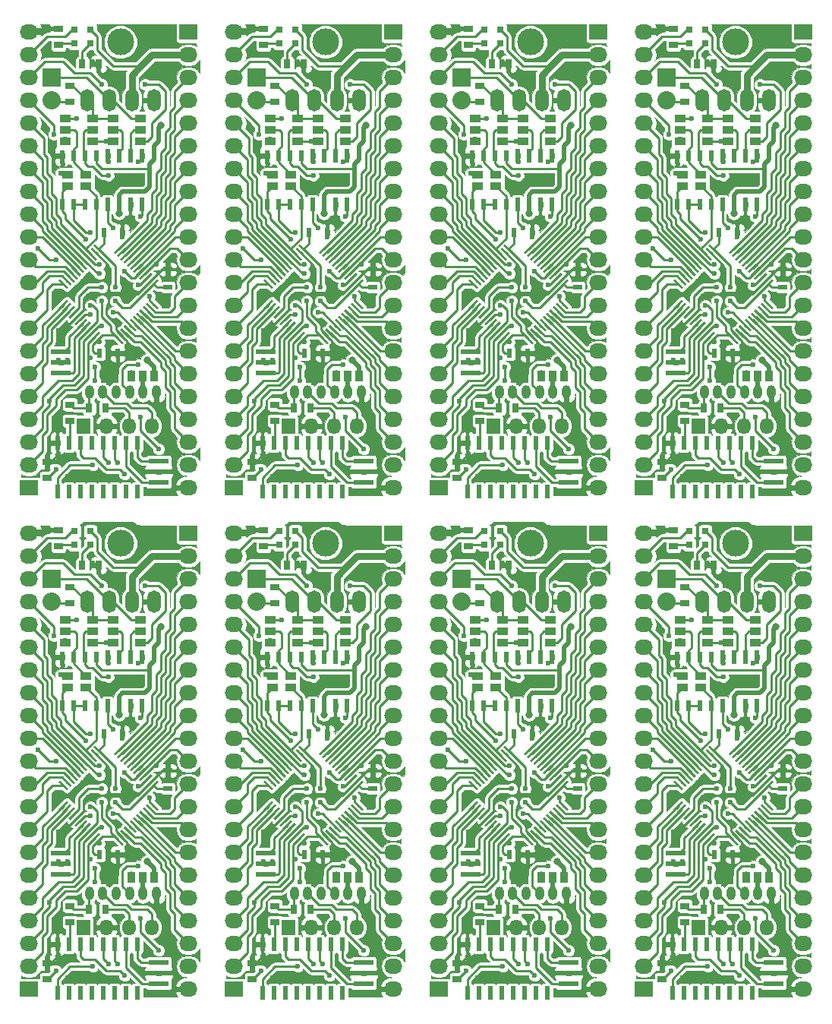
<source format=gbr>
G04 #@! TF.FileFunction,Copper,L2,Bot,Signal*
%FSLAX46Y46*%
G04 Gerber Fmt 4.6, Leading zero omitted, Abs format (unit mm)*
G04 Created by KiCad (PCBNEW 4.0.7) date 04/07/18 13:13:02*
%MOMM*%
%LPD*%
G01*
G04 APERTURE LIST*
%ADD10C,0.100000*%
%ADD11R,1.000000X0.800000*%
%ADD12R,0.797560X0.797560*%
%ADD13R,0.800000X1.000000*%
%ADD14R,2.032000X1.727200*%
%ADD15O,2.032000X1.727200*%
%ADD16R,1.500000X1.800000*%
%ADD17O,1.500000X1.800000*%
%ADD18R,2.200000X0.600000*%
%ADD19R,0.600000X1.000000*%
%ADD20R,1.000000X0.600000*%
%ADD21R,1.270000X0.965200*%
%ADD22R,0.600000X1.300000*%
%ADD23R,0.965200X1.270000*%
%ADD24R,2.032000X2.032000*%
%ADD25O,2.032000X2.032000*%
%ADD26O,1.000000X1.524000*%
%ADD27R,0.600000X1.550000*%
%ADD28O,1.500000X2.500000*%
%ADD29C,3.000000*%
%ADD30R,0.600000X1.500000*%
%ADD31C,0.600000*%
%ADD32C,0.800000*%
%ADD33C,0.250000*%
%ADD34C,0.500000*%
%ADD35C,0.800000*%
%ADD36C,0.026000*%
G04 APERTURE END LIST*
D10*
D11*
X94742000Y-77608000D03*
X94742000Y-75808000D03*
D12*
X96520000Y-75958700D03*
X96520000Y-77457300D03*
D11*
X93472000Y-125868000D03*
X93472000Y-124068000D03*
D13*
X97398000Y-79756000D03*
X99198000Y-79756000D03*
D12*
X98298000Y-75958700D03*
X98298000Y-77457300D03*
D14*
X109220000Y-76200000D03*
D15*
X109220000Y-78740000D03*
X109220000Y-81280000D03*
X109220000Y-83820000D03*
X109220000Y-86360000D03*
X109220000Y-88900000D03*
X109220000Y-91440000D03*
X109220000Y-93980000D03*
X109220000Y-96520000D03*
X109220000Y-99060000D03*
X109220000Y-101600000D03*
X109220000Y-104140000D03*
X109220000Y-106680000D03*
X109220000Y-109220000D03*
X109220000Y-111760000D03*
X109220000Y-114300000D03*
X109220000Y-116840000D03*
X109220000Y-119380000D03*
X109220000Y-121920000D03*
X109220000Y-124460000D03*
X109220000Y-127000000D03*
D16*
X97536000Y-120142000D03*
D17*
X100076000Y-120142000D03*
X102616000Y-120142000D03*
X105156000Y-120142000D03*
D11*
X96012000Y-119518000D03*
X96012000Y-117718000D03*
D13*
X99960000Y-118110000D03*
X98160000Y-118110000D03*
D18*
X105918000Y-126422000D03*
X105918000Y-125222000D03*
X105918000Y-124022000D03*
D19*
X99330000Y-112014000D03*
X101330000Y-112014000D03*
D20*
X106934000Y-104632000D03*
X106934000Y-102632000D03*
D19*
X99838000Y-98552000D03*
X101838000Y-98552000D03*
D21*
X95758000Y-92075000D03*
X95758000Y-93345000D03*
X97790000Y-93345000D03*
X97790000Y-92075000D03*
X95504000Y-85852000D03*
X95504000Y-87122000D03*
X95504000Y-88392000D03*
X103886000Y-88392000D03*
X103886000Y-87122000D03*
X103886000Y-85852000D03*
X100838000Y-88392000D03*
X100838000Y-87122000D03*
X100838000Y-85852000D03*
D22*
X98933000Y-95410000D03*
X97663000Y-95410000D03*
X96393000Y-95410000D03*
X95123000Y-95410000D03*
X95123000Y-90010000D03*
X96393000Y-90010000D03*
X97663000Y-90010000D03*
X98933000Y-90010000D03*
D18*
X94996000Y-111830000D03*
X94996000Y-113030000D03*
X94996000Y-114230000D03*
D23*
X102870000Y-114554000D03*
X104140000Y-114554000D03*
X105410000Y-114554000D03*
D11*
X96012000Y-83958000D03*
X96012000Y-82158000D03*
D24*
X93980000Y-81280000D03*
D25*
X93980000Y-83820000D03*
D26*
X105664000Y-116332000D03*
X104164000Y-116332000D03*
X102664000Y-116332000D03*
X101164000Y-116332000D03*
X99664000Y-116332000D03*
X98164000Y-116332000D03*
D27*
X104013000Y-95410000D03*
X102743000Y-95410000D03*
X101473000Y-95410000D03*
X100203000Y-95410000D03*
X100203000Y-90010000D03*
X101473000Y-90010000D03*
X102743000Y-90010000D03*
X104013000Y-90010000D03*
D10*
G36*
X98827398Y-110978466D02*
X98650621Y-110801689D01*
X99569860Y-109882450D01*
X99746637Y-110059227D01*
X98827398Y-110978466D01*
X98827398Y-110978466D01*
G37*
G36*
X98473845Y-110624913D02*
X98297068Y-110448136D01*
X99216307Y-109528897D01*
X99393084Y-109705674D01*
X98473845Y-110624913D01*
X98473845Y-110624913D01*
G37*
G36*
X98120291Y-110271359D02*
X97943514Y-110094582D01*
X98862753Y-109175343D01*
X99039530Y-109352120D01*
X98120291Y-110271359D01*
X98120291Y-110271359D01*
G37*
G36*
X97766738Y-109917806D02*
X97589961Y-109741029D01*
X98509200Y-108821790D01*
X98685977Y-108998567D01*
X97766738Y-109917806D01*
X97766738Y-109917806D01*
G37*
G36*
X97413185Y-109564253D02*
X97236408Y-109387476D01*
X98155647Y-108468237D01*
X98332424Y-108645014D01*
X97413185Y-109564253D01*
X97413185Y-109564253D01*
G37*
G36*
X97059631Y-109210699D02*
X96882854Y-109033922D01*
X97802093Y-108114683D01*
X97978870Y-108291460D01*
X97059631Y-109210699D01*
X97059631Y-109210699D01*
G37*
G36*
X96706078Y-108857146D02*
X96529301Y-108680369D01*
X97448540Y-107761130D01*
X97625317Y-107937907D01*
X96706078Y-108857146D01*
X96706078Y-108857146D01*
G37*
G36*
X96352524Y-108503592D02*
X96175747Y-108326815D01*
X97094986Y-107407576D01*
X97271763Y-107584353D01*
X96352524Y-108503592D01*
X96352524Y-108503592D01*
G37*
G36*
X95998971Y-108150039D02*
X95822194Y-107973262D01*
X96741433Y-107054023D01*
X96918210Y-107230800D01*
X95998971Y-108150039D01*
X95998971Y-108150039D01*
G37*
G36*
X95645418Y-107796486D02*
X95468641Y-107619709D01*
X96387880Y-106700470D01*
X96564657Y-106877247D01*
X95645418Y-107796486D01*
X95645418Y-107796486D01*
G37*
G36*
X95291864Y-107442932D02*
X95115087Y-107266155D01*
X96034326Y-106346916D01*
X96211103Y-106523693D01*
X95291864Y-107442932D01*
X95291864Y-107442932D01*
G37*
G36*
X94938311Y-107089379D02*
X94761534Y-106912602D01*
X95680773Y-105993363D01*
X95857550Y-106170140D01*
X94938311Y-107089379D01*
X94938311Y-107089379D01*
G37*
G36*
X94761534Y-103907398D02*
X94938311Y-103730621D01*
X95857550Y-104649860D01*
X95680773Y-104826637D01*
X94761534Y-103907398D01*
X94761534Y-103907398D01*
G37*
G36*
X95115087Y-103553845D02*
X95291864Y-103377068D01*
X96211103Y-104296307D01*
X96034326Y-104473084D01*
X95115087Y-103553845D01*
X95115087Y-103553845D01*
G37*
G36*
X95468641Y-103200291D02*
X95645418Y-103023514D01*
X96564657Y-103942753D01*
X96387880Y-104119530D01*
X95468641Y-103200291D01*
X95468641Y-103200291D01*
G37*
G36*
X95822194Y-102846738D02*
X95998971Y-102669961D01*
X96918210Y-103589200D01*
X96741433Y-103765977D01*
X95822194Y-102846738D01*
X95822194Y-102846738D01*
G37*
G36*
X96175747Y-102493185D02*
X96352524Y-102316408D01*
X97271763Y-103235647D01*
X97094986Y-103412424D01*
X96175747Y-102493185D01*
X96175747Y-102493185D01*
G37*
G36*
X96529301Y-102139631D02*
X96706078Y-101962854D01*
X97625317Y-102882093D01*
X97448540Y-103058870D01*
X96529301Y-102139631D01*
X96529301Y-102139631D01*
G37*
G36*
X96882854Y-101786078D02*
X97059631Y-101609301D01*
X97978870Y-102528540D01*
X97802093Y-102705317D01*
X96882854Y-101786078D01*
X96882854Y-101786078D01*
G37*
G36*
X97236408Y-101432524D02*
X97413185Y-101255747D01*
X98332424Y-102174986D01*
X98155647Y-102351763D01*
X97236408Y-101432524D01*
X97236408Y-101432524D01*
G37*
G36*
X97589961Y-101078971D02*
X97766738Y-100902194D01*
X98685977Y-101821433D01*
X98509200Y-101998210D01*
X97589961Y-101078971D01*
X97589961Y-101078971D01*
G37*
G36*
X97943514Y-100725418D02*
X98120291Y-100548641D01*
X99039530Y-101467880D01*
X98862753Y-101644657D01*
X97943514Y-100725418D01*
X97943514Y-100725418D01*
G37*
G36*
X98297068Y-100371864D02*
X98473845Y-100195087D01*
X99393084Y-101114326D01*
X99216307Y-101291103D01*
X98297068Y-100371864D01*
X98297068Y-100371864D01*
G37*
G36*
X98650621Y-100018311D02*
X98827398Y-99841534D01*
X99746637Y-100760773D01*
X99569860Y-100937550D01*
X98650621Y-100018311D01*
X98650621Y-100018311D01*
G37*
G36*
X101090140Y-100937550D02*
X100913363Y-100760773D01*
X101832602Y-99841534D01*
X102009379Y-100018311D01*
X101090140Y-100937550D01*
X101090140Y-100937550D01*
G37*
G36*
X101443693Y-101291103D02*
X101266916Y-101114326D01*
X102186155Y-100195087D01*
X102362932Y-100371864D01*
X101443693Y-101291103D01*
X101443693Y-101291103D01*
G37*
G36*
X101797247Y-101644657D02*
X101620470Y-101467880D01*
X102539709Y-100548641D01*
X102716486Y-100725418D01*
X101797247Y-101644657D01*
X101797247Y-101644657D01*
G37*
G36*
X102150800Y-101998210D02*
X101974023Y-101821433D01*
X102893262Y-100902194D01*
X103070039Y-101078971D01*
X102150800Y-101998210D01*
X102150800Y-101998210D01*
G37*
G36*
X102504353Y-102351763D02*
X102327576Y-102174986D01*
X103246815Y-101255747D01*
X103423592Y-101432524D01*
X102504353Y-102351763D01*
X102504353Y-102351763D01*
G37*
G36*
X102857907Y-102705317D02*
X102681130Y-102528540D01*
X103600369Y-101609301D01*
X103777146Y-101786078D01*
X102857907Y-102705317D01*
X102857907Y-102705317D01*
G37*
G36*
X103211460Y-103058870D02*
X103034683Y-102882093D01*
X103953922Y-101962854D01*
X104130699Y-102139631D01*
X103211460Y-103058870D01*
X103211460Y-103058870D01*
G37*
G36*
X103565014Y-103412424D02*
X103388237Y-103235647D01*
X104307476Y-102316408D01*
X104484253Y-102493185D01*
X103565014Y-103412424D01*
X103565014Y-103412424D01*
G37*
G36*
X103918567Y-103765977D02*
X103741790Y-103589200D01*
X104661029Y-102669961D01*
X104837806Y-102846738D01*
X103918567Y-103765977D01*
X103918567Y-103765977D01*
G37*
G36*
X104272120Y-104119530D02*
X104095343Y-103942753D01*
X105014582Y-103023514D01*
X105191359Y-103200291D01*
X104272120Y-104119530D01*
X104272120Y-104119530D01*
G37*
G36*
X104625674Y-104473084D02*
X104448897Y-104296307D01*
X105368136Y-103377068D01*
X105544913Y-103553845D01*
X104625674Y-104473084D01*
X104625674Y-104473084D01*
G37*
G36*
X104979227Y-104826637D02*
X104802450Y-104649860D01*
X105721689Y-103730621D01*
X105898466Y-103907398D01*
X104979227Y-104826637D01*
X104979227Y-104826637D01*
G37*
G36*
X104802450Y-106170140D02*
X104979227Y-105993363D01*
X105898466Y-106912602D01*
X105721689Y-107089379D01*
X104802450Y-106170140D01*
X104802450Y-106170140D01*
G37*
G36*
X104448897Y-106523693D02*
X104625674Y-106346916D01*
X105544913Y-107266155D01*
X105368136Y-107442932D01*
X104448897Y-106523693D01*
X104448897Y-106523693D01*
G37*
G36*
X104095343Y-106877247D02*
X104272120Y-106700470D01*
X105191359Y-107619709D01*
X105014582Y-107796486D01*
X104095343Y-106877247D01*
X104095343Y-106877247D01*
G37*
G36*
X103741790Y-107230800D02*
X103918567Y-107054023D01*
X104837806Y-107973262D01*
X104661029Y-108150039D01*
X103741790Y-107230800D01*
X103741790Y-107230800D01*
G37*
G36*
X103388237Y-107584353D02*
X103565014Y-107407576D01*
X104484253Y-108326815D01*
X104307476Y-108503592D01*
X103388237Y-107584353D01*
X103388237Y-107584353D01*
G37*
G36*
X103034683Y-107937907D02*
X103211460Y-107761130D01*
X104130699Y-108680369D01*
X103953922Y-108857146D01*
X103034683Y-107937907D01*
X103034683Y-107937907D01*
G37*
G36*
X102681130Y-108291460D02*
X102857907Y-108114683D01*
X103777146Y-109033922D01*
X103600369Y-109210699D01*
X102681130Y-108291460D01*
X102681130Y-108291460D01*
G37*
G36*
X102327576Y-108645014D02*
X102504353Y-108468237D01*
X103423592Y-109387476D01*
X103246815Y-109564253D01*
X102327576Y-108645014D01*
X102327576Y-108645014D01*
G37*
G36*
X101974023Y-108998567D02*
X102150800Y-108821790D01*
X103070039Y-109741029D01*
X102893262Y-109917806D01*
X101974023Y-108998567D01*
X101974023Y-108998567D01*
G37*
G36*
X101620470Y-109352120D02*
X101797247Y-109175343D01*
X102716486Y-110094582D01*
X102539709Y-110271359D01*
X101620470Y-109352120D01*
X101620470Y-109352120D01*
G37*
G36*
X101266916Y-109705674D02*
X101443693Y-109528897D01*
X102362932Y-110448136D01*
X102186155Y-110624913D01*
X101266916Y-109705674D01*
X101266916Y-109705674D01*
G37*
G36*
X100913363Y-110059227D02*
X101090140Y-109882450D01*
X102009379Y-110801689D01*
X101832602Y-110978466D01*
X100913363Y-110059227D01*
X100913363Y-110059227D01*
G37*
D28*
X105410000Y-83820000D03*
X102910000Y-83820000D03*
X100410000Y-83820000D03*
X97910000Y-83820000D03*
D29*
X101660000Y-77320000D03*
D21*
X98552000Y-85852000D03*
X98552000Y-87122000D03*
X98552000Y-88392000D03*
D30*
X94615000Y-122014000D03*
X95885000Y-122014000D03*
X97155000Y-122014000D03*
X98425000Y-122014000D03*
X99695000Y-122014000D03*
X100965000Y-122014000D03*
X102235000Y-122014000D03*
X103505000Y-122014000D03*
X103505000Y-127414000D03*
X102235000Y-127414000D03*
X100965000Y-127414000D03*
X99695000Y-127414000D03*
X98425000Y-127414000D03*
X97155000Y-127414000D03*
X95885000Y-127414000D03*
X94615000Y-127414000D03*
D14*
X91440000Y-127000000D03*
D15*
X91440000Y-124460000D03*
X91440000Y-121920000D03*
X91440000Y-119380000D03*
X91440000Y-116840000D03*
X91440000Y-114300000D03*
X91440000Y-111760000D03*
X91440000Y-109220000D03*
X91440000Y-106680000D03*
X91440000Y-104140000D03*
X91440000Y-101600000D03*
X91440000Y-99060000D03*
X91440000Y-96520000D03*
X91440000Y-93980000D03*
X91440000Y-91440000D03*
X91440000Y-88900000D03*
X91440000Y-86360000D03*
X91440000Y-83820000D03*
X91440000Y-81280000D03*
X91440000Y-78740000D03*
X91440000Y-76200000D03*
D11*
X71882000Y-77608000D03*
X71882000Y-75808000D03*
D12*
X73660000Y-75958700D03*
X73660000Y-77457300D03*
D11*
X70612000Y-125868000D03*
X70612000Y-124068000D03*
D13*
X74538000Y-79756000D03*
X76338000Y-79756000D03*
D12*
X75438000Y-75958700D03*
X75438000Y-77457300D03*
D14*
X86360000Y-76200000D03*
D15*
X86360000Y-78740000D03*
X86360000Y-81280000D03*
X86360000Y-83820000D03*
X86360000Y-86360000D03*
X86360000Y-88900000D03*
X86360000Y-91440000D03*
X86360000Y-93980000D03*
X86360000Y-96520000D03*
X86360000Y-99060000D03*
X86360000Y-101600000D03*
X86360000Y-104140000D03*
X86360000Y-106680000D03*
X86360000Y-109220000D03*
X86360000Y-111760000D03*
X86360000Y-114300000D03*
X86360000Y-116840000D03*
X86360000Y-119380000D03*
X86360000Y-121920000D03*
X86360000Y-124460000D03*
X86360000Y-127000000D03*
D16*
X74676000Y-120142000D03*
D17*
X77216000Y-120142000D03*
X79756000Y-120142000D03*
X82296000Y-120142000D03*
D11*
X73152000Y-119518000D03*
X73152000Y-117718000D03*
D13*
X77100000Y-118110000D03*
X75300000Y-118110000D03*
D18*
X83058000Y-126422000D03*
X83058000Y-125222000D03*
X83058000Y-124022000D03*
D19*
X76470000Y-112014000D03*
X78470000Y-112014000D03*
D20*
X84074000Y-104632000D03*
X84074000Y-102632000D03*
D19*
X76978000Y-98552000D03*
X78978000Y-98552000D03*
D21*
X72898000Y-92075000D03*
X72898000Y-93345000D03*
X74930000Y-93345000D03*
X74930000Y-92075000D03*
X72644000Y-85852000D03*
X72644000Y-87122000D03*
X72644000Y-88392000D03*
X81026000Y-88392000D03*
X81026000Y-87122000D03*
X81026000Y-85852000D03*
X77978000Y-88392000D03*
X77978000Y-87122000D03*
X77978000Y-85852000D03*
D22*
X76073000Y-95410000D03*
X74803000Y-95410000D03*
X73533000Y-95410000D03*
X72263000Y-95410000D03*
X72263000Y-90010000D03*
X73533000Y-90010000D03*
X74803000Y-90010000D03*
X76073000Y-90010000D03*
D18*
X72136000Y-111830000D03*
X72136000Y-113030000D03*
X72136000Y-114230000D03*
D23*
X80010000Y-114554000D03*
X81280000Y-114554000D03*
X82550000Y-114554000D03*
D11*
X73152000Y-83958000D03*
X73152000Y-82158000D03*
D24*
X71120000Y-81280000D03*
D25*
X71120000Y-83820000D03*
D26*
X82804000Y-116332000D03*
X81304000Y-116332000D03*
X79804000Y-116332000D03*
X78304000Y-116332000D03*
X76804000Y-116332000D03*
X75304000Y-116332000D03*
D27*
X81153000Y-95410000D03*
X79883000Y-95410000D03*
X78613000Y-95410000D03*
X77343000Y-95410000D03*
X77343000Y-90010000D03*
X78613000Y-90010000D03*
X79883000Y-90010000D03*
X81153000Y-90010000D03*
D10*
G36*
X75967398Y-110978466D02*
X75790621Y-110801689D01*
X76709860Y-109882450D01*
X76886637Y-110059227D01*
X75967398Y-110978466D01*
X75967398Y-110978466D01*
G37*
G36*
X75613845Y-110624913D02*
X75437068Y-110448136D01*
X76356307Y-109528897D01*
X76533084Y-109705674D01*
X75613845Y-110624913D01*
X75613845Y-110624913D01*
G37*
G36*
X75260291Y-110271359D02*
X75083514Y-110094582D01*
X76002753Y-109175343D01*
X76179530Y-109352120D01*
X75260291Y-110271359D01*
X75260291Y-110271359D01*
G37*
G36*
X74906738Y-109917806D02*
X74729961Y-109741029D01*
X75649200Y-108821790D01*
X75825977Y-108998567D01*
X74906738Y-109917806D01*
X74906738Y-109917806D01*
G37*
G36*
X74553185Y-109564253D02*
X74376408Y-109387476D01*
X75295647Y-108468237D01*
X75472424Y-108645014D01*
X74553185Y-109564253D01*
X74553185Y-109564253D01*
G37*
G36*
X74199631Y-109210699D02*
X74022854Y-109033922D01*
X74942093Y-108114683D01*
X75118870Y-108291460D01*
X74199631Y-109210699D01*
X74199631Y-109210699D01*
G37*
G36*
X73846078Y-108857146D02*
X73669301Y-108680369D01*
X74588540Y-107761130D01*
X74765317Y-107937907D01*
X73846078Y-108857146D01*
X73846078Y-108857146D01*
G37*
G36*
X73492524Y-108503592D02*
X73315747Y-108326815D01*
X74234986Y-107407576D01*
X74411763Y-107584353D01*
X73492524Y-108503592D01*
X73492524Y-108503592D01*
G37*
G36*
X73138971Y-108150039D02*
X72962194Y-107973262D01*
X73881433Y-107054023D01*
X74058210Y-107230800D01*
X73138971Y-108150039D01*
X73138971Y-108150039D01*
G37*
G36*
X72785418Y-107796486D02*
X72608641Y-107619709D01*
X73527880Y-106700470D01*
X73704657Y-106877247D01*
X72785418Y-107796486D01*
X72785418Y-107796486D01*
G37*
G36*
X72431864Y-107442932D02*
X72255087Y-107266155D01*
X73174326Y-106346916D01*
X73351103Y-106523693D01*
X72431864Y-107442932D01*
X72431864Y-107442932D01*
G37*
G36*
X72078311Y-107089379D02*
X71901534Y-106912602D01*
X72820773Y-105993363D01*
X72997550Y-106170140D01*
X72078311Y-107089379D01*
X72078311Y-107089379D01*
G37*
G36*
X71901534Y-103907398D02*
X72078311Y-103730621D01*
X72997550Y-104649860D01*
X72820773Y-104826637D01*
X71901534Y-103907398D01*
X71901534Y-103907398D01*
G37*
G36*
X72255087Y-103553845D02*
X72431864Y-103377068D01*
X73351103Y-104296307D01*
X73174326Y-104473084D01*
X72255087Y-103553845D01*
X72255087Y-103553845D01*
G37*
G36*
X72608641Y-103200291D02*
X72785418Y-103023514D01*
X73704657Y-103942753D01*
X73527880Y-104119530D01*
X72608641Y-103200291D01*
X72608641Y-103200291D01*
G37*
G36*
X72962194Y-102846738D02*
X73138971Y-102669961D01*
X74058210Y-103589200D01*
X73881433Y-103765977D01*
X72962194Y-102846738D01*
X72962194Y-102846738D01*
G37*
G36*
X73315747Y-102493185D02*
X73492524Y-102316408D01*
X74411763Y-103235647D01*
X74234986Y-103412424D01*
X73315747Y-102493185D01*
X73315747Y-102493185D01*
G37*
G36*
X73669301Y-102139631D02*
X73846078Y-101962854D01*
X74765317Y-102882093D01*
X74588540Y-103058870D01*
X73669301Y-102139631D01*
X73669301Y-102139631D01*
G37*
G36*
X74022854Y-101786078D02*
X74199631Y-101609301D01*
X75118870Y-102528540D01*
X74942093Y-102705317D01*
X74022854Y-101786078D01*
X74022854Y-101786078D01*
G37*
G36*
X74376408Y-101432524D02*
X74553185Y-101255747D01*
X75472424Y-102174986D01*
X75295647Y-102351763D01*
X74376408Y-101432524D01*
X74376408Y-101432524D01*
G37*
G36*
X74729961Y-101078971D02*
X74906738Y-100902194D01*
X75825977Y-101821433D01*
X75649200Y-101998210D01*
X74729961Y-101078971D01*
X74729961Y-101078971D01*
G37*
G36*
X75083514Y-100725418D02*
X75260291Y-100548641D01*
X76179530Y-101467880D01*
X76002753Y-101644657D01*
X75083514Y-100725418D01*
X75083514Y-100725418D01*
G37*
G36*
X75437068Y-100371864D02*
X75613845Y-100195087D01*
X76533084Y-101114326D01*
X76356307Y-101291103D01*
X75437068Y-100371864D01*
X75437068Y-100371864D01*
G37*
G36*
X75790621Y-100018311D02*
X75967398Y-99841534D01*
X76886637Y-100760773D01*
X76709860Y-100937550D01*
X75790621Y-100018311D01*
X75790621Y-100018311D01*
G37*
G36*
X78230140Y-100937550D02*
X78053363Y-100760773D01*
X78972602Y-99841534D01*
X79149379Y-100018311D01*
X78230140Y-100937550D01*
X78230140Y-100937550D01*
G37*
G36*
X78583693Y-101291103D02*
X78406916Y-101114326D01*
X79326155Y-100195087D01*
X79502932Y-100371864D01*
X78583693Y-101291103D01*
X78583693Y-101291103D01*
G37*
G36*
X78937247Y-101644657D02*
X78760470Y-101467880D01*
X79679709Y-100548641D01*
X79856486Y-100725418D01*
X78937247Y-101644657D01*
X78937247Y-101644657D01*
G37*
G36*
X79290800Y-101998210D02*
X79114023Y-101821433D01*
X80033262Y-100902194D01*
X80210039Y-101078971D01*
X79290800Y-101998210D01*
X79290800Y-101998210D01*
G37*
G36*
X79644353Y-102351763D02*
X79467576Y-102174986D01*
X80386815Y-101255747D01*
X80563592Y-101432524D01*
X79644353Y-102351763D01*
X79644353Y-102351763D01*
G37*
G36*
X79997907Y-102705317D02*
X79821130Y-102528540D01*
X80740369Y-101609301D01*
X80917146Y-101786078D01*
X79997907Y-102705317D01*
X79997907Y-102705317D01*
G37*
G36*
X80351460Y-103058870D02*
X80174683Y-102882093D01*
X81093922Y-101962854D01*
X81270699Y-102139631D01*
X80351460Y-103058870D01*
X80351460Y-103058870D01*
G37*
G36*
X80705014Y-103412424D02*
X80528237Y-103235647D01*
X81447476Y-102316408D01*
X81624253Y-102493185D01*
X80705014Y-103412424D01*
X80705014Y-103412424D01*
G37*
G36*
X81058567Y-103765977D02*
X80881790Y-103589200D01*
X81801029Y-102669961D01*
X81977806Y-102846738D01*
X81058567Y-103765977D01*
X81058567Y-103765977D01*
G37*
G36*
X81412120Y-104119530D02*
X81235343Y-103942753D01*
X82154582Y-103023514D01*
X82331359Y-103200291D01*
X81412120Y-104119530D01*
X81412120Y-104119530D01*
G37*
G36*
X81765674Y-104473084D02*
X81588897Y-104296307D01*
X82508136Y-103377068D01*
X82684913Y-103553845D01*
X81765674Y-104473084D01*
X81765674Y-104473084D01*
G37*
G36*
X82119227Y-104826637D02*
X81942450Y-104649860D01*
X82861689Y-103730621D01*
X83038466Y-103907398D01*
X82119227Y-104826637D01*
X82119227Y-104826637D01*
G37*
G36*
X81942450Y-106170140D02*
X82119227Y-105993363D01*
X83038466Y-106912602D01*
X82861689Y-107089379D01*
X81942450Y-106170140D01*
X81942450Y-106170140D01*
G37*
G36*
X81588897Y-106523693D02*
X81765674Y-106346916D01*
X82684913Y-107266155D01*
X82508136Y-107442932D01*
X81588897Y-106523693D01*
X81588897Y-106523693D01*
G37*
G36*
X81235343Y-106877247D02*
X81412120Y-106700470D01*
X82331359Y-107619709D01*
X82154582Y-107796486D01*
X81235343Y-106877247D01*
X81235343Y-106877247D01*
G37*
G36*
X80881790Y-107230800D02*
X81058567Y-107054023D01*
X81977806Y-107973262D01*
X81801029Y-108150039D01*
X80881790Y-107230800D01*
X80881790Y-107230800D01*
G37*
G36*
X80528237Y-107584353D02*
X80705014Y-107407576D01*
X81624253Y-108326815D01*
X81447476Y-108503592D01*
X80528237Y-107584353D01*
X80528237Y-107584353D01*
G37*
G36*
X80174683Y-107937907D02*
X80351460Y-107761130D01*
X81270699Y-108680369D01*
X81093922Y-108857146D01*
X80174683Y-107937907D01*
X80174683Y-107937907D01*
G37*
G36*
X79821130Y-108291460D02*
X79997907Y-108114683D01*
X80917146Y-109033922D01*
X80740369Y-109210699D01*
X79821130Y-108291460D01*
X79821130Y-108291460D01*
G37*
G36*
X79467576Y-108645014D02*
X79644353Y-108468237D01*
X80563592Y-109387476D01*
X80386815Y-109564253D01*
X79467576Y-108645014D01*
X79467576Y-108645014D01*
G37*
G36*
X79114023Y-108998567D02*
X79290800Y-108821790D01*
X80210039Y-109741029D01*
X80033262Y-109917806D01*
X79114023Y-108998567D01*
X79114023Y-108998567D01*
G37*
G36*
X78760470Y-109352120D02*
X78937247Y-109175343D01*
X79856486Y-110094582D01*
X79679709Y-110271359D01*
X78760470Y-109352120D01*
X78760470Y-109352120D01*
G37*
G36*
X78406916Y-109705674D02*
X78583693Y-109528897D01*
X79502932Y-110448136D01*
X79326155Y-110624913D01*
X78406916Y-109705674D01*
X78406916Y-109705674D01*
G37*
G36*
X78053363Y-110059227D02*
X78230140Y-109882450D01*
X79149379Y-110801689D01*
X78972602Y-110978466D01*
X78053363Y-110059227D01*
X78053363Y-110059227D01*
G37*
D28*
X82550000Y-83820000D03*
X80050000Y-83820000D03*
X77550000Y-83820000D03*
X75050000Y-83820000D03*
D29*
X78800000Y-77320000D03*
D21*
X75692000Y-85852000D03*
X75692000Y-87122000D03*
X75692000Y-88392000D03*
D30*
X71755000Y-122014000D03*
X73025000Y-122014000D03*
X74295000Y-122014000D03*
X75565000Y-122014000D03*
X76835000Y-122014000D03*
X78105000Y-122014000D03*
X79375000Y-122014000D03*
X80645000Y-122014000D03*
X80645000Y-127414000D03*
X79375000Y-127414000D03*
X78105000Y-127414000D03*
X76835000Y-127414000D03*
X75565000Y-127414000D03*
X74295000Y-127414000D03*
X73025000Y-127414000D03*
X71755000Y-127414000D03*
D14*
X68580000Y-127000000D03*
D15*
X68580000Y-124460000D03*
X68580000Y-121920000D03*
X68580000Y-119380000D03*
X68580000Y-116840000D03*
X68580000Y-114300000D03*
X68580000Y-111760000D03*
X68580000Y-109220000D03*
X68580000Y-106680000D03*
X68580000Y-104140000D03*
X68580000Y-101600000D03*
X68580000Y-99060000D03*
X68580000Y-96520000D03*
X68580000Y-93980000D03*
X68580000Y-91440000D03*
X68580000Y-88900000D03*
X68580000Y-86360000D03*
X68580000Y-83820000D03*
X68580000Y-81280000D03*
X68580000Y-78740000D03*
X68580000Y-76200000D03*
D11*
X49022000Y-77608000D03*
X49022000Y-75808000D03*
D12*
X50800000Y-75958700D03*
X50800000Y-77457300D03*
D11*
X47752000Y-125868000D03*
X47752000Y-124068000D03*
D13*
X51678000Y-79756000D03*
X53478000Y-79756000D03*
D12*
X52578000Y-75958700D03*
X52578000Y-77457300D03*
D14*
X63500000Y-76200000D03*
D15*
X63500000Y-78740000D03*
X63500000Y-81280000D03*
X63500000Y-83820000D03*
X63500000Y-86360000D03*
X63500000Y-88900000D03*
X63500000Y-91440000D03*
X63500000Y-93980000D03*
X63500000Y-96520000D03*
X63500000Y-99060000D03*
X63500000Y-101600000D03*
X63500000Y-104140000D03*
X63500000Y-106680000D03*
X63500000Y-109220000D03*
X63500000Y-111760000D03*
X63500000Y-114300000D03*
X63500000Y-116840000D03*
X63500000Y-119380000D03*
X63500000Y-121920000D03*
X63500000Y-124460000D03*
X63500000Y-127000000D03*
D16*
X51816000Y-120142000D03*
D17*
X54356000Y-120142000D03*
X56896000Y-120142000D03*
X59436000Y-120142000D03*
D11*
X50292000Y-119518000D03*
X50292000Y-117718000D03*
D13*
X54240000Y-118110000D03*
X52440000Y-118110000D03*
D18*
X60198000Y-126422000D03*
X60198000Y-125222000D03*
X60198000Y-124022000D03*
D19*
X53610000Y-112014000D03*
X55610000Y-112014000D03*
D20*
X61214000Y-104632000D03*
X61214000Y-102632000D03*
D19*
X54118000Y-98552000D03*
X56118000Y-98552000D03*
D21*
X50038000Y-92075000D03*
X50038000Y-93345000D03*
X52070000Y-93345000D03*
X52070000Y-92075000D03*
X49784000Y-85852000D03*
X49784000Y-87122000D03*
X49784000Y-88392000D03*
X58166000Y-88392000D03*
X58166000Y-87122000D03*
X58166000Y-85852000D03*
X55118000Y-88392000D03*
X55118000Y-87122000D03*
X55118000Y-85852000D03*
D22*
X53213000Y-95410000D03*
X51943000Y-95410000D03*
X50673000Y-95410000D03*
X49403000Y-95410000D03*
X49403000Y-90010000D03*
X50673000Y-90010000D03*
X51943000Y-90010000D03*
X53213000Y-90010000D03*
D18*
X49276000Y-111830000D03*
X49276000Y-113030000D03*
X49276000Y-114230000D03*
D23*
X57150000Y-114554000D03*
X58420000Y-114554000D03*
X59690000Y-114554000D03*
D11*
X50292000Y-83958000D03*
X50292000Y-82158000D03*
D24*
X48260000Y-81280000D03*
D25*
X48260000Y-83820000D03*
D26*
X59944000Y-116332000D03*
X58444000Y-116332000D03*
X56944000Y-116332000D03*
X55444000Y-116332000D03*
X53944000Y-116332000D03*
X52444000Y-116332000D03*
D27*
X58293000Y-95410000D03*
X57023000Y-95410000D03*
X55753000Y-95410000D03*
X54483000Y-95410000D03*
X54483000Y-90010000D03*
X55753000Y-90010000D03*
X57023000Y-90010000D03*
X58293000Y-90010000D03*
D10*
G36*
X53107398Y-110978466D02*
X52930621Y-110801689D01*
X53849860Y-109882450D01*
X54026637Y-110059227D01*
X53107398Y-110978466D01*
X53107398Y-110978466D01*
G37*
G36*
X52753845Y-110624913D02*
X52577068Y-110448136D01*
X53496307Y-109528897D01*
X53673084Y-109705674D01*
X52753845Y-110624913D01*
X52753845Y-110624913D01*
G37*
G36*
X52400291Y-110271359D02*
X52223514Y-110094582D01*
X53142753Y-109175343D01*
X53319530Y-109352120D01*
X52400291Y-110271359D01*
X52400291Y-110271359D01*
G37*
G36*
X52046738Y-109917806D02*
X51869961Y-109741029D01*
X52789200Y-108821790D01*
X52965977Y-108998567D01*
X52046738Y-109917806D01*
X52046738Y-109917806D01*
G37*
G36*
X51693185Y-109564253D02*
X51516408Y-109387476D01*
X52435647Y-108468237D01*
X52612424Y-108645014D01*
X51693185Y-109564253D01*
X51693185Y-109564253D01*
G37*
G36*
X51339631Y-109210699D02*
X51162854Y-109033922D01*
X52082093Y-108114683D01*
X52258870Y-108291460D01*
X51339631Y-109210699D01*
X51339631Y-109210699D01*
G37*
G36*
X50986078Y-108857146D02*
X50809301Y-108680369D01*
X51728540Y-107761130D01*
X51905317Y-107937907D01*
X50986078Y-108857146D01*
X50986078Y-108857146D01*
G37*
G36*
X50632524Y-108503592D02*
X50455747Y-108326815D01*
X51374986Y-107407576D01*
X51551763Y-107584353D01*
X50632524Y-108503592D01*
X50632524Y-108503592D01*
G37*
G36*
X50278971Y-108150039D02*
X50102194Y-107973262D01*
X51021433Y-107054023D01*
X51198210Y-107230800D01*
X50278971Y-108150039D01*
X50278971Y-108150039D01*
G37*
G36*
X49925418Y-107796486D02*
X49748641Y-107619709D01*
X50667880Y-106700470D01*
X50844657Y-106877247D01*
X49925418Y-107796486D01*
X49925418Y-107796486D01*
G37*
G36*
X49571864Y-107442932D02*
X49395087Y-107266155D01*
X50314326Y-106346916D01*
X50491103Y-106523693D01*
X49571864Y-107442932D01*
X49571864Y-107442932D01*
G37*
G36*
X49218311Y-107089379D02*
X49041534Y-106912602D01*
X49960773Y-105993363D01*
X50137550Y-106170140D01*
X49218311Y-107089379D01*
X49218311Y-107089379D01*
G37*
G36*
X49041534Y-103907398D02*
X49218311Y-103730621D01*
X50137550Y-104649860D01*
X49960773Y-104826637D01*
X49041534Y-103907398D01*
X49041534Y-103907398D01*
G37*
G36*
X49395087Y-103553845D02*
X49571864Y-103377068D01*
X50491103Y-104296307D01*
X50314326Y-104473084D01*
X49395087Y-103553845D01*
X49395087Y-103553845D01*
G37*
G36*
X49748641Y-103200291D02*
X49925418Y-103023514D01*
X50844657Y-103942753D01*
X50667880Y-104119530D01*
X49748641Y-103200291D01*
X49748641Y-103200291D01*
G37*
G36*
X50102194Y-102846738D02*
X50278971Y-102669961D01*
X51198210Y-103589200D01*
X51021433Y-103765977D01*
X50102194Y-102846738D01*
X50102194Y-102846738D01*
G37*
G36*
X50455747Y-102493185D02*
X50632524Y-102316408D01*
X51551763Y-103235647D01*
X51374986Y-103412424D01*
X50455747Y-102493185D01*
X50455747Y-102493185D01*
G37*
G36*
X50809301Y-102139631D02*
X50986078Y-101962854D01*
X51905317Y-102882093D01*
X51728540Y-103058870D01*
X50809301Y-102139631D01*
X50809301Y-102139631D01*
G37*
G36*
X51162854Y-101786078D02*
X51339631Y-101609301D01*
X52258870Y-102528540D01*
X52082093Y-102705317D01*
X51162854Y-101786078D01*
X51162854Y-101786078D01*
G37*
G36*
X51516408Y-101432524D02*
X51693185Y-101255747D01*
X52612424Y-102174986D01*
X52435647Y-102351763D01*
X51516408Y-101432524D01*
X51516408Y-101432524D01*
G37*
G36*
X51869961Y-101078971D02*
X52046738Y-100902194D01*
X52965977Y-101821433D01*
X52789200Y-101998210D01*
X51869961Y-101078971D01*
X51869961Y-101078971D01*
G37*
G36*
X52223514Y-100725418D02*
X52400291Y-100548641D01*
X53319530Y-101467880D01*
X53142753Y-101644657D01*
X52223514Y-100725418D01*
X52223514Y-100725418D01*
G37*
G36*
X52577068Y-100371864D02*
X52753845Y-100195087D01*
X53673084Y-101114326D01*
X53496307Y-101291103D01*
X52577068Y-100371864D01*
X52577068Y-100371864D01*
G37*
G36*
X52930621Y-100018311D02*
X53107398Y-99841534D01*
X54026637Y-100760773D01*
X53849860Y-100937550D01*
X52930621Y-100018311D01*
X52930621Y-100018311D01*
G37*
G36*
X55370140Y-100937550D02*
X55193363Y-100760773D01*
X56112602Y-99841534D01*
X56289379Y-100018311D01*
X55370140Y-100937550D01*
X55370140Y-100937550D01*
G37*
G36*
X55723693Y-101291103D02*
X55546916Y-101114326D01*
X56466155Y-100195087D01*
X56642932Y-100371864D01*
X55723693Y-101291103D01*
X55723693Y-101291103D01*
G37*
G36*
X56077247Y-101644657D02*
X55900470Y-101467880D01*
X56819709Y-100548641D01*
X56996486Y-100725418D01*
X56077247Y-101644657D01*
X56077247Y-101644657D01*
G37*
G36*
X56430800Y-101998210D02*
X56254023Y-101821433D01*
X57173262Y-100902194D01*
X57350039Y-101078971D01*
X56430800Y-101998210D01*
X56430800Y-101998210D01*
G37*
G36*
X56784353Y-102351763D02*
X56607576Y-102174986D01*
X57526815Y-101255747D01*
X57703592Y-101432524D01*
X56784353Y-102351763D01*
X56784353Y-102351763D01*
G37*
G36*
X57137907Y-102705317D02*
X56961130Y-102528540D01*
X57880369Y-101609301D01*
X58057146Y-101786078D01*
X57137907Y-102705317D01*
X57137907Y-102705317D01*
G37*
G36*
X57491460Y-103058870D02*
X57314683Y-102882093D01*
X58233922Y-101962854D01*
X58410699Y-102139631D01*
X57491460Y-103058870D01*
X57491460Y-103058870D01*
G37*
G36*
X57845014Y-103412424D02*
X57668237Y-103235647D01*
X58587476Y-102316408D01*
X58764253Y-102493185D01*
X57845014Y-103412424D01*
X57845014Y-103412424D01*
G37*
G36*
X58198567Y-103765977D02*
X58021790Y-103589200D01*
X58941029Y-102669961D01*
X59117806Y-102846738D01*
X58198567Y-103765977D01*
X58198567Y-103765977D01*
G37*
G36*
X58552120Y-104119530D02*
X58375343Y-103942753D01*
X59294582Y-103023514D01*
X59471359Y-103200291D01*
X58552120Y-104119530D01*
X58552120Y-104119530D01*
G37*
G36*
X58905674Y-104473084D02*
X58728897Y-104296307D01*
X59648136Y-103377068D01*
X59824913Y-103553845D01*
X58905674Y-104473084D01*
X58905674Y-104473084D01*
G37*
G36*
X59259227Y-104826637D02*
X59082450Y-104649860D01*
X60001689Y-103730621D01*
X60178466Y-103907398D01*
X59259227Y-104826637D01*
X59259227Y-104826637D01*
G37*
G36*
X59082450Y-106170140D02*
X59259227Y-105993363D01*
X60178466Y-106912602D01*
X60001689Y-107089379D01*
X59082450Y-106170140D01*
X59082450Y-106170140D01*
G37*
G36*
X58728897Y-106523693D02*
X58905674Y-106346916D01*
X59824913Y-107266155D01*
X59648136Y-107442932D01*
X58728897Y-106523693D01*
X58728897Y-106523693D01*
G37*
G36*
X58375343Y-106877247D02*
X58552120Y-106700470D01*
X59471359Y-107619709D01*
X59294582Y-107796486D01*
X58375343Y-106877247D01*
X58375343Y-106877247D01*
G37*
G36*
X58021790Y-107230800D02*
X58198567Y-107054023D01*
X59117806Y-107973262D01*
X58941029Y-108150039D01*
X58021790Y-107230800D01*
X58021790Y-107230800D01*
G37*
G36*
X57668237Y-107584353D02*
X57845014Y-107407576D01*
X58764253Y-108326815D01*
X58587476Y-108503592D01*
X57668237Y-107584353D01*
X57668237Y-107584353D01*
G37*
G36*
X57314683Y-107937907D02*
X57491460Y-107761130D01*
X58410699Y-108680369D01*
X58233922Y-108857146D01*
X57314683Y-107937907D01*
X57314683Y-107937907D01*
G37*
G36*
X56961130Y-108291460D02*
X57137907Y-108114683D01*
X58057146Y-109033922D01*
X57880369Y-109210699D01*
X56961130Y-108291460D01*
X56961130Y-108291460D01*
G37*
G36*
X56607576Y-108645014D02*
X56784353Y-108468237D01*
X57703592Y-109387476D01*
X57526815Y-109564253D01*
X56607576Y-108645014D01*
X56607576Y-108645014D01*
G37*
G36*
X56254023Y-108998567D02*
X56430800Y-108821790D01*
X57350039Y-109741029D01*
X57173262Y-109917806D01*
X56254023Y-108998567D01*
X56254023Y-108998567D01*
G37*
G36*
X55900470Y-109352120D02*
X56077247Y-109175343D01*
X56996486Y-110094582D01*
X56819709Y-110271359D01*
X55900470Y-109352120D01*
X55900470Y-109352120D01*
G37*
G36*
X55546916Y-109705674D02*
X55723693Y-109528897D01*
X56642932Y-110448136D01*
X56466155Y-110624913D01*
X55546916Y-109705674D01*
X55546916Y-109705674D01*
G37*
G36*
X55193363Y-110059227D02*
X55370140Y-109882450D01*
X56289379Y-110801689D01*
X56112602Y-110978466D01*
X55193363Y-110059227D01*
X55193363Y-110059227D01*
G37*
D28*
X59690000Y-83820000D03*
X57190000Y-83820000D03*
X54690000Y-83820000D03*
X52190000Y-83820000D03*
D29*
X55940000Y-77320000D03*
D21*
X52832000Y-85852000D03*
X52832000Y-87122000D03*
X52832000Y-88392000D03*
D30*
X48895000Y-122014000D03*
X50165000Y-122014000D03*
X51435000Y-122014000D03*
X52705000Y-122014000D03*
X53975000Y-122014000D03*
X55245000Y-122014000D03*
X56515000Y-122014000D03*
X57785000Y-122014000D03*
X57785000Y-127414000D03*
X56515000Y-127414000D03*
X55245000Y-127414000D03*
X53975000Y-127414000D03*
X52705000Y-127414000D03*
X51435000Y-127414000D03*
X50165000Y-127414000D03*
X48895000Y-127414000D03*
D14*
X45720000Y-127000000D03*
D15*
X45720000Y-124460000D03*
X45720000Y-121920000D03*
X45720000Y-119380000D03*
X45720000Y-116840000D03*
X45720000Y-114300000D03*
X45720000Y-111760000D03*
X45720000Y-109220000D03*
X45720000Y-106680000D03*
X45720000Y-104140000D03*
X45720000Y-101600000D03*
X45720000Y-99060000D03*
X45720000Y-96520000D03*
X45720000Y-93980000D03*
X45720000Y-91440000D03*
X45720000Y-88900000D03*
X45720000Y-86360000D03*
X45720000Y-83820000D03*
X45720000Y-81280000D03*
X45720000Y-78740000D03*
X45720000Y-76200000D03*
D11*
X26162000Y-77608000D03*
X26162000Y-75808000D03*
D12*
X27940000Y-75958700D03*
X27940000Y-77457300D03*
D11*
X24892000Y-125868000D03*
X24892000Y-124068000D03*
D13*
X28818000Y-79756000D03*
X30618000Y-79756000D03*
D12*
X29718000Y-75958700D03*
X29718000Y-77457300D03*
D14*
X40640000Y-76200000D03*
D15*
X40640000Y-78740000D03*
X40640000Y-81280000D03*
X40640000Y-83820000D03*
X40640000Y-86360000D03*
X40640000Y-88900000D03*
X40640000Y-91440000D03*
X40640000Y-93980000D03*
X40640000Y-96520000D03*
X40640000Y-99060000D03*
X40640000Y-101600000D03*
X40640000Y-104140000D03*
X40640000Y-106680000D03*
X40640000Y-109220000D03*
X40640000Y-111760000D03*
X40640000Y-114300000D03*
X40640000Y-116840000D03*
X40640000Y-119380000D03*
X40640000Y-121920000D03*
X40640000Y-124460000D03*
X40640000Y-127000000D03*
D16*
X28956000Y-120142000D03*
D17*
X31496000Y-120142000D03*
X34036000Y-120142000D03*
X36576000Y-120142000D03*
D11*
X27432000Y-119518000D03*
X27432000Y-117718000D03*
D13*
X31380000Y-118110000D03*
X29580000Y-118110000D03*
D18*
X37338000Y-126422000D03*
X37338000Y-125222000D03*
X37338000Y-124022000D03*
D19*
X30750000Y-112014000D03*
X32750000Y-112014000D03*
D20*
X38354000Y-104632000D03*
X38354000Y-102632000D03*
D19*
X31258000Y-98552000D03*
X33258000Y-98552000D03*
D21*
X27178000Y-92075000D03*
X27178000Y-93345000D03*
X29210000Y-93345000D03*
X29210000Y-92075000D03*
X26924000Y-85852000D03*
X26924000Y-87122000D03*
X26924000Y-88392000D03*
X35306000Y-88392000D03*
X35306000Y-87122000D03*
X35306000Y-85852000D03*
X32258000Y-88392000D03*
X32258000Y-87122000D03*
X32258000Y-85852000D03*
D22*
X30353000Y-95410000D03*
X29083000Y-95410000D03*
X27813000Y-95410000D03*
X26543000Y-95410000D03*
X26543000Y-90010000D03*
X27813000Y-90010000D03*
X29083000Y-90010000D03*
X30353000Y-90010000D03*
D18*
X26416000Y-111830000D03*
X26416000Y-113030000D03*
X26416000Y-114230000D03*
D23*
X34290000Y-114554000D03*
X35560000Y-114554000D03*
X36830000Y-114554000D03*
D11*
X27432000Y-83958000D03*
X27432000Y-82158000D03*
D24*
X25400000Y-81280000D03*
D25*
X25400000Y-83820000D03*
D26*
X37084000Y-116332000D03*
X35584000Y-116332000D03*
X34084000Y-116332000D03*
X32584000Y-116332000D03*
X31084000Y-116332000D03*
X29584000Y-116332000D03*
D27*
X35433000Y-95410000D03*
X34163000Y-95410000D03*
X32893000Y-95410000D03*
X31623000Y-95410000D03*
X31623000Y-90010000D03*
X32893000Y-90010000D03*
X34163000Y-90010000D03*
X35433000Y-90010000D03*
D10*
G36*
X30247398Y-110978466D02*
X30070621Y-110801689D01*
X30989860Y-109882450D01*
X31166637Y-110059227D01*
X30247398Y-110978466D01*
X30247398Y-110978466D01*
G37*
G36*
X29893845Y-110624913D02*
X29717068Y-110448136D01*
X30636307Y-109528897D01*
X30813084Y-109705674D01*
X29893845Y-110624913D01*
X29893845Y-110624913D01*
G37*
G36*
X29540291Y-110271359D02*
X29363514Y-110094582D01*
X30282753Y-109175343D01*
X30459530Y-109352120D01*
X29540291Y-110271359D01*
X29540291Y-110271359D01*
G37*
G36*
X29186738Y-109917806D02*
X29009961Y-109741029D01*
X29929200Y-108821790D01*
X30105977Y-108998567D01*
X29186738Y-109917806D01*
X29186738Y-109917806D01*
G37*
G36*
X28833185Y-109564253D02*
X28656408Y-109387476D01*
X29575647Y-108468237D01*
X29752424Y-108645014D01*
X28833185Y-109564253D01*
X28833185Y-109564253D01*
G37*
G36*
X28479631Y-109210699D02*
X28302854Y-109033922D01*
X29222093Y-108114683D01*
X29398870Y-108291460D01*
X28479631Y-109210699D01*
X28479631Y-109210699D01*
G37*
G36*
X28126078Y-108857146D02*
X27949301Y-108680369D01*
X28868540Y-107761130D01*
X29045317Y-107937907D01*
X28126078Y-108857146D01*
X28126078Y-108857146D01*
G37*
G36*
X27772524Y-108503592D02*
X27595747Y-108326815D01*
X28514986Y-107407576D01*
X28691763Y-107584353D01*
X27772524Y-108503592D01*
X27772524Y-108503592D01*
G37*
G36*
X27418971Y-108150039D02*
X27242194Y-107973262D01*
X28161433Y-107054023D01*
X28338210Y-107230800D01*
X27418971Y-108150039D01*
X27418971Y-108150039D01*
G37*
G36*
X27065418Y-107796486D02*
X26888641Y-107619709D01*
X27807880Y-106700470D01*
X27984657Y-106877247D01*
X27065418Y-107796486D01*
X27065418Y-107796486D01*
G37*
G36*
X26711864Y-107442932D02*
X26535087Y-107266155D01*
X27454326Y-106346916D01*
X27631103Y-106523693D01*
X26711864Y-107442932D01*
X26711864Y-107442932D01*
G37*
G36*
X26358311Y-107089379D02*
X26181534Y-106912602D01*
X27100773Y-105993363D01*
X27277550Y-106170140D01*
X26358311Y-107089379D01*
X26358311Y-107089379D01*
G37*
G36*
X26181534Y-103907398D02*
X26358311Y-103730621D01*
X27277550Y-104649860D01*
X27100773Y-104826637D01*
X26181534Y-103907398D01*
X26181534Y-103907398D01*
G37*
G36*
X26535087Y-103553845D02*
X26711864Y-103377068D01*
X27631103Y-104296307D01*
X27454326Y-104473084D01*
X26535087Y-103553845D01*
X26535087Y-103553845D01*
G37*
G36*
X26888641Y-103200291D02*
X27065418Y-103023514D01*
X27984657Y-103942753D01*
X27807880Y-104119530D01*
X26888641Y-103200291D01*
X26888641Y-103200291D01*
G37*
G36*
X27242194Y-102846738D02*
X27418971Y-102669961D01*
X28338210Y-103589200D01*
X28161433Y-103765977D01*
X27242194Y-102846738D01*
X27242194Y-102846738D01*
G37*
G36*
X27595747Y-102493185D02*
X27772524Y-102316408D01*
X28691763Y-103235647D01*
X28514986Y-103412424D01*
X27595747Y-102493185D01*
X27595747Y-102493185D01*
G37*
G36*
X27949301Y-102139631D02*
X28126078Y-101962854D01*
X29045317Y-102882093D01*
X28868540Y-103058870D01*
X27949301Y-102139631D01*
X27949301Y-102139631D01*
G37*
G36*
X28302854Y-101786078D02*
X28479631Y-101609301D01*
X29398870Y-102528540D01*
X29222093Y-102705317D01*
X28302854Y-101786078D01*
X28302854Y-101786078D01*
G37*
G36*
X28656408Y-101432524D02*
X28833185Y-101255747D01*
X29752424Y-102174986D01*
X29575647Y-102351763D01*
X28656408Y-101432524D01*
X28656408Y-101432524D01*
G37*
G36*
X29009961Y-101078971D02*
X29186738Y-100902194D01*
X30105977Y-101821433D01*
X29929200Y-101998210D01*
X29009961Y-101078971D01*
X29009961Y-101078971D01*
G37*
G36*
X29363514Y-100725418D02*
X29540291Y-100548641D01*
X30459530Y-101467880D01*
X30282753Y-101644657D01*
X29363514Y-100725418D01*
X29363514Y-100725418D01*
G37*
G36*
X29717068Y-100371864D02*
X29893845Y-100195087D01*
X30813084Y-101114326D01*
X30636307Y-101291103D01*
X29717068Y-100371864D01*
X29717068Y-100371864D01*
G37*
G36*
X30070621Y-100018311D02*
X30247398Y-99841534D01*
X31166637Y-100760773D01*
X30989860Y-100937550D01*
X30070621Y-100018311D01*
X30070621Y-100018311D01*
G37*
G36*
X32510140Y-100937550D02*
X32333363Y-100760773D01*
X33252602Y-99841534D01*
X33429379Y-100018311D01*
X32510140Y-100937550D01*
X32510140Y-100937550D01*
G37*
G36*
X32863693Y-101291103D02*
X32686916Y-101114326D01*
X33606155Y-100195087D01*
X33782932Y-100371864D01*
X32863693Y-101291103D01*
X32863693Y-101291103D01*
G37*
G36*
X33217247Y-101644657D02*
X33040470Y-101467880D01*
X33959709Y-100548641D01*
X34136486Y-100725418D01*
X33217247Y-101644657D01*
X33217247Y-101644657D01*
G37*
G36*
X33570800Y-101998210D02*
X33394023Y-101821433D01*
X34313262Y-100902194D01*
X34490039Y-101078971D01*
X33570800Y-101998210D01*
X33570800Y-101998210D01*
G37*
G36*
X33924353Y-102351763D02*
X33747576Y-102174986D01*
X34666815Y-101255747D01*
X34843592Y-101432524D01*
X33924353Y-102351763D01*
X33924353Y-102351763D01*
G37*
G36*
X34277907Y-102705317D02*
X34101130Y-102528540D01*
X35020369Y-101609301D01*
X35197146Y-101786078D01*
X34277907Y-102705317D01*
X34277907Y-102705317D01*
G37*
G36*
X34631460Y-103058870D02*
X34454683Y-102882093D01*
X35373922Y-101962854D01*
X35550699Y-102139631D01*
X34631460Y-103058870D01*
X34631460Y-103058870D01*
G37*
G36*
X34985014Y-103412424D02*
X34808237Y-103235647D01*
X35727476Y-102316408D01*
X35904253Y-102493185D01*
X34985014Y-103412424D01*
X34985014Y-103412424D01*
G37*
G36*
X35338567Y-103765977D02*
X35161790Y-103589200D01*
X36081029Y-102669961D01*
X36257806Y-102846738D01*
X35338567Y-103765977D01*
X35338567Y-103765977D01*
G37*
G36*
X35692120Y-104119530D02*
X35515343Y-103942753D01*
X36434582Y-103023514D01*
X36611359Y-103200291D01*
X35692120Y-104119530D01*
X35692120Y-104119530D01*
G37*
G36*
X36045674Y-104473084D02*
X35868897Y-104296307D01*
X36788136Y-103377068D01*
X36964913Y-103553845D01*
X36045674Y-104473084D01*
X36045674Y-104473084D01*
G37*
G36*
X36399227Y-104826637D02*
X36222450Y-104649860D01*
X37141689Y-103730621D01*
X37318466Y-103907398D01*
X36399227Y-104826637D01*
X36399227Y-104826637D01*
G37*
G36*
X36222450Y-106170140D02*
X36399227Y-105993363D01*
X37318466Y-106912602D01*
X37141689Y-107089379D01*
X36222450Y-106170140D01*
X36222450Y-106170140D01*
G37*
G36*
X35868897Y-106523693D02*
X36045674Y-106346916D01*
X36964913Y-107266155D01*
X36788136Y-107442932D01*
X35868897Y-106523693D01*
X35868897Y-106523693D01*
G37*
G36*
X35515343Y-106877247D02*
X35692120Y-106700470D01*
X36611359Y-107619709D01*
X36434582Y-107796486D01*
X35515343Y-106877247D01*
X35515343Y-106877247D01*
G37*
G36*
X35161790Y-107230800D02*
X35338567Y-107054023D01*
X36257806Y-107973262D01*
X36081029Y-108150039D01*
X35161790Y-107230800D01*
X35161790Y-107230800D01*
G37*
G36*
X34808237Y-107584353D02*
X34985014Y-107407576D01*
X35904253Y-108326815D01*
X35727476Y-108503592D01*
X34808237Y-107584353D01*
X34808237Y-107584353D01*
G37*
G36*
X34454683Y-107937907D02*
X34631460Y-107761130D01*
X35550699Y-108680369D01*
X35373922Y-108857146D01*
X34454683Y-107937907D01*
X34454683Y-107937907D01*
G37*
G36*
X34101130Y-108291460D02*
X34277907Y-108114683D01*
X35197146Y-109033922D01*
X35020369Y-109210699D01*
X34101130Y-108291460D01*
X34101130Y-108291460D01*
G37*
G36*
X33747576Y-108645014D02*
X33924353Y-108468237D01*
X34843592Y-109387476D01*
X34666815Y-109564253D01*
X33747576Y-108645014D01*
X33747576Y-108645014D01*
G37*
G36*
X33394023Y-108998567D02*
X33570800Y-108821790D01*
X34490039Y-109741029D01*
X34313262Y-109917806D01*
X33394023Y-108998567D01*
X33394023Y-108998567D01*
G37*
G36*
X33040470Y-109352120D02*
X33217247Y-109175343D01*
X34136486Y-110094582D01*
X33959709Y-110271359D01*
X33040470Y-109352120D01*
X33040470Y-109352120D01*
G37*
G36*
X32686916Y-109705674D02*
X32863693Y-109528897D01*
X33782932Y-110448136D01*
X33606155Y-110624913D01*
X32686916Y-109705674D01*
X32686916Y-109705674D01*
G37*
G36*
X32333363Y-110059227D02*
X32510140Y-109882450D01*
X33429379Y-110801689D01*
X33252602Y-110978466D01*
X32333363Y-110059227D01*
X32333363Y-110059227D01*
G37*
D28*
X36830000Y-83820000D03*
X34330000Y-83820000D03*
X31830000Y-83820000D03*
X29330000Y-83820000D03*
D29*
X33080000Y-77320000D03*
D21*
X29972000Y-85852000D03*
X29972000Y-87122000D03*
X29972000Y-88392000D03*
D30*
X26035000Y-122014000D03*
X27305000Y-122014000D03*
X28575000Y-122014000D03*
X29845000Y-122014000D03*
X31115000Y-122014000D03*
X32385000Y-122014000D03*
X33655000Y-122014000D03*
X34925000Y-122014000D03*
X34925000Y-127414000D03*
X33655000Y-127414000D03*
X32385000Y-127414000D03*
X31115000Y-127414000D03*
X29845000Y-127414000D03*
X28575000Y-127414000D03*
X27305000Y-127414000D03*
X26035000Y-127414000D03*
D14*
X22860000Y-127000000D03*
D15*
X22860000Y-124460000D03*
X22860000Y-121920000D03*
X22860000Y-119380000D03*
X22860000Y-116840000D03*
X22860000Y-114300000D03*
X22860000Y-111760000D03*
X22860000Y-109220000D03*
X22860000Y-106680000D03*
X22860000Y-104140000D03*
X22860000Y-101600000D03*
X22860000Y-99060000D03*
X22860000Y-96520000D03*
X22860000Y-93980000D03*
X22860000Y-91440000D03*
X22860000Y-88900000D03*
X22860000Y-86360000D03*
X22860000Y-83820000D03*
X22860000Y-81280000D03*
X22860000Y-78740000D03*
X22860000Y-76200000D03*
D11*
X26162000Y-77608000D03*
X26162000Y-75808000D03*
D12*
X27940000Y-75958700D03*
X27940000Y-77457300D03*
D11*
X24892000Y-125868000D03*
X24892000Y-124068000D03*
D13*
X28818000Y-79756000D03*
X30618000Y-79756000D03*
D12*
X29718000Y-75958700D03*
X29718000Y-77457300D03*
D14*
X40640000Y-76200000D03*
D15*
X40640000Y-78740000D03*
X40640000Y-81280000D03*
X40640000Y-83820000D03*
X40640000Y-86360000D03*
X40640000Y-88900000D03*
X40640000Y-91440000D03*
X40640000Y-93980000D03*
X40640000Y-96520000D03*
X40640000Y-99060000D03*
X40640000Y-101600000D03*
X40640000Y-104140000D03*
X40640000Y-106680000D03*
X40640000Y-109220000D03*
X40640000Y-111760000D03*
X40640000Y-114300000D03*
X40640000Y-116840000D03*
X40640000Y-119380000D03*
X40640000Y-121920000D03*
X40640000Y-124460000D03*
X40640000Y-127000000D03*
D16*
X28956000Y-120142000D03*
D17*
X31496000Y-120142000D03*
X34036000Y-120142000D03*
X36576000Y-120142000D03*
D11*
X27432000Y-119518000D03*
X27432000Y-117718000D03*
D13*
X31380000Y-118110000D03*
X29580000Y-118110000D03*
D18*
X37338000Y-126422000D03*
X37338000Y-125222000D03*
X37338000Y-124022000D03*
D19*
X30750000Y-112014000D03*
X32750000Y-112014000D03*
D20*
X38354000Y-104632000D03*
X38354000Y-102632000D03*
D19*
X31258000Y-98552000D03*
X33258000Y-98552000D03*
D21*
X27178000Y-92075000D03*
X27178000Y-93345000D03*
X29210000Y-93345000D03*
X29210000Y-92075000D03*
X26924000Y-85852000D03*
X26924000Y-87122000D03*
X26924000Y-88392000D03*
X35306000Y-88392000D03*
X35306000Y-87122000D03*
X35306000Y-85852000D03*
X32258000Y-88392000D03*
X32258000Y-87122000D03*
X32258000Y-85852000D03*
D22*
X30353000Y-95410000D03*
X29083000Y-95410000D03*
X27813000Y-95410000D03*
X26543000Y-95410000D03*
X26543000Y-90010000D03*
X27813000Y-90010000D03*
X29083000Y-90010000D03*
X30353000Y-90010000D03*
D18*
X26416000Y-111830000D03*
X26416000Y-113030000D03*
X26416000Y-114230000D03*
D23*
X34290000Y-114554000D03*
X35560000Y-114554000D03*
X36830000Y-114554000D03*
D11*
X27432000Y-83958000D03*
X27432000Y-82158000D03*
D24*
X25400000Y-81280000D03*
D25*
X25400000Y-83820000D03*
D26*
X37084000Y-116332000D03*
X35584000Y-116332000D03*
X34084000Y-116332000D03*
X32584000Y-116332000D03*
X31084000Y-116332000D03*
X29584000Y-116332000D03*
D27*
X35433000Y-95410000D03*
X34163000Y-95410000D03*
X32893000Y-95410000D03*
X31623000Y-95410000D03*
X31623000Y-90010000D03*
X32893000Y-90010000D03*
X34163000Y-90010000D03*
X35433000Y-90010000D03*
D10*
G36*
X30247398Y-110978466D02*
X30070621Y-110801689D01*
X30989860Y-109882450D01*
X31166637Y-110059227D01*
X30247398Y-110978466D01*
X30247398Y-110978466D01*
G37*
G36*
X29893845Y-110624913D02*
X29717068Y-110448136D01*
X30636307Y-109528897D01*
X30813084Y-109705674D01*
X29893845Y-110624913D01*
X29893845Y-110624913D01*
G37*
G36*
X29540291Y-110271359D02*
X29363514Y-110094582D01*
X30282753Y-109175343D01*
X30459530Y-109352120D01*
X29540291Y-110271359D01*
X29540291Y-110271359D01*
G37*
G36*
X29186738Y-109917806D02*
X29009961Y-109741029D01*
X29929200Y-108821790D01*
X30105977Y-108998567D01*
X29186738Y-109917806D01*
X29186738Y-109917806D01*
G37*
G36*
X28833185Y-109564253D02*
X28656408Y-109387476D01*
X29575647Y-108468237D01*
X29752424Y-108645014D01*
X28833185Y-109564253D01*
X28833185Y-109564253D01*
G37*
G36*
X28479631Y-109210699D02*
X28302854Y-109033922D01*
X29222093Y-108114683D01*
X29398870Y-108291460D01*
X28479631Y-109210699D01*
X28479631Y-109210699D01*
G37*
G36*
X28126078Y-108857146D02*
X27949301Y-108680369D01*
X28868540Y-107761130D01*
X29045317Y-107937907D01*
X28126078Y-108857146D01*
X28126078Y-108857146D01*
G37*
G36*
X27772524Y-108503592D02*
X27595747Y-108326815D01*
X28514986Y-107407576D01*
X28691763Y-107584353D01*
X27772524Y-108503592D01*
X27772524Y-108503592D01*
G37*
G36*
X27418971Y-108150039D02*
X27242194Y-107973262D01*
X28161433Y-107054023D01*
X28338210Y-107230800D01*
X27418971Y-108150039D01*
X27418971Y-108150039D01*
G37*
G36*
X27065418Y-107796486D02*
X26888641Y-107619709D01*
X27807880Y-106700470D01*
X27984657Y-106877247D01*
X27065418Y-107796486D01*
X27065418Y-107796486D01*
G37*
G36*
X26711864Y-107442932D02*
X26535087Y-107266155D01*
X27454326Y-106346916D01*
X27631103Y-106523693D01*
X26711864Y-107442932D01*
X26711864Y-107442932D01*
G37*
G36*
X26358311Y-107089379D02*
X26181534Y-106912602D01*
X27100773Y-105993363D01*
X27277550Y-106170140D01*
X26358311Y-107089379D01*
X26358311Y-107089379D01*
G37*
G36*
X26181534Y-103907398D02*
X26358311Y-103730621D01*
X27277550Y-104649860D01*
X27100773Y-104826637D01*
X26181534Y-103907398D01*
X26181534Y-103907398D01*
G37*
G36*
X26535087Y-103553845D02*
X26711864Y-103377068D01*
X27631103Y-104296307D01*
X27454326Y-104473084D01*
X26535087Y-103553845D01*
X26535087Y-103553845D01*
G37*
G36*
X26888641Y-103200291D02*
X27065418Y-103023514D01*
X27984657Y-103942753D01*
X27807880Y-104119530D01*
X26888641Y-103200291D01*
X26888641Y-103200291D01*
G37*
G36*
X27242194Y-102846738D02*
X27418971Y-102669961D01*
X28338210Y-103589200D01*
X28161433Y-103765977D01*
X27242194Y-102846738D01*
X27242194Y-102846738D01*
G37*
G36*
X27595747Y-102493185D02*
X27772524Y-102316408D01*
X28691763Y-103235647D01*
X28514986Y-103412424D01*
X27595747Y-102493185D01*
X27595747Y-102493185D01*
G37*
G36*
X27949301Y-102139631D02*
X28126078Y-101962854D01*
X29045317Y-102882093D01*
X28868540Y-103058870D01*
X27949301Y-102139631D01*
X27949301Y-102139631D01*
G37*
G36*
X28302854Y-101786078D02*
X28479631Y-101609301D01*
X29398870Y-102528540D01*
X29222093Y-102705317D01*
X28302854Y-101786078D01*
X28302854Y-101786078D01*
G37*
G36*
X28656408Y-101432524D02*
X28833185Y-101255747D01*
X29752424Y-102174986D01*
X29575647Y-102351763D01*
X28656408Y-101432524D01*
X28656408Y-101432524D01*
G37*
G36*
X29009961Y-101078971D02*
X29186738Y-100902194D01*
X30105977Y-101821433D01*
X29929200Y-101998210D01*
X29009961Y-101078971D01*
X29009961Y-101078971D01*
G37*
G36*
X29363514Y-100725418D02*
X29540291Y-100548641D01*
X30459530Y-101467880D01*
X30282753Y-101644657D01*
X29363514Y-100725418D01*
X29363514Y-100725418D01*
G37*
G36*
X29717068Y-100371864D02*
X29893845Y-100195087D01*
X30813084Y-101114326D01*
X30636307Y-101291103D01*
X29717068Y-100371864D01*
X29717068Y-100371864D01*
G37*
G36*
X30070621Y-100018311D02*
X30247398Y-99841534D01*
X31166637Y-100760773D01*
X30989860Y-100937550D01*
X30070621Y-100018311D01*
X30070621Y-100018311D01*
G37*
G36*
X32510140Y-100937550D02*
X32333363Y-100760773D01*
X33252602Y-99841534D01*
X33429379Y-100018311D01*
X32510140Y-100937550D01*
X32510140Y-100937550D01*
G37*
G36*
X32863693Y-101291103D02*
X32686916Y-101114326D01*
X33606155Y-100195087D01*
X33782932Y-100371864D01*
X32863693Y-101291103D01*
X32863693Y-101291103D01*
G37*
G36*
X33217247Y-101644657D02*
X33040470Y-101467880D01*
X33959709Y-100548641D01*
X34136486Y-100725418D01*
X33217247Y-101644657D01*
X33217247Y-101644657D01*
G37*
G36*
X33570800Y-101998210D02*
X33394023Y-101821433D01*
X34313262Y-100902194D01*
X34490039Y-101078971D01*
X33570800Y-101998210D01*
X33570800Y-101998210D01*
G37*
G36*
X33924353Y-102351763D02*
X33747576Y-102174986D01*
X34666815Y-101255747D01*
X34843592Y-101432524D01*
X33924353Y-102351763D01*
X33924353Y-102351763D01*
G37*
G36*
X34277907Y-102705317D02*
X34101130Y-102528540D01*
X35020369Y-101609301D01*
X35197146Y-101786078D01*
X34277907Y-102705317D01*
X34277907Y-102705317D01*
G37*
G36*
X34631460Y-103058870D02*
X34454683Y-102882093D01*
X35373922Y-101962854D01*
X35550699Y-102139631D01*
X34631460Y-103058870D01*
X34631460Y-103058870D01*
G37*
G36*
X34985014Y-103412424D02*
X34808237Y-103235647D01*
X35727476Y-102316408D01*
X35904253Y-102493185D01*
X34985014Y-103412424D01*
X34985014Y-103412424D01*
G37*
G36*
X35338567Y-103765977D02*
X35161790Y-103589200D01*
X36081029Y-102669961D01*
X36257806Y-102846738D01*
X35338567Y-103765977D01*
X35338567Y-103765977D01*
G37*
G36*
X35692120Y-104119530D02*
X35515343Y-103942753D01*
X36434582Y-103023514D01*
X36611359Y-103200291D01*
X35692120Y-104119530D01*
X35692120Y-104119530D01*
G37*
G36*
X36045674Y-104473084D02*
X35868897Y-104296307D01*
X36788136Y-103377068D01*
X36964913Y-103553845D01*
X36045674Y-104473084D01*
X36045674Y-104473084D01*
G37*
G36*
X36399227Y-104826637D02*
X36222450Y-104649860D01*
X37141689Y-103730621D01*
X37318466Y-103907398D01*
X36399227Y-104826637D01*
X36399227Y-104826637D01*
G37*
G36*
X36222450Y-106170140D02*
X36399227Y-105993363D01*
X37318466Y-106912602D01*
X37141689Y-107089379D01*
X36222450Y-106170140D01*
X36222450Y-106170140D01*
G37*
G36*
X35868897Y-106523693D02*
X36045674Y-106346916D01*
X36964913Y-107266155D01*
X36788136Y-107442932D01*
X35868897Y-106523693D01*
X35868897Y-106523693D01*
G37*
G36*
X35515343Y-106877247D02*
X35692120Y-106700470D01*
X36611359Y-107619709D01*
X36434582Y-107796486D01*
X35515343Y-106877247D01*
X35515343Y-106877247D01*
G37*
G36*
X35161790Y-107230800D02*
X35338567Y-107054023D01*
X36257806Y-107973262D01*
X36081029Y-108150039D01*
X35161790Y-107230800D01*
X35161790Y-107230800D01*
G37*
G36*
X34808237Y-107584353D02*
X34985014Y-107407576D01*
X35904253Y-108326815D01*
X35727476Y-108503592D01*
X34808237Y-107584353D01*
X34808237Y-107584353D01*
G37*
G36*
X34454683Y-107937907D02*
X34631460Y-107761130D01*
X35550699Y-108680369D01*
X35373922Y-108857146D01*
X34454683Y-107937907D01*
X34454683Y-107937907D01*
G37*
G36*
X34101130Y-108291460D02*
X34277907Y-108114683D01*
X35197146Y-109033922D01*
X35020369Y-109210699D01*
X34101130Y-108291460D01*
X34101130Y-108291460D01*
G37*
G36*
X33747576Y-108645014D02*
X33924353Y-108468237D01*
X34843592Y-109387476D01*
X34666815Y-109564253D01*
X33747576Y-108645014D01*
X33747576Y-108645014D01*
G37*
G36*
X33394023Y-108998567D02*
X33570800Y-108821790D01*
X34490039Y-109741029D01*
X34313262Y-109917806D01*
X33394023Y-108998567D01*
X33394023Y-108998567D01*
G37*
G36*
X33040470Y-109352120D02*
X33217247Y-109175343D01*
X34136486Y-110094582D01*
X33959709Y-110271359D01*
X33040470Y-109352120D01*
X33040470Y-109352120D01*
G37*
G36*
X32686916Y-109705674D02*
X32863693Y-109528897D01*
X33782932Y-110448136D01*
X33606155Y-110624913D01*
X32686916Y-109705674D01*
X32686916Y-109705674D01*
G37*
G36*
X32333363Y-110059227D02*
X32510140Y-109882450D01*
X33429379Y-110801689D01*
X33252602Y-110978466D01*
X32333363Y-110059227D01*
X32333363Y-110059227D01*
G37*
D28*
X36830000Y-83820000D03*
X34330000Y-83820000D03*
X31830000Y-83820000D03*
X29330000Y-83820000D03*
D29*
X33080000Y-77320000D03*
D21*
X29972000Y-85852000D03*
X29972000Y-87122000D03*
X29972000Y-88392000D03*
D30*
X26035000Y-122014000D03*
X27305000Y-122014000D03*
X28575000Y-122014000D03*
X29845000Y-122014000D03*
X31115000Y-122014000D03*
X32385000Y-122014000D03*
X33655000Y-122014000D03*
X34925000Y-122014000D03*
X34925000Y-127414000D03*
X33655000Y-127414000D03*
X32385000Y-127414000D03*
X31115000Y-127414000D03*
X29845000Y-127414000D03*
X28575000Y-127414000D03*
X27305000Y-127414000D03*
X26035000Y-127414000D03*
D14*
X22860000Y-127000000D03*
D15*
X22860000Y-124460000D03*
X22860000Y-121920000D03*
X22860000Y-119380000D03*
X22860000Y-116840000D03*
X22860000Y-114300000D03*
X22860000Y-111760000D03*
X22860000Y-109220000D03*
X22860000Y-106680000D03*
X22860000Y-104140000D03*
X22860000Y-101600000D03*
X22860000Y-99060000D03*
X22860000Y-96520000D03*
X22860000Y-93980000D03*
X22860000Y-91440000D03*
X22860000Y-88900000D03*
X22860000Y-86360000D03*
X22860000Y-83820000D03*
X22860000Y-81280000D03*
X22860000Y-78740000D03*
X22860000Y-76200000D03*
D14*
X22860000Y-71120000D03*
D15*
X22860000Y-68580000D03*
X22860000Y-66040000D03*
X22860000Y-63500000D03*
X22860000Y-60960000D03*
X22860000Y-58420000D03*
X22860000Y-55880000D03*
X22860000Y-53340000D03*
X22860000Y-50800000D03*
X22860000Y-48260000D03*
X22860000Y-45720000D03*
X22860000Y-43180000D03*
X22860000Y-40640000D03*
X22860000Y-38100000D03*
X22860000Y-35560000D03*
X22860000Y-33020000D03*
X22860000Y-30480000D03*
X22860000Y-27940000D03*
X22860000Y-25400000D03*
X22860000Y-22860000D03*
X22860000Y-20320000D03*
D30*
X26035000Y-66134000D03*
X27305000Y-66134000D03*
X28575000Y-66134000D03*
X29845000Y-66134000D03*
X31115000Y-66134000D03*
X32385000Y-66134000D03*
X33655000Y-66134000D03*
X34925000Y-66134000D03*
X34925000Y-71534000D03*
X33655000Y-71534000D03*
X32385000Y-71534000D03*
X31115000Y-71534000D03*
X29845000Y-71534000D03*
X28575000Y-71534000D03*
X27305000Y-71534000D03*
X26035000Y-71534000D03*
D21*
X29972000Y-29972000D03*
X29972000Y-31242000D03*
X29972000Y-32512000D03*
D28*
X36830000Y-27940000D03*
X34330000Y-27940000D03*
X31830000Y-27940000D03*
X29330000Y-27940000D03*
D29*
X33080000Y-21440000D03*
D10*
G36*
X30247398Y-55098466D02*
X30070621Y-54921689D01*
X30989860Y-54002450D01*
X31166637Y-54179227D01*
X30247398Y-55098466D01*
X30247398Y-55098466D01*
G37*
G36*
X29893845Y-54744913D02*
X29717068Y-54568136D01*
X30636307Y-53648897D01*
X30813084Y-53825674D01*
X29893845Y-54744913D01*
X29893845Y-54744913D01*
G37*
G36*
X29540291Y-54391359D02*
X29363514Y-54214582D01*
X30282753Y-53295343D01*
X30459530Y-53472120D01*
X29540291Y-54391359D01*
X29540291Y-54391359D01*
G37*
G36*
X29186738Y-54037806D02*
X29009961Y-53861029D01*
X29929200Y-52941790D01*
X30105977Y-53118567D01*
X29186738Y-54037806D01*
X29186738Y-54037806D01*
G37*
G36*
X28833185Y-53684253D02*
X28656408Y-53507476D01*
X29575647Y-52588237D01*
X29752424Y-52765014D01*
X28833185Y-53684253D01*
X28833185Y-53684253D01*
G37*
G36*
X28479631Y-53330699D02*
X28302854Y-53153922D01*
X29222093Y-52234683D01*
X29398870Y-52411460D01*
X28479631Y-53330699D01*
X28479631Y-53330699D01*
G37*
G36*
X28126078Y-52977146D02*
X27949301Y-52800369D01*
X28868540Y-51881130D01*
X29045317Y-52057907D01*
X28126078Y-52977146D01*
X28126078Y-52977146D01*
G37*
G36*
X27772524Y-52623592D02*
X27595747Y-52446815D01*
X28514986Y-51527576D01*
X28691763Y-51704353D01*
X27772524Y-52623592D01*
X27772524Y-52623592D01*
G37*
G36*
X27418971Y-52270039D02*
X27242194Y-52093262D01*
X28161433Y-51174023D01*
X28338210Y-51350800D01*
X27418971Y-52270039D01*
X27418971Y-52270039D01*
G37*
G36*
X27065418Y-51916486D02*
X26888641Y-51739709D01*
X27807880Y-50820470D01*
X27984657Y-50997247D01*
X27065418Y-51916486D01*
X27065418Y-51916486D01*
G37*
G36*
X26711864Y-51562932D02*
X26535087Y-51386155D01*
X27454326Y-50466916D01*
X27631103Y-50643693D01*
X26711864Y-51562932D01*
X26711864Y-51562932D01*
G37*
G36*
X26358311Y-51209379D02*
X26181534Y-51032602D01*
X27100773Y-50113363D01*
X27277550Y-50290140D01*
X26358311Y-51209379D01*
X26358311Y-51209379D01*
G37*
G36*
X26181534Y-48027398D02*
X26358311Y-47850621D01*
X27277550Y-48769860D01*
X27100773Y-48946637D01*
X26181534Y-48027398D01*
X26181534Y-48027398D01*
G37*
G36*
X26535087Y-47673845D02*
X26711864Y-47497068D01*
X27631103Y-48416307D01*
X27454326Y-48593084D01*
X26535087Y-47673845D01*
X26535087Y-47673845D01*
G37*
G36*
X26888641Y-47320291D02*
X27065418Y-47143514D01*
X27984657Y-48062753D01*
X27807880Y-48239530D01*
X26888641Y-47320291D01*
X26888641Y-47320291D01*
G37*
G36*
X27242194Y-46966738D02*
X27418971Y-46789961D01*
X28338210Y-47709200D01*
X28161433Y-47885977D01*
X27242194Y-46966738D01*
X27242194Y-46966738D01*
G37*
G36*
X27595747Y-46613185D02*
X27772524Y-46436408D01*
X28691763Y-47355647D01*
X28514986Y-47532424D01*
X27595747Y-46613185D01*
X27595747Y-46613185D01*
G37*
G36*
X27949301Y-46259631D02*
X28126078Y-46082854D01*
X29045317Y-47002093D01*
X28868540Y-47178870D01*
X27949301Y-46259631D01*
X27949301Y-46259631D01*
G37*
G36*
X28302854Y-45906078D02*
X28479631Y-45729301D01*
X29398870Y-46648540D01*
X29222093Y-46825317D01*
X28302854Y-45906078D01*
X28302854Y-45906078D01*
G37*
G36*
X28656408Y-45552524D02*
X28833185Y-45375747D01*
X29752424Y-46294986D01*
X29575647Y-46471763D01*
X28656408Y-45552524D01*
X28656408Y-45552524D01*
G37*
G36*
X29009961Y-45198971D02*
X29186738Y-45022194D01*
X30105977Y-45941433D01*
X29929200Y-46118210D01*
X29009961Y-45198971D01*
X29009961Y-45198971D01*
G37*
G36*
X29363514Y-44845418D02*
X29540291Y-44668641D01*
X30459530Y-45587880D01*
X30282753Y-45764657D01*
X29363514Y-44845418D01*
X29363514Y-44845418D01*
G37*
G36*
X29717068Y-44491864D02*
X29893845Y-44315087D01*
X30813084Y-45234326D01*
X30636307Y-45411103D01*
X29717068Y-44491864D01*
X29717068Y-44491864D01*
G37*
G36*
X30070621Y-44138311D02*
X30247398Y-43961534D01*
X31166637Y-44880773D01*
X30989860Y-45057550D01*
X30070621Y-44138311D01*
X30070621Y-44138311D01*
G37*
G36*
X32510140Y-45057550D02*
X32333363Y-44880773D01*
X33252602Y-43961534D01*
X33429379Y-44138311D01*
X32510140Y-45057550D01*
X32510140Y-45057550D01*
G37*
G36*
X32863693Y-45411103D02*
X32686916Y-45234326D01*
X33606155Y-44315087D01*
X33782932Y-44491864D01*
X32863693Y-45411103D01*
X32863693Y-45411103D01*
G37*
G36*
X33217247Y-45764657D02*
X33040470Y-45587880D01*
X33959709Y-44668641D01*
X34136486Y-44845418D01*
X33217247Y-45764657D01*
X33217247Y-45764657D01*
G37*
G36*
X33570800Y-46118210D02*
X33394023Y-45941433D01*
X34313262Y-45022194D01*
X34490039Y-45198971D01*
X33570800Y-46118210D01*
X33570800Y-46118210D01*
G37*
G36*
X33924353Y-46471763D02*
X33747576Y-46294986D01*
X34666815Y-45375747D01*
X34843592Y-45552524D01*
X33924353Y-46471763D01*
X33924353Y-46471763D01*
G37*
G36*
X34277907Y-46825317D02*
X34101130Y-46648540D01*
X35020369Y-45729301D01*
X35197146Y-45906078D01*
X34277907Y-46825317D01*
X34277907Y-46825317D01*
G37*
G36*
X34631460Y-47178870D02*
X34454683Y-47002093D01*
X35373922Y-46082854D01*
X35550699Y-46259631D01*
X34631460Y-47178870D01*
X34631460Y-47178870D01*
G37*
G36*
X34985014Y-47532424D02*
X34808237Y-47355647D01*
X35727476Y-46436408D01*
X35904253Y-46613185D01*
X34985014Y-47532424D01*
X34985014Y-47532424D01*
G37*
G36*
X35338567Y-47885977D02*
X35161790Y-47709200D01*
X36081029Y-46789961D01*
X36257806Y-46966738D01*
X35338567Y-47885977D01*
X35338567Y-47885977D01*
G37*
G36*
X35692120Y-48239530D02*
X35515343Y-48062753D01*
X36434582Y-47143514D01*
X36611359Y-47320291D01*
X35692120Y-48239530D01*
X35692120Y-48239530D01*
G37*
G36*
X36045674Y-48593084D02*
X35868897Y-48416307D01*
X36788136Y-47497068D01*
X36964913Y-47673845D01*
X36045674Y-48593084D01*
X36045674Y-48593084D01*
G37*
G36*
X36399227Y-48946637D02*
X36222450Y-48769860D01*
X37141689Y-47850621D01*
X37318466Y-48027398D01*
X36399227Y-48946637D01*
X36399227Y-48946637D01*
G37*
G36*
X36222450Y-50290140D02*
X36399227Y-50113363D01*
X37318466Y-51032602D01*
X37141689Y-51209379D01*
X36222450Y-50290140D01*
X36222450Y-50290140D01*
G37*
G36*
X35868897Y-50643693D02*
X36045674Y-50466916D01*
X36964913Y-51386155D01*
X36788136Y-51562932D01*
X35868897Y-50643693D01*
X35868897Y-50643693D01*
G37*
G36*
X35515343Y-50997247D02*
X35692120Y-50820470D01*
X36611359Y-51739709D01*
X36434582Y-51916486D01*
X35515343Y-50997247D01*
X35515343Y-50997247D01*
G37*
G36*
X35161790Y-51350800D02*
X35338567Y-51174023D01*
X36257806Y-52093262D01*
X36081029Y-52270039D01*
X35161790Y-51350800D01*
X35161790Y-51350800D01*
G37*
G36*
X34808237Y-51704353D02*
X34985014Y-51527576D01*
X35904253Y-52446815D01*
X35727476Y-52623592D01*
X34808237Y-51704353D01*
X34808237Y-51704353D01*
G37*
G36*
X34454683Y-52057907D02*
X34631460Y-51881130D01*
X35550699Y-52800369D01*
X35373922Y-52977146D01*
X34454683Y-52057907D01*
X34454683Y-52057907D01*
G37*
G36*
X34101130Y-52411460D02*
X34277907Y-52234683D01*
X35197146Y-53153922D01*
X35020369Y-53330699D01*
X34101130Y-52411460D01*
X34101130Y-52411460D01*
G37*
G36*
X33747576Y-52765014D02*
X33924353Y-52588237D01*
X34843592Y-53507476D01*
X34666815Y-53684253D01*
X33747576Y-52765014D01*
X33747576Y-52765014D01*
G37*
G36*
X33394023Y-53118567D02*
X33570800Y-52941790D01*
X34490039Y-53861029D01*
X34313262Y-54037806D01*
X33394023Y-53118567D01*
X33394023Y-53118567D01*
G37*
G36*
X33040470Y-53472120D02*
X33217247Y-53295343D01*
X34136486Y-54214582D01*
X33959709Y-54391359D01*
X33040470Y-53472120D01*
X33040470Y-53472120D01*
G37*
G36*
X32686916Y-53825674D02*
X32863693Y-53648897D01*
X33782932Y-54568136D01*
X33606155Y-54744913D01*
X32686916Y-53825674D01*
X32686916Y-53825674D01*
G37*
G36*
X32333363Y-54179227D02*
X32510140Y-54002450D01*
X33429379Y-54921689D01*
X33252602Y-55098466D01*
X32333363Y-54179227D01*
X32333363Y-54179227D01*
G37*
D27*
X35433000Y-39530000D03*
X34163000Y-39530000D03*
X32893000Y-39530000D03*
X31623000Y-39530000D03*
X31623000Y-34130000D03*
X32893000Y-34130000D03*
X34163000Y-34130000D03*
X35433000Y-34130000D03*
D26*
X37084000Y-60452000D03*
X35584000Y-60452000D03*
X34084000Y-60452000D03*
X32584000Y-60452000D03*
X31084000Y-60452000D03*
X29584000Y-60452000D03*
D24*
X25400000Y-25400000D03*
D25*
X25400000Y-27940000D03*
D11*
X27432000Y-28078000D03*
X27432000Y-26278000D03*
D23*
X34290000Y-58674000D03*
X35560000Y-58674000D03*
X36830000Y-58674000D03*
D18*
X26416000Y-55950000D03*
X26416000Y-57150000D03*
X26416000Y-58350000D03*
D22*
X30353000Y-39530000D03*
X29083000Y-39530000D03*
X27813000Y-39530000D03*
X26543000Y-39530000D03*
X26543000Y-34130000D03*
X27813000Y-34130000D03*
X29083000Y-34130000D03*
X30353000Y-34130000D03*
D21*
X32258000Y-32512000D03*
X32258000Y-31242000D03*
X32258000Y-29972000D03*
X35306000Y-32512000D03*
X35306000Y-31242000D03*
X35306000Y-29972000D03*
X26924000Y-29972000D03*
X26924000Y-31242000D03*
X26924000Y-32512000D03*
X29210000Y-37465000D03*
X29210000Y-36195000D03*
X27178000Y-36195000D03*
X27178000Y-37465000D03*
D19*
X31258000Y-42672000D03*
X33258000Y-42672000D03*
D20*
X38354000Y-48752000D03*
X38354000Y-46752000D03*
D19*
X30750000Y-56134000D03*
X32750000Y-56134000D03*
D18*
X37338000Y-70542000D03*
X37338000Y-69342000D03*
X37338000Y-68142000D03*
D13*
X31380000Y-62230000D03*
X29580000Y-62230000D03*
D11*
X27432000Y-63638000D03*
X27432000Y-61838000D03*
D16*
X28956000Y-64262000D03*
D17*
X31496000Y-64262000D03*
X34036000Y-64262000D03*
X36576000Y-64262000D03*
D14*
X40640000Y-20320000D03*
D15*
X40640000Y-22860000D03*
X40640000Y-25400000D03*
X40640000Y-27940000D03*
X40640000Y-30480000D03*
X40640000Y-33020000D03*
X40640000Y-35560000D03*
X40640000Y-38100000D03*
X40640000Y-40640000D03*
X40640000Y-43180000D03*
X40640000Y-45720000D03*
X40640000Y-48260000D03*
X40640000Y-50800000D03*
X40640000Y-53340000D03*
X40640000Y-55880000D03*
X40640000Y-58420000D03*
X40640000Y-60960000D03*
X40640000Y-63500000D03*
X40640000Y-66040000D03*
X40640000Y-68580000D03*
X40640000Y-71120000D03*
D12*
X29718000Y-20078700D03*
X29718000Y-21577300D03*
D13*
X28818000Y-23876000D03*
X30618000Y-23876000D03*
D11*
X24892000Y-69988000D03*
X24892000Y-68188000D03*
D12*
X27940000Y-20078700D03*
X27940000Y-21577300D03*
D11*
X26162000Y-21728000D03*
X26162000Y-19928000D03*
D14*
X22860000Y-71120000D03*
D15*
X22860000Y-68580000D03*
X22860000Y-66040000D03*
X22860000Y-63500000D03*
X22860000Y-60960000D03*
X22860000Y-58420000D03*
X22860000Y-55880000D03*
X22860000Y-53340000D03*
X22860000Y-50800000D03*
X22860000Y-48260000D03*
X22860000Y-45720000D03*
X22860000Y-43180000D03*
X22860000Y-40640000D03*
X22860000Y-38100000D03*
X22860000Y-35560000D03*
X22860000Y-33020000D03*
X22860000Y-30480000D03*
X22860000Y-27940000D03*
X22860000Y-25400000D03*
X22860000Y-22860000D03*
X22860000Y-20320000D03*
D30*
X26035000Y-66134000D03*
X27305000Y-66134000D03*
X28575000Y-66134000D03*
X29845000Y-66134000D03*
X31115000Y-66134000D03*
X32385000Y-66134000D03*
X33655000Y-66134000D03*
X34925000Y-66134000D03*
X34925000Y-71534000D03*
X33655000Y-71534000D03*
X32385000Y-71534000D03*
X31115000Y-71534000D03*
X29845000Y-71534000D03*
X28575000Y-71534000D03*
X27305000Y-71534000D03*
X26035000Y-71534000D03*
D21*
X29972000Y-29972000D03*
X29972000Y-31242000D03*
X29972000Y-32512000D03*
D28*
X36830000Y-27940000D03*
X34330000Y-27940000D03*
X31830000Y-27940000D03*
X29330000Y-27940000D03*
D29*
X33080000Y-21440000D03*
D10*
G36*
X30247398Y-55098466D02*
X30070621Y-54921689D01*
X30989860Y-54002450D01*
X31166637Y-54179227D01*
X30247398Y-55098466D01*
X30247398Y-55098466D01*
G37*
G36*
X29893845Y-54744913D02*
X29717068Y-54568136D01*
X30636307Y-53648897D01*
X30813084Y-53825674D01*
X29893845Y-54744913D01*
X29893845Y-54744913D01*
G37*
G36*
X29540291Y-54391359D02*
X29363514Y-54214582D01*
X30282753Y-53295343D01*
X30459530Y-53472120D01*
X29540291Y-54391359D01*
X29540291Y-54391359D01*
G37*
G36*
X29186738Y-54037806D02*
X29009961Y-53861029D01*
X29929200Y-52941790D01*
X30105977Y-53118567D01*
X29186738Y-54037806D01*
X29186738Y-54037806D01*
G37*
G36*
X28833185Y-53684253D02*
X28656408Y-53507476D01*
X29575647Y-52588237D01*
X29752424Y-52765014D01*
X28833185Y-53684253D01*
X28833185Y-53684253D01*
G37*
G36*
X28479631Y-53330699D02*
X28302854Y-53153922D01*
X29222093Y-52234683D01*
X29398870Y-52411460D01*
X28479631Y-53330699D01*
X28479631Y-53330699D01*
G37*
G36*
X28126078Y-52977146D02*
X27949301Y-52800369D01*
X28868540Y-51881130D01*
X29045317Y-52057907D01*
X28126078Y-52977146D01*
X28126078Y-52977146D01*
G37*
G36*
X27772524Y-52623592D02*
X27595747Y-52446815D01*
X28514986Y-51527576D01*
X28691763Y-51704353D01*
X27772524Y-52623592D01*
X27772524Y-52623592D01*
G37*
G36*
X27418971Y-52270039D02*
X27242194Y-52093262D01*
X28161433Y-51174023D01*
X28338210Y-51350800D01*
X27418971Y-52270039D01*
X27418971Y-52270039D01*
G37*
G36*
X27065418Y-51916486D02*
X26888641Y-51739709D01*
X27807880Y-50820470D01*
X27984657Y-50997247D01*
X27065418Y-51916486D01*
X27065418Y-51916486D01*
G37*
G36*
X26711864Y-51562932D02*
X26535087Y-51386155D01*
X27454326Y-50466916D01*
X27631103Y-50643693D01*
X26711864Y-51562932D01*
X26711864Y-51562932D01*
G37*
G36*
X26358311Y-51209379D02*
X26181534Y-51032602D01*
X27100773Y-50113363D01*
X27277550Y-50290140D01*
X26358311Y-51209379D01*
X26358311Y-51209379D01*
G37*
G36*
X26181534Y-48027398D02*
X26358311Y-47850621D01*
X27277550Y-48769860D01*
X27100773Y-48946637D01*
X26181534Y-48027398D01*
X26181534Y-48027398D01*
G37*
G36*
X26535087Y-47673845D02*
X26711864Y-47497068D01*
X27631103Y-48416307D01*
X27454326Y-48593084D01*
X26535087Y-47673845D01*
X26535087Y-47673845D01*
G37*
G36*
X26888641Y-47320291D02*
X27065418Y-47143514D01*
X27984657Y-48062753D01*
X27807880Y-48239530D01*
X26888641Y-47320291D01*
X26888641Y-47320291D01*
G37*
G36*
X27242194Y-46966738D02*
X27418971Y-46789961D01*
X28338210Y-47709200D01*
X28161433Y-47885977D01*
X27242194Y-46966738D01*
X27242194Y-46966738D01*
G37*
G36*
X27595747Y-46613185D02*
X27772524Y-46436408D01*
X28691763Y-47355647D01*
X28514986Y-47532424D01*
X27595747Y-46613185D01*
X27595747Y-46613185D01*
G37*
G36*
X27949301Y-46259631D02*
X28126078Y-46082854D01*
X29045317Y-47002093D01*
X28868540Y-47178870D01*
X27949301Y-46259631D01*
X27949301Y-46259631D01*
G37*
G36*
X28302854Y-45906078D02*
X28479631Y-45729301D01*
X29398870Y-46648540D01*
X29222093Y-46825317D01*
X28302854Y-45906078D01*
X28302854Y-45906078D01*
G37*
G36*
X28656408Y-45552524D02*
X28833185Y-45375747D01*
X29752424Y-46294986D01*
X29575647Y-46471763D01*
X28656408Y-45552524D01*
X28656408Y-45552524D01*
G37*
G36*
X29009961Y-45198971D02*
X29186738Y-45022194D01*
X30105977Y-45941433D01*
X29929200Y-46118210D01*
X29009961Y-45198971D01*
X29009961Y-45198971D01*
G37*
G36*
X29363514Y-44845418D02*
X29540291Y-44668641D01*
X30459530Y-45587880D01*
X30282753Y-45764657D01*
X29363514Y-44845418D01*
X29363514Y-44845418D01*
G37*
G36*
X29717068Y-44491864D02*
X29893845Y-44315087D01*
X30813084Y-45234326D01*
X30636307Y-45411103D01*
X29717068Y-44491864D01*
X29717068Y-44491864D01*
G37*
G36*
X30070621Y-44138311D02*
X30247398Y-43961534D01*
X31166637Y-44880773D01*
X30989860Y-45057550D01*
X30070621Y-44138311D01*
X30070621Y-44138311D01*
G37*
G36*
X32510140Y-45057550D02*
X32333363Y-44880773D01*
X33252602Y-43961534D01*
X33429379Y-44138311D01*
X32510140Y-45057550D01*
X32510140Y-45057550D01*
G37*
G36*
X32863693Y-45411103D02*
X32686916Y-45234326D01*
X33606155Y-44315087D01*
X33782932Y-44491864D01*
X32863693Y-45411103D01*
X32863693Y-45411103D01*
G37*
G36*
X33217247Y-45764657D02*
X33040470Y-45587880D01*
X33959709Y-44668641D01*
X34136486Y-44845418D01*
X33217247Y-45764657D01*
X33217247Y-45764657D01*
G37*
G36*
X33570800Y-46118210D02*
X33394023Y-45941433D01*
X34313262Y-45022194D01*
X34490039Y-45198971D01*
X33570800Y-46118210D01*
X33570800Y-46118210D01*
G37*
G36*
X33924353Y-46471763D02*
X33747576Y-46294986D01*
X34666815Y-45375747D01*
X34843592Y-45552524D01*
X33924353Y-46471763D01*
X33924353Y-46471763D01*
G37*
G36*
X34277907Y-46825317D02*
X34101130Y-46648540D01*
X35020369Y-45729301D01*
X35197146Y-45906078D01*
X34277907Y-46825317D01*
X34277907Y-46825317D01*
G37*
G36*
X34631460Y-47178870D02*
X34454683Y-47002093D01*
X35373922Y-46082854D01*
X35550699Y-46259631D01*
X34631460Y-47178870D01*
X34631460Y-47178870D01*
G37*
G36*
X34985014Y-47532424D02*
X34808237Y-47355647D01*
X35727476Y-46436408D01*
X35904253Y-46613185D01*
X34985014Y-47532424D01*
X34985014Y-47532424D01*
G37*
G36*
X35338567Y-47885977D02*
X35161790Y-47709200D01*
X36081029Y-46789961D01*
X36257806Y-46966738D01*
X35338567Y-47885977D01*
X35338567Y-47885977D01*
G37*
G36*
X35692120Y-48239530D02*
X35515343Y-48062753D01*
X36434582Y-47143514D01*
X36611359Y-47320291D01*
X35692120Y-48239530D01*
X35692120Y-48239530D01*
G37*
G36*
X36045674Y-48593084D02*
X35868897Y-48416307D01*
X36788136Y-47497068D01*
X36964913Y-47673845D01*
X36045674Y-48593084D01*
X36045674Y-48593084D01*
G37*
G36*
X36399227Y-48946637D02*
X36222450Y-48769860D01*
X37141689Y-47850621D01*
X37318466Y-48027398D01*
X36399227Y-48946637D01*
X36399227Y-48946637D01*
G37*
G36*
X36222450Y-50290140D02*
X36399227Y-50113363D01*
X37318466Y-51032602D01*
X37141689Y-51209379D01*
X36222450Y-50290140D01*
X36222450Y-50290140D01*
G37*
G36*
X35868897Y-50643693D02*
X36045674Y-50466916D01*
X36964913Y-51386155D01*
X36788136Y-51562932D01*
X35868897Y-50643693D01*
X35868897Y-50643693D01*
G37*
G36*
X35515343Y-50997247D02*
X35692120Y-50820470D01*
X36611359Y-51739709D01*
X36434582Y-51916486D01*
X35515343Y-50997247D01*
X35515343Y-50997247D01*
G37*
G36*
X35161790Y-51350800D02*
X35338567Y-51174023D01*
X36257806Y-52093262D01*
X36081029Y-52270039D01*
X35161790Y-51350800D01*
X35161790Y-51350800D01*
G37*
G36*
X34808237Y-51704353D02*
X34985014Y-51527576D01*
X35904253Y-52446815D01*
X35727476Y-52623592D01*
X34808237Y-51704353D01*
X34808237Y-51704353D01*
G37*
G36*
X34454683Y-52057907D02*
X34631460Y-51881130D01*
X35550699Y-52800369D01*
X35373922Y-52977146D01*
X34454683Y-52057907D01*
X34454683Y-52057907D01*
G37*
G36*
X34101130Y-52411460D02*
X34277907Y-52234683D01*
X35197146Y-53153922D01*
X35020369Y-53330699D01*
X34101130Y-52411460D01*
X34101130Y-52411460D01*
G37*
G36*
X33747576Y-52765014D02*
X33924353Y-52588237D01*
X34843592Y-53507476D01*
X34666815Y-53684253D01*
X33747576Y-52765014D01*
X33747576Y-52765014D01*
G37*
G36*
X33394023Y-53118567D02*
X33570800Y-52941790D01*
X34490039Y-53861029D01*
X34313262Y-54037806D01*
X33394023Y-53118567D01*
X33394023Y-53118567D01*
G37*
G36*
X33040470Y-53472120D02*
X33217247Y-53295343D01*
X34136486Y-54214582D01*
X33959709Y-54391359D01*
X33040470Y-53472120D01*
X33040470Y-53472120D01*
G37*
G36*
X32686916Y-53825674D02*
X32863693Y-53648897D01*
X33782932Y-54568136D01*
X33606155Y-54744913D01*
X32686916Y-53825674D01*
X32686916Y-53825674D01*
G37*
G36*
X32333363Y-54179227D02*
X32510140Y-54002450D01*
X33429379Y-54921689D01*
X33252602Y-55098466D01*
X32333363Y-54179227D01*
X32333363Y-54179227D01*
G37*
D27*
X35433000Y-39530000D03*
X34163000Y-39530000D03*
X32893000Y-39530000D03*
X31623000Y-39530000D03*
X31623000Y-34130000D03*
X32893000Y-34130000D03*
X34163000Y-34130000D03*
X35433000Y-34130000D03*
D26*
X37084000Y-60452000D03*
X35584000Y-60452000D03*
X34084000Y-60452000D03*
X32584000Y-60452000D03*
X31084000Y-60452000D03*
X29584000Y-60452000D03*
D24*
X25400000Y-25400000D03*
D25*
X25400000Y-27940000D03*
D11*
X27432000Y-28078000D03*
X27432000Y-26278000D03*
D23*
X34290000Y-58674000D03*
X35560000Y-58674000D03*
X36830000Y-58674000D03*
D18*
X26416000Y-55950000D03*
X26416000Y-57150000D03*
X26416000Y-58350000D03*
D22*
X30353000Y-39530000D03*
X29083000Y-39530000D03*
X27813000Y-39530000D03*
X26543000Y-39530000D03*
X26543000Y-34130000D03*
X27813000Y-34130000D03*
X29083000Y-34130000D03*
X30353000Y-34130000D03*
D21*
X32258000Y-32512000D03*
X32258000Y-31242000D03*
X32258000Y-29972000D03*
X35306000Y-32512000D03*
X35306000Y-31242000D03*
X35306000Y-29972000D03*
X26924000Y-29972000D03*
X26924000Y-31242000D03*
X26924000Y-32512000D03*
X29210000Y-37465000D03*
X29210000Y-36195000D03*
X27178000Y-36195000D03*
X27178000Y-37465000D03*
D19*
X31258000Y-42672000D03*
X33258000Y-42672000D03*
D20*
X38354000Y-48752000D03*
X38354000Y-46752000D03*
D19*
X30750000Y-56134000D03*
X32750000Y-56134000D03*
D18*
X37338000Y-70542000D03*
X37338000Y-69342000D03*
X37338000Y-68142000D03*
D13*
X31380000Y-62230000D03*
X29580000Y-62230000D03*
D11*
X27432000Y-63638000D03*
X27432000Y-61838000D03*
D16*
X28956000Y-64262000D03*
D17*
X31496000Y-64262000D03*
X34036000Y-64262000D03*
X36576000Y-64262000D03*
D14*
X40640000Y-20320000D03*
D15*
X40640000Y-22860000D03*
X40640000Y-25400000D03*
X40640000Y-27940000D03*
X40640000Y-30480000D03*
X40640000Y-33020000D03*
X40640000Y-35560000D03*
X40640000Y-38100000D03*
X40640000Y-40640000D03*
X40640000Y-43180000D03*
X40640000Y-45720000D03*
X40640000Y-48260000D03*
X40640000Y-50800000D03*
X40640000Y-53340000D03*
X40640000Y-55880000D03*
X40640000Y-58420000D03*
X40640000Y-60960000D03*
X40640000Y-63500000D03*
X40640000Y-66040000D03*
X40640000Y-68580000D03*
X40640000Y-71120000D03*
D12*
X29718000Y-20078700D03*
X29718000Y-21577300D03*
D13*
X28818000Y-23876000D03*
X30618000Y-23876000D03*
D11*
X24892000Y-69988000D03*
X24892000Y-68188000D03*
D12*
X27940000Y-20078700D03*
X27940000Y-21577300D03*
D11*
X26162000Y-21728000D03*
X26162000Y-19928000D03*
D14*
X45720000Y-71120000D03*
D15*
X45720000Y-68580000D03*
X45720000Y-66040000D03*
X45720000Y-63500000D03*
X45720000Y-60960000D03*
X45720000Y-58420000D03*
X45720000Y-55880000D03*
X45720000Y-53340000D03*
X45720000Y-50800000D03*
X45720000Y-48260000D03*
X45720000Y-45720000D03*
X45720000Y-43180000D03*
X45720000Y-40640000D03*
X45720000Y-38100000D03*
X45720000Y-35560000D03*
X45720000Y-33020000D03*
X45720000Y-30480000D03*
X45720000Y-27940000D03*
X45720000Y-25400000D03*
X45720000Y-22860000D03*
X45720000Y-20320000D03*
D30*
X48895000Y-66134000D03*
X50165000Y-66134000D03*
X51435000Y-66134000D03*
X52705000Y-66134000D03*
X53975000Y-66134000D03*
X55245000Y-66134000D03*
X56515000Y-66134000D03*
X57785000Y-66134000D03*
X57785000Y-71534000D03*
X56515000Y-71534000D03*
X55245000Y-71534000D03*
X53975000Y-71534000D03*
X52705000Y-71534000D03*
X51435000Y-71534000D03*
X50165000Y-71534000D03*
X48895000Y-71534000D03*
D21*
X52832000Y-29972000D03*
X52832000Y-31242000D03*
X52832000Y-32512000D03*
D28*
X59690000Y-27940000D03*
X57190000Y-27940000D03*
X54690000Y-27940000D03*
X52190000Y-27940000D03*
D29*
X55940000Y-21440000D03*
D10*
G36*
X53107398Y-55098466D02*
X52930621Y-54921689D01*
X53849860Y-54002450D01*
X54026637Y-54179227D01*
X53107398Y-55098466D01*
X53107398Y-55098466D01*
G37*
G36*
X52753845Y-54744913D02*
X52577068Y-54568136D01*
X53496307Y-53648897D01*
X53673084Y-53825674D01*
X52753845Y-54744913D01*
X52753845Y-54744913D01*
G37*
G36*
X52400291Y-54391359D02*
X52223514Y-54214582D01*
X53142753Y-53295343D01*
X53319530Y-53472120D01*
X52400291Y-54391359D01*
X52400291Y-54391359D01*
G37*
G36*
X52046738Y-54037806D02*
X51869961Y-53861029D01*
X52789200Y-52941790D01*
X52965977Y-53118567D01*
X52046738Y-54037806D01*
X52046738Y-54037806D01*
G37*
G36*
X51693185Y-53684253D02*
X51516408Y-53507476D01*
X52435647Y-52588237D01*
X52612424Y-52765014D01*
X51693185Y-53684253D01*
X51693185Y-53684253D01*
G37*
G36*
X51339631Y-53330699D02*
X51162854Y-53153922D01*
X52082093Y-52234683D01*
X52258870Y-52411460D01*
X51339631Y-53330699D01*
X51339631Y-53330699D01*
G37*
G36*
X50986078Y-52977146D02*
X50809301Y-52800369D01*
X51728540Y-51881130D01*
X51905317Y-52057907D01*
X50986078Y-52977146D01*
X50986078Y-52977146D01*
G37*
G36*
X50632524Y-52623592D02*
X50455747Y-52446815D01*
X51374986Y-51527576D01*
X51551763Y-51704353D01*
X50632524Y-52623592D01*
X50632524Y-52623592D01*
G37*
G36*
X50278971Y-52270039D02*
X50102194Y-52093262D01*
X51021433Y-51174023D01*
X51198210Y-51350800D01*
X50278971Y-52270039D01*
X50278971Y-52270039D01*
G37*
G36*
X49925418Y-51916486D02*
X49748641Y-51739709D01*
X50667880Y-50820470D01*
X50844657Y-50997247D01*
X49925418Y-51916486D01*
X49925418Y-51916486D01*
G37*
G36*
X49571864Y-51562932D02*
X49395087Y-51386155D01*
X50314326Y-50466916D01*
X50491103Y-50643693D01*
X49571864Y-51562932D01*
X49571864Y-51562932D01*
G37*
G36*
X49218311Y-51209379D02*
X49041534Y-51032602D01*
X49960773Y-50113363D01*
X50137550Y-50290140D01*
X49218311Y-51209379D01*
X49218311Y-51209379D01*
G37*
G36*
X49041534Y-48027398D02*
X49218311Y-47850621D01*
X50137550Y-48769860D01*
X49960773Y-48946637D01*
X49041534Y-48027398D01*
X49041534Y-48027398D01*
G37*
G36*
X49395087Y-47673845D02*
X49571864Y-47497068D01*
X50491103Y-48416307D01*
X50314326Y-48593084D01*
X49395087Y-47673845D01*
X49395087Y-47673845D01*
G37*
G36*
X49748641Y-47320291D02*
X49925418Y-47143514D01*
X50844657Y-48062753D01*
X50667880Y-48239530D01*
X49748641Y-47320291D01*
X49748641Y-47320291D01*
G37*
G36*
X50102194Y-46966738D02*
X50278971Y-46789961D01*
X51198210Y-47709200D01*
X51021433Y-47885977D01*
X50102194Y-46966738D01*
X50102194Y-46966738D01*
G37*
G36*
X50455747Y-46613185D02*
X50632524Y-46436408D01*
X51551763Y-47355647D01*
X51374986Y-47532424D01*
X50455747Y-46613185D01*
X50455747Y-46613185D01*
G37*
G36*
X50809301Y-46259631D02*
X50986078Y-46082854D01*
X51905317Y-47002093D01*
X51728540Y-47178870D01*
X50809301Y-46259631D01*
X50809301Y-46259631D01*
G37*
G36*
X51162854Y-45906078D02*
X51339631Y-45729301D01*
X52258870Y-46648540D01*
X52082093Y-46825317D01*
X51162854Y-45906078D01*
X51162854Y-45906078D01*
G37*
G36*
X51516408Y-45552524D02*
X51693185Y-45375747D01*
X52612424Y-46294986D01*
X52435647Y-46471763D01*
X51516408Y-45552524D01*
X51516408Y-45552524D01*
G37*
G36*
X51869961Y-45198971D02*
X52046738Y-45022194D01*
X52965977Y-45941433D01*
X52789200Y-46118210D01*
X51869961Y-45198971D01*
X51869961Y-45198971D01*
G37*
G36*
X52223514Y-44845418D02*
X52400291Y-44668641D01*
X53319530Y-45587880D01*
X53142753Y-45764657D01*
X52223514Y-44845418D01*
X52223514Y-44845418D01*
G37*
G36*
X52577068Y-44491864D02*
X52753845Y-44315087D01*
X53673084Y-45234326D01*
X53496307Y-45411103D01*
X52577068Y-44491864D01*
X52577068Y-44491864D01*
G37*
G36*
X52930621Y-44138311D02*
X53107398Y-43961534D01*
X54026637Y-44880773D01*
X53849860Y-45057550D01*
X52930621Y-44138311D01*
X52930621Y-44138311D01*
G37*
G36*
X55370140Y-45057550D02*
X55193363Y-44880773D01*
X56112602Y-43961534D01*
X56289379Y-44138311D01*
X55370140Y-45057550D01*
X55370140Y-45057550D01*
G37*
G36*
X55723693Y-45411103D02*
X55546916Y-45234326D01*
X56466155Y-44315087D01*
X56642932Y-44491864D01*
X55723693Y-45411103D01*
X55723693Y-45411103D01*
G37*
G36*
X56077247Y-45764657D02*
X55900470Y-45587880D01*
X56819709Y-44668641D01*
X56996486Y-44845418D01*
X56077247Y-45764657D01*
X56077247Y-45764657D01*
G37*
G36*
X56430800Y-46118210D02*
X56254023Y-45941433D01*
X57173262Y-45022194D01*
X57350039Y-45198971D01*
X56430800Y-46118210D01*
X56430800Y-46118210D01*
G37*
G36*
X56784353Y-46471763D02*
X56607576Y-46294986D01*
X57526815Y-45375747D01*
X57703592Y-45552524D01*
X56784353Y-46471763D01*
X56784353Y-46471763D01*
G37*
G36*
X57137907Y-46825317D02*
X56961130Y-46648540D01*
X57880369Y-45729301D01*
X58057146Y-45906078D01*
X57137907Y-46825317D01*
X57137907Y-46825317D01*
G37*
G36*
X57491460Y-47178870D02*
X57314683Y-47002093D01*
X58233922Y-46082854D01*
X58410699Y-46259631D01*
X57491460Y-47178870D01*
X57491460Y-47178870D01*
G37*
G36*
X57845014Y-47532424D02*
X57668237Y-47355647D01*
X58587476Y-46436408D01*
X58764253Y-46613185D01*
X57845014Y-47532424D01*
X57845014Y-47532424D01*
G37*
G36*
X58198567Y-47885977D02*
X58021790Y-47709200D01*
X58941029Y-46789961D01*
X59117806Y-46966738D01*
X58198567Y-47885977D01*
X58198567Y-47885977D01*
G37*
G36*
X58552120Y-48239530D02*
X58375343Y-48062753D01*
X59294582Y-47143514D01*
X59471359Y-47320291D01*
X58552120Y-48239530D01*
X58552120Y-48239530D01*
G37*
G36*
X58905674Y-48593084D02*
X58728897Y-48416307D01*
X59648136Y-47497068D01*
X59824913Y-47673845D01*
X58905674Y-48593084D01*
X58905674Y-48593084D01*
G37*
G36*
X59259227Y-48946637D02*
X59082450Y-48769860D01*
X60001689Y-47850621D01*
X60178466Y-48027398D01*
X59259227Y-48946637D01*
X59259227Y-48946637D01*
G37*
G36*
X59082450Y-50290140D02*
X59259227Y-50113363D01*
X60178466Y-51032602D01*
X60001689Y-51209379D01*
X59082450Y-50290140D01*
X59082450Y-50290140D01*
G37*
G36*
X58728897Y-50643693D02*
X58905674Y-50466916D01*
X59824913Y-51386155D01*
X59648136Y-51562932D01*
X58728897Y-50643693D01*
X58728897Y-50643693D01*
G37*
G36*
X58375343Y-50997247D02*
X58552120Y-50820470D01*
X59471359Y-51739709D01*
X59294582Y-51916486D01*
X58375343Y-50997247D01*
X58375343Y-50997247D01*
G37*
G36*
X58021790Y-51350800D02*
X58198567Y-51174023D01*
X59117806Y-52093262D01*
X58941029Y-52270039D01*
X58021790Y-51350800D01*
X58021790Y-51350800D01*
G37*
G36*
X57668237Y-51704353D02*
X57845014Y-51527576D01*
X58764253Y-52446815D01*
X58587476Y-52623592D01*
X57668237Y-51704353D01*
X57668237Y-51704353D01*
G37*
G36*
X57314683Y-52057907D02*
X57491460Y-51881130D01*
X58410699Y-52800369D01*
X58233922Y-52977146D01*
X57314683Y-52057907D01*
X57314683Y-52057907D01*
G37*
G36*
X56961130Y-52411460D02*
X57137907Y-52234683D01*
X58057146Y-53153922D01*
X57880369Y-53330699D01*
X56961130Y-52411460D01*
X56961130Y-52411460D01*
G37*
G36*
X56607576Y-52765014D02*
X56784353Y-52588237D01*
X57703592Y-53507476D01*
X57526815Y-53684253D01*
X56607576Y-52765014D01*
X56607576Y-52765014D01*
G37*
G36*
X56254023Y-53118567D02*
X56430800Y-52941790D01*
X57350039Y-53861029D01*
X57173262Y-54037806D01*
X56254023Y-53118567D01*
X56254023Y-53118567D01*
G37*
G36*
X55900470Y-53472120D02*
X56077247Y-53295343D01*
X56996486Y-54214582D01*
X56819709Y-54391359D01*
X55900470Y-53472120D01*
X55900470Y-53472120D01*
G37*
G36*
X55546916Y-53825674D02*
X55723693Y-53648897D01*
X56642932Y-54568136D01*
X56466155Y-54744913D01*
X55546916Y-53825674D01*
X55546916Y-53825674D01*
G37*
G36*
X55193363Y-54179227D02*
X55370140Y-54002450D01*
X56289379Y-54921689D01*
X56112602Y-55098466D01*
X55193363Y-54179227D01*
X55193363Y-54179227D01*
G37*
D27*
X58293000Y-39530000D03*
X57023000Y-39530000D03*
X55753000Y-39530000D03*
X54483000Y-39530000D03*
X54483000Y-34130000D03*
X55753000Y-34130000D03*
X57023000Y-34130000D03*
X58293000Y-34130000D03*
D26*
X59944000Y-60452000D03*
X58444000Y-60452000D03*
X56944000Y-60452000D03*
X55444000Y-60452000D03*
X53944000Y-60452000D03*
X52444000Y-60452000D03*
D24*
X48260000Y-25400000D03*
D25*
X48260000Y-27940000D03*
D11*
X50292000Y-28078000D03*
X50292000Y-26278000D03*
D23*
X57150000Y-58674000D03*
X58420000Y-58674000D03*
X59690000Y-58674000D03*
D18*
X49276000Y-55950000D03*
X49276000Y-57150000D03*
X49276000Y-58350000D03*
D22*
X53213000Y-39530000D03*
X51943000Y-39530000D03*
X50673000Y-39530000D03*
X49403000Y-39530000D03*
X49403000Y-34130000D03*
X50673000Y-34130000D03*
X51943000Y-34130000D03*
X53213000Y-34130000D03*
D21*
X55118000Y-32512000D03*
X55118000Y-31242000D03*
X55118000Y-29972000D03*
X58166000Y-32512000D03*
X58166000Y-31242000D03*
X58166000Y-29972000D03*
X49784000Y-29972000D03*
X49784000Y-31242000D03*
X49784000Y-32512000D03*
X52070000Y-37465000D03*
X52070000Y-36195000D03*
X50038000Y-36195000D03*
X50038000Y-37465000D03*
D19*
X54118000Y-42672000D03*
X56118000Y-42672000D03*
D20*
X61214000Y-48752000D03*
X61214000Y-46752000D03*
D19*
X53610000Y-56134000D03*
X55610000Y-56134000D03*
D18*
X60198000Y-70542000D03*
X60198000Y-69342000D03*
X60198000Y-68142000D03*
D13*
X54240000Y-62230000D03*
X52440000Y-62230000D03*
D11*
X50292000Y-63638000D03*
X50292000Y-61838000D03*
D16*
X51816000Y-64262000D03*
D17*
X54356000Y-64262000D03*
X56896000Y-64262000D03*
X59436000Y-64262000D03*
D14*
X63500000Y-20320000D03*
D15*
X63500000Y-22860000D03*
X63500000Y-25400000D03*
X63500000Y-27940000D03*
X63500000Y-30480000D03*
X63500000Y-33020000D03*
X63500000Y-35560000D03*
X63500000Y-38100000D03*
X63500000Y-40640000D03*
X63500000Y-43180000D03*
X63500000Y-45720000D03*
X63500000Y-48260000D03*
X63500000Y-50800000D03*
X63500000Y-53340000D03*
X63500000Y-55880000D03*
X63500000Y-58420000D03*
X63500000Y-60960000D03*
X63500000Y-63500000D03*
X63500000Y-66040000D03*
X63500000Y-68580000D03*
X63500000Y-71120000D03*
D12*
X52578000Y-20078700D03*
X52578000Y-21577300D03*
D13*
X51678000Y-23876000D03*
X53478000Y-23876000D03*
D11*
X47752000Y-69988000D03*
X47752000Y-68188000D03*
D12*
X50800000Y-20078700D03*
X50800000Y-21577300D03*
D11*
X49022000Y-21728000D03*
X49022000Y-19928000D03*
D14*
X68580000Y-71120000D03*
D15*
X68580000Y-68580000D03*
X68580000Y-66040000D03*
X68580000Y-63500000D03*
X68580000Y-60960000D03*
X68580000Y-58420000D03*
X68580000Y-55880000D03*
X68580000Y-53340000D03*
X68580000Y-50800000D03*
X68580000Y-48260000D03*
X68580000Y-45720000D03*
X68580000Y-43180000D03*
X68580000Y-40640000D03*
X68580000Y-38100000D03*
X68580000Y-35560000D03*
X68580000Y-33020000D03*
X68580000Y-30480000D03*
X68580000Y-27940000D03*
X68580000Y-25400000D03*
X68580000Y-22860000D03*
X68580000Y-20320000D03*
D30*
X71755000Y-66134000D03*
X73025000Y-66134000D03*
X74295000Y-66134000D03*
X75565000Y-66134000D03*
X76835000Y-66134000D03*
X78105000Y-66134000D03*
X79375000Y-66134000D03*
X80645000Y-66134000D03*
X80645000Y-71534000D03*
X79375000Y-71534000D03*
X78105000Y-71534000D03*
X76835000Y-71534000D03*
X75565000Y-71534000D03*
X74295000Y-71534000D03*
X73025000Y-71534000D03*
X71755000Y-71534000D03*
D21*
X75692000Y-29972000D03*
X75692000Y-31242000D03*
X75692000Y-32512000D03*
D28*
X82550000Y-27940000D03*
X80050000Y-27940000D03*
X77550000Y-27940000D03*
X75050000Y-27940000D03*
D29*
X78800000Y-21440000D03*
D10*
G36*
X75967398Y-55098466D02*
X75790621Y-54921689D01*
X76709860Y-54002450D01*
X76886637Y-54179227D01*
X75967398Y-55098466D01*
X75967398Y-55098466D01*
G37*
G36*
X75613845Y-54744913D02*
X75437068Y-54568136D01*
X76356307Y-53648897D01*
X76533084Y-53825674D01*
X75613845Y-54744913D01*
X75613845Y-54744913D01*
G37*
G36*
X75260291Y-54391359D02*
X75083514Y-54214582D01*
X76002753Y-53295343D01*
X76179530Y-53472120D01*
X75260291Y-54391359D01*
X75260291Y-54391359D01*
G37*
G36*
X74906738Y-54037806D02*
X74729961Y-53861029D01*
X75649200Y-52941790D01*
X75825977Y-53118567D01*
X74906738Y-54037806D01*
X74906738Y-54037806D01*
G37*
G36*
X74553185Y-53684253D02*
X74376408Y-53507476D01*
X75295647Y-52588237D01*
X75472424Y-52765014D01*
X74553185Y-53684253D01*
X74553185Y-53684253D01*
G37*
G36*
X74199631Y-53330699D02*
X74022854Y-53153922D01*
X74942093Y-52234683D01*
X75118870Y-52411460D01*
X74199631Y-53330699D01*
X74199631Y-53330699D01*
G37*
G36*
X73846078Y-52977146D02*
X73669301Y-52800369D01*
X74588540Y-51881130D01*
X74765317Y-52057907D01*
X73846078Y-52977146D01*
X73846078Y-52977146D01*
G37*
G36*
X73492524Y-52623592D02*
X73315747Y-52446815D01*
X74234986Y-51527576D01*
X74411763Y-51704353D01*
X73492524Y-52623592D01*
X73492524Y-52623592D01*
G37*
G36*
X73138971Y-52270039D02*
X72962194Y-52093262D01*
X73881433Y-51174023D01*
X74058210Y-51350800D01*
X73138971Y-52270039D01*
X73138971Y-52270039D01*
G37*
G36*
X72785418Y-51916486D02*
X72608641Y-51739709D01*
X73527880Y-50820470D01*
X73704657Y-50997247D01*
X72785418Y-51916486D01*
X72785418Y-51916486D01*
G37*
G36*
X72431864Y-51562932D02*
X72255087Y-51386155D01*
X73174326Y-50466916D01*
X73351103Y-50643693D01*
X72431864Y-51562932D01*
X72431864Y-51562932D01*
G37*
G36*
X72078311Y-51209379D02*
X71901534Y-51032602D01*
X72820773Y-50113363D01*
X72997550Y-50290140D01*
X72078311Y-51209379D01*
X72078311Y-51209379D01*
G37*
G36*
X71901534Y-48027398D02*
X72078311Y-47850621D01*
X72997550Y-48769860D01*
X72820773Y-48946637D01*
X71901534Y-48027398D01*
X71901534Y-48027398D01*
G37*
G36*
X72255087Y-47673845D02*
X72431864Y-47497068D01*
X73351103Y-48416307D01*
X73174326Y-48593084D01*
X72255087Y-47673845D01*
X72255087Y-47673845D01*
G37*
G36*
X72608641Y-47320291D02*
X72785418Y-47143514D01*
X73704657Y-48062753D01*
X73527880Y-48239530D01*
X72608641Y-47320291D01*
X72608641Y-47320291D01*
G37*
G36*
X72962194Y-46966738D02*
X73138971Y-46789961D01*
X74058210Y-47709200D01*
X73881433Y-47885977D01*
X72962194Y-46966738D01*
X72962194Y-46966738D01*
G37*
G36*
X73315747Y-46613185D02*
X73492524Y-46436408D01*
X74411763Y-47355647D01*
X74234986Y-47532424D01*
X73315747Y-46613185D01*
X73315747Y-46613185D01*
G37*
G36*
X73669301Y-46259631D02*
X73846078Y-46082854D01*
X74765317Y-47002093D01*
X74588540Y-47178870D01*
X73669301Y-46259631D01*
X73669301Y-46259631D01*
G37*
G36*
X74022854Y-45906078D02*
X74199631Y-45729301D01*
X75118870Y-46648540D01*
X74942093Y-46825317D01*
X74022854Y-45906078D01*
X74022854Y-45906078D01*
G37*
G36*
X74376408Y-45552524D02*
X74553185Y-45375747D01*
X75472424Y-46294986D01*
X75295647Y-46471763D01*
X74376408Y-45552524D01*
X74376408Y-45552524D01*
G37*
G36*
X74729961Y-45198971D02*
X74906738Y-45022194D01*
X75825977Y-45941433D01*
X75649200Y-46118210D01*
X74729961Y-45198971D01*
X74729961Y-45198971D01*
G37*
G36*
X75083514Y-44845418D02*
X75260291Y-44668641D01*
X76179530Y-45587880D01*
X76002753Y-45764657D01*
X75083514Y-44845418D01*
X75083514Y-44845418D01*
G37*
G36*
X75437068Y-44491864D02*
X75613845Y-44315087D01*
X76533084Y-45234326D01*
X76356307Y-45411103D01*
X75437068Y-44491864D01*
X75437068Y-44491864D01*
G37*
G36*
X75790621Y-44138311D02*
X75967398Y-43961534D01*
X76886637Y-44880773D01*
X76709860Y-45057550D01*
X75790621Y-44138311D01*
X75790621Y-44138311D01*
G37*
G36*
X78230140Y-45057550D02*
X78053363Y-44880773D01*
X78972602Y-43961534D01*
X79149379Y-44138311D01*
X78230140Y-45057550D01*
X78230140Y-45057550D01*
G37*
G36*
X78583693Y-45411103D02*
X78406916Y-45234326D01*
X79326155Y-44315087D01*
X79502932Y-44491864D01*
X78583693Y-45411103D01*
X78583693Y-45411103D01*
G37*
G36*
X78937247Y-45764657D02*
X78760470Y-45587880D01*
X79679709Y-44668641D01*
X79856486Y-44845418D01*
X78937247Y-45764657D01*
X78937247Y-45764657D01*
G37*
G36*
X79290800Y-46118210D02*
X79114023Y-45941433D01*
X80033262Y-45022194D01*
X80210039Y-45198971D01*
X79290800Y-46118210D01*
X79290800Y-46118210D01*
G37*
G36*
X79644353Y-46471763D02*
X79467576Y-46294986D01*
X80386815Y-45375747D01*
X80563592Y-45552524D01*
X79644353Y-46471763D01*
X79644353Y-46471763D01*
G37*
G36*
X79997907Y-46825317D02*
X79821130Y-46648540D01*
X80740369Y-45729301D01*
X80917146Y-45906078D01*
X79997907Y-46825317D01*
X79997907Y-46825317D01*
G37*
G36*
X80351460Y-47178870D02*
X80174683Y-47002093D01*
X81093922Y-46082854D01*
X81270699Y-46259631D01*
X80351460Y-47178870D01*
X80351460Y-47178870D01*
G37*
G36*
X80705014Y-47532424D02*
X80528237Y-47355647D01*
X81447476Y-46436408D01*
X81624253Y-46613185D01*
X80705014Y-47532424D01*
X80705014Y-47532424D01*
G37*
G36*
X81058567Y-47885977D02*
X80881790Y-47709200D01*
X81801029Y-46789961D01*
X81977806Y-46966738D01*
X81058567Y-47885977D01*
X81058567Y-47885977D01*
G37*
G36*
X81412120Y-48239530D02*
X81235343Y-48062753D01*
X82154582Y-47143514D01*
X82331359Y-47320291D01*
X81412120Y-48239530D01*
X81412120Y-48239530D01*
G37*
G36*
X81765674Y-48593084D02*
X81588897Y-48416307D01*
X82508136Y-47497068D01*
X82684913Y-47673845D01*
X81765674Y-48593084D01*
X81765674Y-48593084D01*
G37*
G36*
X82119227Y-48946637D02*
X81942450Y-48769860D01*
X82861689Y-47850621D01*
X83038466Y-48027398D01*
X82119227Y-48946637D01*
X82119227Y-48946637D01*
G37*
G36*
X81942450Y-50290140D02*
X82119227Y-50113363D01*
X83038466Y-51032602D01*
X82861689Y-51209379D01*
X81942450Y-50290140D01*
X81942450Y-50290140D01*
G37*
G36*
X81588897Y-50643693D02*
X81765674Y-50466916D01*
X82684913Y-51386155D01*
X82508136Y-51562932D01*
X81588897Y-50643693D01*
X81588897Y-50643693D01*
G37*
G36*
X81235343Y-50997247D02*
X81412120Y-50820470D01*
X82331359Y-51739709D01*
X82154582Y-51916486D01*
X81235343Y-50997247D01*
X81235343Y-50997247D01*
G37*
G36*
X80881790Y-51350800D02*
X81058567Y-51174023D01*
X81977806Y-52093262D01*
X81801029Y-52270039D01*
X80881790Y-51350800D01*
X80881790Y-51350800D01*
G37*
G36*
X80528237Y-51704353D02*
X80705014Y-51527576D01*
X81624253Y-52446815D01*
X81447476Y-52623592D01*
X80528237Y-51704353D01*
X80528237Y-51704353D01*
G37*
G36*
X80174683Y-52057907D02*
X80351460Y-51881130D01*
X81270699Y-52800369D01*
X81093922Y-52977146D01*
X80174683Y-52057907D01*
X80174683Y-52057907D01*
G37*
G36*
X79821130Y-52411460D02*
X79997907Y-52234683D01*
X80917146Y-53153922D01*
X80740369Y-53330699D01*
X79821130Y-52411460D01*
X79821130Y-52411460D01*
G37*
G36*
X79467576Y-52765014D02*
X79644353Y-52588237D01*
X80563592Y-53507476D01*
X80386815Y-53684253D01*
X79467576Y-52765014D01*
X79467576Y-52765014D01*
G37*
G36*
X79114023Y-53118567D02*
X79290800Y-52941790D01*
X80210039Y-53861029D01*
X80033262Y-54037806D01*
X79114023Y-53118567D01*
X79114023Y-53118567D01*
G37*
G36*
X78760470Y-53472120D02*
X78937247Y-53295343D01*
X79856486Y-54214582D01*
X79679709Y-54391359D01*
X78760470Y-53472120D01*
X78760470Y-53472120D01*
G37*
G36*
X78406916Y-53825674D02*
X78583693Y-53648897D01*
X79502932Y-54568136D01*
X79326155Y-54744913D01*
X78406916Y-53825674D01*
X78406916Y-53825674D01*
G37*
G36*
X78053363Y-54179227D02*
X78230140Y-54002450D01*
X79149379Y-54921689D01*
X78972602Y-55098466D01*
X78053363Y-54179227D01*
X78053363Y-54179227D01*
G37*
D27*
X81153000Y-39530000D03*
X79883000Y-39530000D03*
X78613000Y-39530000D03*
X77343000Y-39530000D03*
X77343000Y-34130000D03*
X78613000Y-34130000D03*
X79883000Y-34130000D03*
X81153000Y-34130000D03*
D26*
X82804000Y-60452000D03*
X81304000Y-60452000D03*
X79804000Y-60452000D03*
X78304000Y-60452000D03*
X76804000Y-60452000D03*
X75304000Y-60452000D03*
D24*
X71120000Y-25400000D03*
D25*
X71120000Y-27940000D03*
D11*
X73152000Y-28078000D03*
X73152000Y-26278000D03*
D23*
X80010000Y-58674000D03*
X81280000Y-58674000D03*
X82550000Y-58674000D03*
D18*
X72136000Y-55950000D03*
X72136000Y-57150000D03*
X72136000Y-58350000D03*
D22*
X76073000Y-39530000D03*
X74803000Y-39530000D03*
X73533000Y-39530000D03*
X72263000Y-39530000D03*
X72263000Y-34130000D03*
X73533000Y-34130000D03*
X74803000Y-34130000D03*
X76073000Y-34130000D03*
D21*
X77978000Y-32512000D03*
X77978000Y-31242000D03*
X77978000Y-29972000D03*
X81026000Y-32512000D03*
X81026000Y-31242000D03*
X81026000Y-29972000D03*
X72644000Y-29972000D03*
X72644000Y-31242000D03*
X72644000Y-32512000D03*
X74930000Y-37465000D03*
X74930000Y-36195000D03*
X72898000Y-36195000D03*
X72898000Y-37465000D03*
D19*
X76978000Y-42672000D03*
X78978000Y-42672000D03*
D20*
X84074000Y-48752000D03*
X84074000Y-46752000D03*
D19*
X76470000Y-56134000D03*
X78470000Y-56134000D03*
D18*
X83058000Y-70542000D03*
X83058000Y-69342000D03*
X83058000Y-68142000D03*
D13*
X77100000Y-62230000D03*
X75300000Y-62230000D03*
D11*
X73152000Y-63638000D03*
X73152000Y-61838000D03*
D16*
X74676000Y-64262000D03*
D17*
X77216000Y-64262000D03*
X79756000Y-64262000D03*
X82296000Y-64262000D03*
D14*
X86360000Y-20320000D03*
D15*
X86360000Y-22860000D03*
X86360000Y-25400000D03*
X86360000Y-27940000D03*
X86360000Y-30480000D03*
X86360000Y-33020000D03*
X86360000Y-35560000D03*
X86360000Y-38100000D03*
X86360000Y-40640000D03*
X86360000Y-43180000D03*
X86360000Y-45720000D03*
X86360000Y-48260000D03*
X86360000Y-50800000D03*
X86360000Y-53340000D03*
X86360000Y-55880000D03*
X86360000Y-58420000D03*
X86360000Y-60960000D03*
X86360000Y-63500000D03*
X86360000Y-66040000D03*
X86360000Y-68580000D03*
X86360000Y-71120000D03*
D12*
X75438000Y-20078700D03*
X75438000Y-21577300D03*
D13*
X74538000Y-23876000D03*
X76338000Y-23876000D03*
D11*
X70612000Y-69988000D03*
X70612000Y-68188000D03*
D12*
X73660000Y-20078700D03*
X73660000Y-21577300D03*
D11*
X71882000Y-21728000D03*
X71882000Y-19928000D03*
D14*
X91440000Y-71120000D03*
D15*
X91440000Y-68580000D03*
X91440000Y-66040000D03*
X91440000Y-63500000D03*
X91440000Y-60960000D03*
X91440000Y-58420000D03*
X91440000Y-55880000D03*
X91440000Y-53340000D03*
X91440000Y-50800000D03*
X91440000Y-48260000D03*
X91440000Y-45720000D03*
X91440000Y-43180000D03*
X91440000Y-40640000D03*
X91440000Y-38100000D03*
X91440000Y-35560000D03*
X91440000Y-33020000D03*
X91440000Y-30480000D03*
X91440000Y-27940000D03*
X91440000Y-25400000D03*
X91440000Y-22860000D03*
X91440000Y-20320000D03*
D30*
X94615000Y-66134000D03*
X95885000Y-66134000D03*
X97155000Y-66134000D03*
X98425000Y-66134000D03*
X99695000Y-66134000D03*
X100965000Y-66134000D03*
X102235000Y-66134000D03*
X103505000Y-66134000D03*
X103505000Y-71534000D03*
X102235000Y-71534000D03*
X100965000Y-71534000D03*
X99695000Y-71534000D03*
X98425000Y-71534000D03*
X97155000Y-71534000D03*
X95885000Y-71534000D03*
X94615000Y-71534000D03*
D21*
X98552000Y-29972000D03*
X98552000Y-31242000D03*
X98552000Y-32512000D03*
D28*
X105410000Y-27940000D03*
X102910000Y-27940000D03*
X100410000Y-27940000D03*
X97910000Y-27940000D03*
D29*
X101660000Y-21440000D03*
D10*
G36*
X98827398Y-55098466D02*
X98650621Y-54921689D01*
X99569860Y-54002450D01*
X99746637Y-54179227D01*
X98827398Y-55098466D01*
X98827398Y-55098466D01*
G37*
G36*
X98473845Y-54744913D02*
X98297068Y-54568136D01*
X99216307Y-53648897D01*
X99393084Y-53825674D01*
X98473845Y-54744913D01*
X98473845Y-54744913D01*
G37*
G36*
X98120291Y-54391359D02*
X97943514Y-54214582D01*
X98862753Y-53295343D01*
X99039530Y-53472120D01*
X98120291Y-54391359D01*
X98120291Y-54391359D01*
G37*
G36*
X97766738Y-54037806D02*
X97589961Y-53861029D01*
X98509200Y-52941790D01*
X98685977Y-53118567D01*
X97766738Y-54037806D01*
X97766738Y-54037806D01*
G37*
G36*
X97413185Y-53684253D02*
X97236408Y-53507476D01*
X98155647Y-52588237D01*
X98332424Y-52765014D01*
X97413185Y-53684253D01*
X97413185Y-53684253D01*
G37*
G36*
X97059631Y-53330699D02*
X96882854Y-53153922D01*
X97802093Y-52234683D01*
X97978870Y-52411460D01*
X97059631Y-53330699D01*
X97059631Y-53330699D01*
G37*
G36*
X96706078Y-52977146D02*
X96529301Y-52800369D01*
X97448540Y-51881130D01*
X97625317Y-52057907D01*
X96706078Y-52977146D01*
X96706078Y-52977146D01*
G37*
G36*
X96352524Y-52623592D02*
X96175747Y-52446815D01*
X97094986Y-51527576D01*
X97271763Y-51704353D01*
X96352524Y-52623592D01*
X96352524Y-52623592D01*
G37*
G36*
X95998971Y-52270039D02*
X95822194Y-52093262D01*
X96741433Y-51174023D01*
X96918210Y-51350800D01*
X95998971Y-52270039D01*
X95998971Y-52270039D01*
G37*
G36*
X95645418Y-51916486D02*
X95468641Y-51739709D01*
X96387880Y-50820470D01*
X96564657Y-50997247D01*
X95645418Y-51916486D01*
X95645418Y-51916486D01*
G37*
G36*
X95291864Y-51562932D02*
X95115087Y-51386155D01*
X96034326Y-50466916D01*
X96211103Y-50643693D01*
X95291864Y-51562932D01*
X95291864Y-51562932D01*
G37*
G36*
X94938311Y-51209379D02*
X94761534Y-51032602D01*
X95680773Y-50113363D01*
X95857550Y-50290140D01*
X94938311Y-51209379D01*
X94938311Y-51209379D01*
G37*
G36*
X94761534Y-48027398D02*
X94938311Y-47850621D01*
X95857550Y-48769860D01*
X95680773Y-48946637D01*
X94761534Y-48027398D01*
X94761534Y-48027398D01*
G37*
G36*
X95115087Y-47673845D02*
X95291864Y-47497068D01*
X96211103Y-48416307D01*
X96034326Y-48593084D01*
X95115087Y-47673845D01*
X95115087Y-47673845D01*
G37*
G36*
X95468641Y-47320291D02*
X95645418Y-47143514D01*
X96564657Y-48062753D01*
X96387880Y-48239530D01*
X95468641Y-47320291D01*
X95468641Y-47320291D01*
G37*
G36*
X95822194Y-46966738D02*
X95998971Y-46789961D01*
X96918210Y-47709200D01*
X96741433Y-47885977D01*
X95822194Y-46966738D01*
X95822194Y-46966738D01*
G37*
G36*
X96175747Y-46613185D02*
X96352524Y-46436408D01*
X97271763Y-47355647D01*
X97094986Y-47532424D01*
X96175747Y-46613185D01*
X96175747Y-46613185D01*
G37*
G36*
X96529301Y-46259631D02*
X96706078Y-46082854D01*
X97625317Y-47002093D01*
X97448540Y-47178870D01*
X96529301Y-46259631D01*
X96529301Y-46259631D01*
G37*
G36*
X96882854Y-45906078D02*
X97059631Y-45729301D01*
X97978870Y-46648540D01*
X97802093Y-46825317D01*
X96882854Y-45906078D01*
X96882854Y-45906078D01*
G37*
G36*
X97236408Y-45552524D02*
X97413185Y-45375747D01*
X98332424Y-46294986D01*
X98155647Y-46471763D01*
X97236408Y-45552524D01*
X97236408Y-45552524D01*
G37*
G36*
X97589961Y-45198971D02*
X97766738Y-45022194D01*
X98685977Y-45941433D01*
X98509200Y-46118210D01*
X97589961Y-45198971D01*
X97589961Y-45198971D01*
G37*
G36*
X97943514Y-44845418D02*
X98120291Y-44668641D01*
X99039530Y-45587880D01*
X98862753Y-45764657D01*
X97943514Y-44845418D01*
X97943514Y-44845418D01*
G37*
G36*
X98297068Y-44491864D02*
X98473845Y-44315087D01*
X99393084Y-45234326D01*
X99216307Y-45411103D01*
X98297068Y-44491864D01*
X98297068Y-44491864D01*
G37*
G36*
X98650621Y-44138311D02*
X98827398Y-43961534D01*
X99746637Y-44880773D01*
X99569860Y-45057550D01*
X98650621Y-44138311D01*
X98650621Y-44138311D01*
G37*
G36*
X101090140Y-45057550D02*
X100913363Y-44880773D01*
X101832602Y-43961534D01*
X102009379Y-44138311D01*
X101090140Y-45057550D01*
X101090140Y-45057550D01*
G37*
G36*
X101443693Y-45411103D02*
X101266916Y-45234326D01*
X102186155Y-44315087D01*
X102362932Y-44491864D01*
X101443693Y-45411103D01*
X101443693Y-45411103D01*
G37*
G36*
X101797247Y-45764657D02*
X101620470Y-45587880D01*
X102539709Y-44668641D01*
X102716486Y-44845418D01*
X101797247Y-45764657D01*
X101797247Y-45764657D01*
G37*
G36*
X102150800Y-46118210D02*
X101974023Y-45941433D01*
X102893262Y-45022194D01*
X103070039Y-45198971D01*
X102150800Y-46118210D01*
X102150800Y-46118210D01*
G37*
G36*
X102504353Y-46471763D02*
X102327576Y-46294986D01*
X103246815Y-45375747D01*
X103423592Y-45552524D01*
X102504353Y-46471763D01*
X102504353Y-46471763D01*
G37*
G36*
X102857907Y-46825317D02*
X102681130Y-46648540D01*
X103600369Y-45729301D01*
X103777146Y-45906078D01*
X102857907Y-46825317D01*
X102857907Y-46825317D01*
G37*
G36*
X103211460Y-47178870D02*
X103034683Y-47002093D01*
X103953922Y-46082854D01*
X104130699Y-46259631D01*
X103211460Y-47178870D01*
X103211460Y-47178870D01*
G37*
G36*
X103565014Y-47532424D02*
X103388237Y-47355647D01*
X104307476Y-46436408D01*
X104484253Y-46613185D01*
X103565014Y-47532424D01*
X103565014Y-47532424D01*
G37*
G36*
X103918567Y-47885977D02*
X103741790Y-47709200D01*
X104661029Y-46789961D01*
X104837806Y-46966738D01*
X103918567Y-47885977D01*
X103918567Y-47885977D01*
G37*
G36*
X104272120Y-48239530D02*
X104095343Y-48062753D01*
X105014582Y-47143514D01*
X105191359Y-47320291D01*
X104272120Y-48239530D01*
X104272120Y-48239530D01*
G37*
G36*
X104625674Y-48593084D02*
X104448897Y-48416307D01*
X105368136Y-47497068D01*
X105544913Y-47673845D01*
X104625674Y-48593084D01*
X104625674Y-48593084D01*
G37*
G36*
X104979227Y-48946637D02*
X104802450Y-48769860D01*
X105721689Y-47850621D01*
X105898466Y-48027398D01*
X104979227Y-48946637D01*
X104979227Y-48946637D01*
G37*
G36*
X104802450Y-50290140D02*
X104979227Y-50113363D01*
X105898466Y-51032602D01*
X105721689Y-51209379D01*
X104802450Y-50290140D01*
X104802450Y-50290140D01*
G37*
G36*
X104448897Y-50643693D02*
X104625674Y-50466916D01*
X105544913Y-51386155D01*
X105368136Y-51562932D01*
X104448897Y-50643693D01*
X104448897Y-50643693D01*
G37*
G36*
X104095343Y-50997247D02*
X104272120Y-50820470D01*
X105191359Y-51739709D01*
X105014582Y-51916486D01*
X104095343Y-50997247D01*
X104095343Y-50997247D01*
G37*
G36*
X103741790Y-51350800D02*
X103918567Y-51174023D01*
X104837806Y-52093262D01*
X104661029Y-52270039D01*
X103741790Y-51350800D01*
X103741790Y-51350800D01*
G37*
G36*
X103388237Y-51704353D02*
X103565014Y-51527576D01*
X104484253Y-52446815D01*
X104307476Y-52623592D01*
X103388237Y-51704353D01*
X103388237Y-51704353D01*
G37*
G36*
X103034683Y-52057907D02*
X103211460Y-51881130D01*
X104130699Y-52800369D01*
X103953922Y-52977146D01*
X103034683Y-52057907D01*
X103034683Y-52057907D01*
G37*
G36*
X102681130Y-52411460D02*
X102857907Y-52234683D01*
X103777146Y-53153922D01*
X103600369Y-53330699D01*
X102681130Y-52411460D01*
X102681130Y-52411460D01*
G37*
G36*
X102327576Y-52765014D02*
X102504353Y-52588237D01*
X103423592Y-53507476D01*
X103246815Y-53684253D01*
X102327576Y-52765014D01*
X102327576Y-52765014D01*
G37*
G36*
X101974023Y-53118567D02*
X102150800Y-52941790D01*
X103070039Y-53861029D01*
X102893262Y-54037806D01*
X101974023Y-53118567D01*
X101974023Y-53118567D01*
G37*
G36*
X101620470Y-53472120D02*
X101797247Y-53295343D01*
X102716486Y-54214582D01*
X102539709Y-54391359D01*
X101620470Y-53472120D01*
X101620470Y-53472120D01*
G37*
G36*
X101266916Y-53825674D02*
X101443693Y-53648897D01*
X102362932Y-54568136D01*
X102186155Y-54744913D01*
X101266916Y-53825674D01*
X101266916Y-53825674D01*
G37*
G36*
X100913363Y-54179227D02*
X101090140Y-54002450D01*
X102009379Y-54921689D01*
X101832602Y-55098466D01*
X100913363Y-54179227D01*
X100913363Y-54179227D01*
G37*
D27*
X104013000Y-39530000D03*
X102743000Y-39530000D03*
X101473000Y-39530000D03*
X100203000Y-39530000D03*
X100203000Y-34130000D03*
X101473000Y-34130000D03*
X102743000Y-34130000D03*
X104013000Y-34130000D03*
D26*
X105664000Y-60452000D03*
X104164000Y-60452000D03*
X102664000Y-60452000D03*
X101164000Y-60452000D03*
X99664000Y-60452000D03*
X98164000Y-60452000D03*
D24*
X93980000Y-25400000D03*
D25*
X93980000Y-27940000D03*
D11*
X96012000Y-28078000D03*
X96012000Y-26278000D03*
D23*
X102870000Y-58674000D03*
X104140000Y-58674000D03*
X105410000Y-58674000D03*
D18*
X94996000Y-55950000D03*
X94996000Y-57150000D03*
X94996000Y-58350000D03*
D22*
X98933000Y-39530000D03*
X97663000Y-39530000D03*
X96393000Y-39530000D03*
X95123000Y-39530000D03*
X95123000Y-34130000D03*
X96393000Y-34130000D03*
X97663000Y-34130000D03*
X98933000Y-34130000D03*
D21*
X100838000Y-32512000D03*
X100838000Y-31242000D03*
X100838000Y-29972000D03*
X103886000Y-32512000D03*
X103886000Y-31242000D03*
X103886000Y-29972000D03*
X95504000Y-29972000D03*
X95504000Y-31242000D03*
X95504000Y-32512000D03*
X97790000Y-37465000D03*
X97790000Y-36195000D03*
X95758000Y-36195000D03*
X95758000Y-37465000D03*
D19*
X99838000Y-42672000D03*
X101838000Y-42672000D03*
D20*
X106934000Y-48752000D03*
X106934000Y-46752000D03*
D19*
X99330000Y-56134000D03*
X101330000Y-56134000D03*
D18*
X105918000Y-70542000D03*
X105918000Y-69342000D03*
X105918000Y-68142000D03*
D13*
X99960000Y-62230000D03*
X98160000Y-62230000D03*
D11*
X96012000Y-63638000D03*
X96012000Y-61838000D03*
D16*
X97536000Y-64262000D03*
D17*
X100076000Y-64262000D03*
X102616000Y-64262000D03*
X105156000Y-64262000D03*
D14*
X109220000Y-20320000D03*
D15*
X109220000Y-22860000D03*
X109220000Y-25400000D03*
X109220000Y-27940000D03*
X109220000Y-30480000D03*
X109220000Y-33020000D03*
X109220000Y-35560000D03*
X109220000Y-38100000D03*
X109220000Y-40640000D03*
X109220000Y-43180000D03*
X109220000Y-45720000D03*
X109220000Y-48260000D03*
X109220000Y-50800000D03*
X109220000Y-53340000D03*
X109220000Y-55880000D03*
X109220000Y-58420000D03*
X109220000Y-60960000D03*
X109220000Y-63500000D03*
X109220000Y-66040000D03*
X109220000Y-68580000D03*
X109220000Y-71120000D03*
D12*
X98298000Y-20078700D03*
X98298000Y-21577300D03*
D13*
X97398000Y-23876000D03*
X99198000Y-23876000D03*
D11*
X93472000Y-69988000D03*
X93472000Y-68188000D03*
D12*
X96520000Y-20078700D03*
X96520000Y-21577300D03*
D11*
X94742000Y-21728000D03*
X94742000Y-19928000D03*
D31*
X102108000Y-105410000D03*
X95250000Y-90932000D03*
X100330000Y-90678000D03*
X103632000Y-90678000D03*
X101854000Y-99060000D03*
X102743000Y-95410000D03*
X94742000Y-112776000D03*
X95758000Y-112776000D03*
X106553000Y-105918000D03*
X94742000Y-109474000D03*
X94742000Y-123190000D03*
D32*
X103886000Y-124968000D03*
D31*
X97282000Y-125730000D03*
X98044000Y-125730000D03*
X98806000Y-125730000D03*
X99568000Y-125730000D03*
X100330000Y-125730000D03*
X101092000Y-125730000D03*
X96520000Y-125730000D03*
X95758000Y-125730000D03*
X96520000Y-123444000D03*
X104394000Y-123190000D03*
X98044000Y-103378000D03*
X102362000Y-111252000D03*
X103632000Y-111506000D03*
X107696000Y-123444000D03*
X106680000Y-118872000D03*
X106934000Y-121158000D03*
X94742000Y-110744000D03*
X95504000Y-109474000D03*
X104902000Y-80772000D03*
X106553000Y-109474000D03*
X98552000Y-79502000D03*
X101854000Y-81280000D03*
X96520000Y-78740000D03*
X98044000Y-105664000D03*
X100330000Y-113538000D03*
X100330000Y-115316000D03*
X102754000Y-112522000D03*
X103886000Y-92456000D03*
X100330000Y-93218000D03*
X100330000Y-93980000D03*
X107188000Y-75692000D03*
X103886000Y-75692000D03*
X106426000Y-77470000D03*
X105156000Y-77470000D03*
X105410000Y-75692000D03*
X99568000Y-75946000D03*
X107442000Y-127508000D03*
X105664000Y-127508000D03*
X106680000Y-125222000D03*
X79248000Y-105410000D03*
X72390000Y-90932000D03*
X77470000Y-90678000D03*
X80772000Y-90678000D03*
X78994000Y-99060000D03*
X79883000Y-95410000D03*
X71882000Y-112776000D03*
X72898000Y-112776000D03*
X83693000Y-105918000D03*
X71882000Y-109474000D03*
X71882000Y-123190000D03*
D32*
X81026000Y-124968000D03*
D31*
X74422000Y-125730000D03*
X75184000Y-125730000D03*
X75946000Y-125730000D03*
X76708000Y-125730000D03*
X77470000Y-125730000D03*
X78232000Y-125730000D03*
X73660000Y-125730000D03*
X72898000Y-125730000D03*
X73660000Y-123444000D03*
X81534000Y-123190000D03*
X75184000Y-103378000D03*
X79502000Y-111252000D03*
X80772000Y-111506000D03*
X84836000Y-123444000D03*
X83820000Y-118872000D03*
X84074000Y-121158000D03*
X71882000Y-110744000D03*
X72644000Y-109474000D03*
X82042000Y-80772000D03*
X83693000Y-109474000D03*
X75692000Y-79502000D03*
X78994000Y-81280000D03*
X73660000Y-78740000D03*
X75184000Y-105664000D03*
X77470000Y-113538000D03*
X77470000Y-115316000D03*
X79894000Y-112522000D03*
X81026000Y-92456000D03*
X77470000Y-93218000D03*
X77470000Y-93980000D03*
X84328000Y-75692000D03*
X81026000Y-75692000D03*
X83566000Y-77470000D03*
X82296000Y-77470000D03*
X82550000Y-75692000D03*
X76708000Y-75946000D03*
X84582000Y-127508000D03*
X82804000Y-127508000D03*
X83820000Y-125222000D03*
X56388000Y-105410000D03*
X49530000Y-90932000D03*
X54610000Y-90678000D03*
X57912000Y-90678000D03*
X56134000Y-99060000D03*
X57023000Y-95410000D03*
X49022000Y-112776000D03*
X50038000Y-112776000D03*
X60833000Y-105918000D03*
X49022000Y-109474000D03*
X49022000Y-123190000D03*
D32*
X58166000Y-124968000D03*
D31*
X51562000Y-125730000D03*
X52324000Y-125730000D03*
X53086000Y-125730000D03*
X53848000Y-125730000D03*
X54610000Y-125730000D03*
X55372000Y-125730000D03*
X50800000Y-125730000D03*
X50038000Y-125730000D03*
X50800000Y-123444000D03*
X58674000Y-123190000D03*
X52324000Y-103378000D03*
X56642000Y-111252000D03*
X57912000Y-111506000D03*
X61976000Y-123444000D03*
X60960000Y-118872000D03*
X61214000Y-121158000D03*
X49022000Y-110744000D03*
X49784000Y-109474000D03*
X59182000Y-80772000D03*
X60833000Y-109474000D03*
X52832000Y-79502000D03*
X56134000Y-81280000D03*
X50800000Y-78740000D03*
X52324000Y-105664000D03*
X54610000Y-113538000D03*
X54610000Y-115316000D03*
X57034000Y-112522000D03*
X58166000Y-92456000D03*
X54610000Y-93218000D03*
X54610000Y-93980000D03*
X61468000Y-75692000D03*
X58166000Y-75692000D03*
X60706000Y-77470000D03*
X59436000Y-77470000D03*
X59690000Y-75692000D03*
X53848000Y-75946000D03*
X61722000Y-127508000D03*
X59944000Y-127508000D03*
X60960000Y-125222000D03*
X33528000Y-105410000D03*
X26670000Y-90932000D03*
X31750000Y-90678000D03*
X35052000Y-90678000D03*
X33274000Y-99060000D03*
X34163000Y-95410000D03*
X26162000Y-112776000D03*
X27178000Y-112776000D03*
X37973000Y-105918000D03*
X26162000Y-109474000D03*
X26162000Y-123190000D03*
D32*
X35306000Y-124968000D03*
D31*
X28702000Y-125730000D03*
X29464000Y-125730000D03*
X30226000Y-125730000D03*
X30988000Y-125730000D03*
X31750000Y-125730000D03*
X32512000Y-125730000D03*
X27940000Y-125730000D03*
X27178000Y-125730000D03*
X27940000Y-123444000D03*
X35814000Y-123190000D03*
X29464000Y-103378000D03*
X33782000Y-111252000D03*
X35052000Y-111506000D03*
X39116000Y-123444000D03*
X38100000Y-118872000D03*
X38354000Y-121158000D03*
X26162000Y-110744000D03*
X26924000Y-109474000D03*
X36322000Y-80772000D03*
X37973000Y-109474000D03*
X29972000Y-79502000D03*
X33274000Y-81280000D03*
X27940000Y-78740000D03*
X29464000Y-105664000D03*
X31750000Y-113538000D03*
X31750000Y-115316000D03*
X34174000Y-112522000D03*
X35306000Y-92456000D03*
X31750000Y-93218000D03*
X31750000Y-93980000D03*
X38608000Y-75692000D03*
X35306000Y-75692000D03*
X37846000Y-77470000D03*
X36576000Y-77470000D03*
X36830000Y-75692000D03*
X30988000Y-75946000D03*
X38862000Y-127508000D03*
X37084000Y-127508000D03*
X38100000Y-125222000D03*
X33528000Y-105410000D03*
X26670000Y-90932000D03*
X31750000Y-90678000D03*
X35052000Y-90678000D03*
X33274000Y-99060000D03*
X34163000Y-95410000D03*
X26162000Y-112776000D03*
X27178000Y-112776000D03*
X37973000Y-105918000D03*
X26162000Y-109474000D03*
X26162000Y-123190000D03*
D32*
X35306000Y-124968000D03*
D31*
X28702000Y-125730000D03*
X29464000Y-125730000D03*
X30226000Y-125730000D03*
X30988000Y-125730000D03*
X31750000Y-125730000D03*
X32512000Y-125730000D03*
X27940000Y-125730000D03*
X27178000Y-125730000D03*
X27940000Y-123444000D03*
X35814000Y-123190000D03*
X29464000Y-103378000D03*
X33782000Y-111252000D03*
X35052000Y-111506000D03*
X39116000Y-123444000D03*
X38100000Y-118872000D03*
X38354000Y-121158000D03*
X26162000Y-110744000D03*
X26924000Y-109474000D03*
X36322000Y-80772000D03*
X37973000Y-109474000D03*
X29972000Y-79502000D03*
X33274000Y-81280000D03*
X27940000Y-78740000D03*
X29464000Y-105664000D03*
X31750000Y-113538000D03*
X31750000Y-115316000D03*
X34174000Y-112522000D03*
X35306000Y-92456000D03*
X31750000Y-93218000D03*
X31750000Y-93980000D03*
X38608000Y-75692000D03*
X35306000Y-75692000D03*
X37846000Y-77470000D03*
X36576000Y-77470000D03*
X36830000Y-75692000D03*
X30988000Y-75946000D03*
X38862000Y-127508000D03*
X37084000Y-127508000D03*
X38100000Y-125222000D03*
X38100000Y-69342000D03*
X37084000Y-71628000D03*
X38862000Y-71628000D03*
X30988000Y-20066000D03*
X36830000Y-19812000D03*
X36576000Y-21590000D03*
X37846000Y-21590000D03*
X35306000Y-19812000D03*
X38608000Y-19812000D03*
X31750000Y-38100000D03*
X31750000Y-37338000D03*
X35306000Y-36576000D03*
X34174000Y-56642000D03*
X31750000Y-59436000D03*
X31750000Y-57658000D03*
X29464000Y-49784000D03*
X27940000Y-22860000D03*
X33274000Y-25400000D03*
X29972000Y-23622000D03*
X37973000Y-53594000D03*
X36322000Y-24892000D03*
X26924000Y-53594000D03*
X26162000Y-54864000D03*
X38354000Y-65278000D03*
X38100000Y-62992000D03*
X39116000Y-67564000D03*
X35052000Y-55626000D03*
X33782000Y-55372000D03*
X29464000Y-47498000D03*
X35814000Y-67310000D03*
X27940000Y-67564000D03*
X27178000Y-69850000D03*
X27940000Y-69850000D03*
X32512000Y-69850000D03*
X31750000Y-69850000D03*
X30988000Y-69850000D03*
X30226000Y-69850000D03*
X29464000Y-69850000D03*
X28702000Y-69850000D03*
D32*
X35306000Y-69088000D03*
D31*
X26162000Y-67310000D03*
X26162000Y-53594000D03*
X37973000Y-50038000D03*
X27178000Y-56896000D03*
X26162000Y-56896000D03*
X34163000Y-39530000D03*
X33274000Y-43180000D03*
X35052000Y-34798000D03*
X31750000Y-34798000D03*
X26670000Y-35052000D03*
X33528000Y-49530000D03*
X38100000Y-69342000D03*
X37084000Y-71628000D03*
X38862000Y-71628000D03*
X30988000Y-20066000D03*
X36830000Y-19812000D03*
X36576000Y-21590000D03*
X37846000Y-21590000D03*
X35306000Y-19812000D03*
X38608000Y-19812000D03*
X31750000Y-38100000D03*
X31750000Y-37338000D03*
X35306000Y-36576000D03*
X34174000Y-56642000D03*
X31750000Y-59436000D03*
X31750000Y-57658000D03*
X29464000Y-49784000D03*
X27940000Y-22860000D03*
X33274000Y-25400000D03*
X29972000Y-23622000D03*
X37973000Y-53594000D03*
X36322000Y-24892000D03*
X26924000Y-53594000D03*
X26162000Y-54864000D03*
X38354000Y-65278000D03*
X38100000Y-62992000D03*
X39116000Y-67564000D03*
X35052000Y-55626000D03*
X33782000Y-55372000D03*
X29464000Y-47498000D03*
X35814000Y-67310000D03*
X27940000Y-67564000D03*
X27178000Y-69850000D03*
X27940000Y-69850000D03*
X32512000Y-69850000D03*
X31750000Y-69850000D03*
X30988000Y-69850000D03*
X30226000Y-69850000D03*
X29464000Y-69850000D03*
X28702000Y-69850000D03*
D32*
X35306000Y-69088000D03*
D31*
X26162000Y-67310000D03*
X26162000Y-53594000D03*
X37973000Y-50038000D03*
X27178000Y-56896000D03*
X26162000Y-56896000D03*
X34163000Y-39530000D03*
X33274000Y-43180000D03*
X35052000Y-34798000D03*
X31750000Y-34798000D03*
X26670000Y-35052000D03*
X33528000Y-49530000D03*
X60960000Y-69342000D03*
X59944000Y-71628000D03*
X61722000Y-71628000D03*
X53848000Y-20066000D03*
X59690000Y-19812000D03*
X59436000Y-21590000D03*
X60706000Y-21590000D03*
X58166000Y-19812000D03*
X61468000Y-19812000D03*
X54610000Y-38100000D03*
X54610000Y-37338000D03*
X58166000Y-36576000D03*
X57034000Y-56642000D03*
X54610000Y-59436000D03*
X54610000Y-57658000D03*
X52324000Y-49784000D03*
X50800000Y-22860000D03*
X56134000Y-25400000D03*
X52832000Y-23622000D03*
X60833000Y-53594000D03*
X59182000Y-24892000D03*
X49784000Y-53594000D03*
X49022000Y-54864000D03*
X61214000Y-65278000D03*
X60960000Y-62992000D03*
X61976000Y-67564000D03*
X57912000Y-55626000D03*
X56642000Y-55372000D03*
X52324000Y-47498000D03*
X58674000Y-67310000D03*
X50800000Y-67564000D03*
X50038000Y-69850000D03*
X50800000Y-69850000D03*
X55372000Y-69850000D03*
X54610000Y-69850000D03*
X53848000Y-69850000D03*
X53086000Y-69850000D03*
X52324000Y-69850000D03*
X51562000Y-69850000D03*
D32*
X58166000Y-69088000D03*
D31*
X49022000Y-67310000D03*
X49022000Y-53594000D03*
X60833000Y-50038000D03*
X50038000Y-56896000D03*
X49022000Y-56896000D03*
X57023000Y-39530000D03*
X56134000Y-43180000D03*
X57912000Y-34798000D03*
X54610000Y-34798000D03*
X49530000Y-35052000D03*
X56388000Y-49530000D03*
X83820000Y-69342000D03*
X82804000Y-71628000D03*
X84582000Y-71628000D03*
X76708000Y-20066000D03*
X82550000Y-19812000D03*
X82296000Y-21590000D03*
X83566000Y-21590000D03*
X81026000Y-19812000D03*
X84328000Y-19812000D03*
X77470000Y-38100000D03*
X77470000Y-37338000D03*
X81026000Y-36576000D03*
X79894000Y-56642000D03*
X77470000Y-59436000D03*
X77470000Y-57658000D03*
X75184000Y-49784000D03*
X73660000Y-22860000D03*
X78994000Y-25400000D03*
X75692000Y-23622000D03*
X83693000Y-53594000D03*
X82042000Y-24892000D03*
X72644000Y-53594000D03*
X71882000Y-54864000D03*
X84074000Y-65278000D03*
X83820000Y-62992000D03*
X84836000Y-67564000D03*
X80772000Y-55626000D03*
X79502000Y-55372000D03*
X75184000Y-47498000D03*
X81534000Y-67310000D03*
X73660000Y-67564000D03*
X72898000Y-69850000D03*
X73660000Y-69850000D03*
X78232000Y-69850000D03*
X77470000Y-69850000D03*
X76708000Y-69850000D03*
X75946000Y-69850000D03*
X75184000Y-69850000D03*
X74422000Y-69850000D03*
D32*
X81026000Y-69088000D03*
D31*
X71882000Y-67310000D03*
X71882000Y-53594000D03*
X83693000Y-50038000D03*
X72898000Y-56896000D03*
X71882000Y-56896000D03*
X79883000Y-39530000D03*
X78994000Y-43180000D03*
X80772000Y-34798000D03*
X77470000Y-34798000D03*
X72390000Y-35052000D03*
X79248000Y-49530000D03*
X106680000Y-69342000D03*
X105664000Y-71628000D03*
X107442000Y-71628000D03*
X99568000Y-20066000D03*
X105410000Y-19812000D03*
X105156000Y-21590000D03*
X106426000Y-21590000D03*
X103886000Y-19812000D03*
X107188000Y-19812000D03*
X100330000Y-38100000D03*
X100330000Y-37338000D03*
X103886000Y-36576000D03*
X102754000Y-56642000D03*
X100330000Y-59436000D03*
X100330000Y-57658000D03*
X98044000Y-49784000D03*
X96520000Y-22860000D03*
X101854000Y-25400000D03*
X98552000Y-23622000D03*
X106553000Y-53594000D03*
X104902000Y-24892000D03*
X95504000Y-53594000D03*
X94742000Y-54864000D03*
X106934000Y-65278000D03*
X106680000Y-62992000D03*
X107696000Y-67564000D03*
X103632000Y-55626000D03*
X102362000Y-55372000D03*
X98044000Y-47498000D03*
X104394000Y-67310000D03*
X96520000Y-67564000D03*
X95758000Y-69850000D03*
X96520000Y-69850000D03*
X101092000Y-69850000D03*
X100330000Y-69850000D03*
X99568000Y-69850000D03*
X98806000Y-69850000D03*
X98044000Y-69850000D03*
X97282000Y-69850000D03*
D32*
X103886000Y-69088000D03*
D31*
X94742000Y-67310000D03*
X94742000Y-53594000D03*
X106553000Y-50038000D03*
X95758000Y-56896000D03*
X94742000Y-56896000D03*
X102743000Y-39530000D03*
X101854000Y-43180000D03*
X103632000Y-34798000D03*
X100330000Y-34798000D03*
X95250000Y-35052000D03*
X102108000Y-49530000D03*
X98298000Y-107696000D03*
X105918000Y-122682000D03*
X103886000Y-119126000D03*
X98806000Y-115062000D03*
X98806000Y-113538000D03*
X75438000Y-107696000D03*
X83058000Y-122682000D03*
X81026000Y-119126000D03*
X75946000Y-115062000D03*
X75946000Y-113538000D03*
X52578000Y-107696000D03*
X60198000Y-122682000D03*
X58166000Y-119126000D03*
X53086000Y-115062000D03*
X53086000Y-113538000D03*
X29718000Y-107696000D03*
X37338000Y-122682000D03*
X35306000Y-119126000D03*
X30226000Y-115062000D03*
X30226000Y-113538000D03*
X29718000Y-107696000D03*
X37338000Y-122682000D03*
X35306000Y-119126000D03*
X30226000Y-115062000D03*
X30226000Y-113538000D03*
X30226000Y-57658000D03*
X30226000Y-59182000D03*
X35306000Y-63246000D03*
X37338000Y-66802000D03*
X29718000Y-51816000D03*
X30226000Y-57658000D03*
X30226000Y-59182000D03*
X35306000Y-63246000D03*
X37338000Y-66802000D03*
X29718000Y-51816000D03*
X53086000Y-57658000D03*
X53086000Y-59182000D03*
X58166000Y-63246000D03*
X60198000Y-66802000D03*
X52578000Y-51816000D03*
X75946000Y-57658000D03*
X75946000Y-59182000D03*
X81026000Y-63246000D03*
X83058000Y-66802000D03*
X75438000Y-51816000D03*
X98806000Y-57658000D03*
X98806000Y-59182000D03*
X103886000Y-63246000D03*
X105918000Y-66802000D03*
X98298000Y-51816000D03*
X99568000Y-104648000D03*
X101092000Y-106172000D03*
X101092000Y-104648000D03*
D32*
X104648000Y-112776000D03*
D31*
X99314000Y-110744000D03*
D32*
X106172000Y-86614000D03*
X101473000Y-96393000D03*
D31*
X99568000Y-106172000D03*
X76708000Y-104648000D03*
X78232000Y-106172000D03*
X78232000Y-104648000D03*
D32*
X81788000Y-112776000D03*
D31*
X76454000Y-110744000D03*
D32*
X83312000Y-86614000D03*
X78613000Y-96393000D03*
D31*
X76708000Y-106172000D03*
X53848000Y-104648000D03*
X55372000Y-106172000D03*
X55372000Y-104648000D03*
D32*
X58928000Y-112776000D03*
D31*
X53594000Y-110744000D03*
D32*
X60452000Y-86614000D03*
X55753000Y-96393000D03*
D31*
X53848000Y-106172000D03*
X30988000Y-104648000D03*
X32512000Y-106172000D03*
X32512000Y-104648000D03*
D32*
X36068000Y-112776000D03*
D31*
X30734000Y-110744000D03*
D32*
X37592000Y-86614000D03*
X32893000Y-96393000D03*
D31*
X30988000Y-106172000D03*
X30988000Y-104648000D03*
X32512000Y-106172000D03*
X32512000Y-104648000D03*
D32*
X36068000Y-112776000D03*
D31*
X30734000Y-110744000D03*
D32*
X37592000Y-86614000D03*
X32893000Y-96393000D03*
D31*
X30988000Y-106172000D03*
X30988000Y-50292000D03*
D32*
X32893000Y-40513000D03*
X37592000Y-30734000D03*
D31*
X30734000Y-54864000D03*
D32*
X36068000Y-56896000D03*
D31*
X32512000Y-48768000D03*
X32512000Y-50292000D03*
X30988000Y-48768000D03*
X30988000Y-50292000D03*
D32*
X32893000Y-40513000D03*
X37592000Y-30734000D03*
D31*
X30734000Y-54864000D03*
D32*
X36068000Y-56896000D03*
D31*
X32512000Y-48768000D03*
X32512000Y-50292000D03*
X30988000Y-48768000D03*
X53848000Y-50292000D03*
D32*
X55753000Y-40513000D03*
X60452000Y-30734000D03*
D31*
X53594000Y-54864000D03*
D32*
X58928000Y-56896000D03*
D31*
X55372000Y-48768000D03*
X55372000Y-50292000D03*
X53848000Y-48768000D03*
X76708000Y-50292000D03*
D32*
X78613000Y-40513000D03*
X83312000Y-30734000D03*
D31*
X76454000Y-54864000D03*
D32*
X81788000Y-56896000D03*
D31*
X78232000Y-48768000D03*
X78232000Y-50292000D03*
X76708000Y-48768000D03*
X99568000Y-50292000D03*
D32*
X101473000Y-40513000D03*
X106172000Y-30734000D03*
D31*
X99314000Y-54864000D03*
D32*
X104648000Y-56896000D03*
D31*
X101092000Y-48768000D03*
X101092000Y-50292000D03*
X99568000Y-48768000D03*
X98298000Y-112522000D03*
X75438000Y-112522000D03*
X52578000Y-112522000D03*
X29718000Y-112522000D03*
X29718000Y-112522000D03*
X29718000Y-56642000D03*
X29718000Y-56642000D03*
X52578000Y-56642000D03*
X75438000Y-56642000D03*
X98298000Y-56642000D03*
X100838000Y-107442000D03*
X77978000Y-107442000D03*
X55118000Y-107442000D03*
X32258000Y-107442000D03*
X32258000Y-107442000D03*
X32258000Y-51562000D03*
X32258000Y-51562000D03*
X55118000Y-51562000D03*
X77978000Y-51562000D03*
X100838000Y-51562000D03*
X102108000Y-125476000D03*
X79248000Y-125476000D03*
X56388000Y-125476000D03*
X33528000Y-125476000D03*
X33528000Y-125476000D03*
X33528000Y-69596000D03*
X33528000Y-69596000D03*
X56388000Y-69596000D03*
X79248000Y-69596000D03*
X102108000Y-69596000D03*
X102108000Y-102870000D03*
X100838000Y-98044000D03*
X79248000Y-102870000D03*
X77978000Y-98044000D03*
X56388000Y-102870000D03*
X55118000Y-98044000D03*
X33528000Y-102870000D03*
X32258000Y-98044000D03*
X33528000Y-102870000D03*
X32258000Y-98044000D03*
X32258000Y-42164000D03*
X33528000Y-46990000D03*
X32258000Y-42164000D03*
X33528000Y-46990000D03*
X55118000Y-42164000D03*
X56388000Y-46990000D03*
X77978000Y-42164000D03*
X79248000Y-46990000D03*
X100838000Y-42164000D03*
X102108000Y-46990000D03*
X103886000Y-96774000D03*
X105664000Y-102108000D03*
X81026000Y-96774000D03*
X82804000Y-102108000D03*
X58166000Y-96774000D03*
X59944000Y-102108000D03*
X35306000Y-96774000D03*
X37084000Y-102108000D03*
X35306000Y-96774000D03*
X37084000Y-102108000D03*
X37084000Y-46228000D03*
X35306000Y-40894000D03*
X37084000Y-46228000D03*
X35306000Y-40894000D03*
X59944000Y-46228000D03*
X58166000Y-40894000D03*
X82804000Y-46228000D03*
X81026000Y-40894000D03*
X105664000Y-46228000D03*
X103886000Y-40894000D03*
X103632000Y-104394000D03*
X80772000Y-104394000D03*
X57912000Y-104394000D03*
X35052000Y-104394000D03*
X35052000Y-104394000D03*
X35052000Y-48514000D03*
X35052000Y-48514000D03*
X57912000Y-48514000D03*
X80772000Y-48514000D03*
X103632000Y-48514000D03*
X103632000Y-113284000D03*
X104902000Y-105664000D03*
X80772000Y-113284000D03*
X82042000Y-105664000D03*
X57912000Y-113284000D03*
X59182000Y-105664000D03*
X35052000Y-113284000D03*
X36322000Y-105664000D03*
X35052000Y-113284000D03*
X36322000Y-105664000D03*
X36322000Y-49784000D03*
X35052000Y-57404000D03*
X36322000Y-49784000D03*
X35052000Y-57404000D03*
X59182000Y-49784000D03*
X57912000Y-57404000D03*
X82042000Y-49784000D03*
X80772000Y-57404000D03*
X104902000Y-49784000D03*
X103632000Y-57404000D03*
X99568000Y-108966000D03*
X94488000Y-101600000D03*
X93726000Y-117348000D03*
X92456000Y-100330000D03*
X76708000Y-108966000D03*
X71628000Y-101600000D03*
X70866000Y-117348000D03*
X69596000Y-100330000D03*
X53848000Y-108966000D03*
X48768000Y-101600000D03*
X48006000Y-117348000D03*
X46736000Y-100330000D03*
X30988000Y-108966000D03*
X25908000Y-101600000D03*
X25146000Y-117348000D03*
X23876000Y-100330000D03*
X30988000Y-108966000D03*
X25908000Y-101600000D03*
X25146000Y-117348000D03*
X23876000Y-100330000D03*
X23876000Y-44450000D03*
X25146000Y-61468000D03*
X25908000Y-45720000D03*
X30988000Y-53086000D03*
X23876000Y-44450000D03*
X25146000Y-61468000D03*
X25908000Y-45720000D03*
X30988000Y-53086000D03*
X46736000Y-44450000D03*
X48006000Y-61468000D03*
X48768000Y-45720000D03*
X53848000Y-53086000D03*
X69596000Y-44450000D03*
X70866000Y-61468000D03*
X71628000Y-45720000D03*
X76708000Y-53086000D03*
X92456000Y-44450000D03*
X93726000Y-61468000D03*
X94488000Y-45720000D03*
X99568000Y-53086000D03*
X98298000Y-106680000D03*
X75438000Y-106680000D03*
X52578000Y-106680000D03*
X29718000Y-106680000D03*
X29718000Y-106680000D03*
X29718000Y-50800000D03*
X29718000Y-50800000D03*
X52578000Y-50800000D03*
X75438000Y-50800000D03*
X98298000Y-50800000D03*
X97790000Y-99314000D03*
X99314000Y-102108000D03*
X74930000Y-99314000D03*
X76454000Y-102108000D03*
X52070000Y-99314000D03*
X53594000Y-102108000D03*
X29210000Y-99314000D03*
X30734000Y-102108000D03*
X29210000Y-99314000D03*
X30734000Y-102108000D03*
X30734000Y-46228000D03*
X29210000Y-43434000D03*
X30734000Y-46228000D03*
X29210000Y-43434000D03*
X53594000Y-46228000D03*
X52070000Y-43434000D03*
X76454000Y-46228000D03*
X74930000Y-43434000D03*
X99314000Y-46228000D03*
X97790000Y-43434000D03*
D32*
X102870000Y-114300000D03*
X80010000Y-114300000D03*
X57150000Y-114300000D03*
X34290000Y-114300000D03*
X34290000Y-114300000D03*
X34290000Y-58420000D03*
X34290000Y-58420000D03*
X57150000Y-58420000D03*
X80010000Y-58420000D03*
X102870000Y-58420000D03*
D31*
X98298000Y-98552000D03*
X99314000Y-103124000D03*
X75438000Y-98552000D03*
X76454000Y-103124000D03*
X52578000Y-98552000D03*
X53594000Y-103124000D03*
X29718000Y-98552000D03*
X30734000Y-103124000D03*
X29718000Y-98552000D03*
X30734000Y-103124000D03*
X30734000Y-47244000D03*
X29718000Y-42672000D03*
X30734000Y-47244000D03*
X29718000Y-42672000D03*
X53594000Y-47244000D03*
X52578000Y-42672000D03*
X76454000Y-47244000D03*
X75438000Y-42672000D03*
X99314000Y-47244000D03*
X98298000Y-42672000D03*
X100330000Y-92202000D03*
X94996000Y-91948000D03*
X77470000Y-92202000D03*
X72136000Y-91948000D03*
X54610000Y-92202000D03*
X49276000Y-91948000D03*
X31750000Y-92202000D03*
X26416000Y-91948000D03*
X31750000Y-92202000D03*
X26416000Y-91948000D03*
X26416000Y-36068000D03*
X31750000Y-36322000D03*
X26416000Y-36068000D03*
X31750000Y-36322000D03*
X49276000Y-36068000D03*
X54610000Y-36322000D03*
X72136000Y-36068000D03*
X77470000Y-36322000D03*
X94996000Y-36068000D03*
X100330000Y-36322000D03*
X100076000Y-88392000D03*
X94234000Y-87630000D03*
X77216000Y-88392000D03*
X71374000Y-87630000D03*
X54356000Y-88392000D03*
X48514000Y-87630000D03*
X31496000Y-88392000D03*
X25654000Y-87630000D03*
X31496000Y-88392000D03*
X25654000Y-87630000D03*
X25654000Y-31750000D03*
X31496000Y-32512000D03*
X25654000Y-31750000D03*
X31496000Y-32512000D03*
X48514000Y-31750000D03*
X54356000Y-32512000D03*
X71374000Y-31750000D03*
X77216000Y-32512000D03*
X94234000Y-31750000D03*
X100076000Y-32512000D03*
X104394000Y-82042000D03*
X95504000Y-88138000D03*
X99568000Y-82042000D03*
X81534000Y-82042000D03*
X72644000Y-88138000D03*
X76708000Y-82042000D03*
X58674000Y-82042000D03*
X49784000Y-88138000D03*
X53848000Y-82042000D03*
X35814000Y-82042000D03*
X26924000Y-88138000D03*
X30988000Y-82042000D03*
X35814000Y-82042000D03*
X26924000Y-88138000D03*
X30988000Y-82042000D03*
X30988000Y-26162000D03*
X26924000Y-32258000D03*
X35814000Y-26162000D03*
X30988000Y-26162000D03*
X26924000Y-32258000D03*
X35814000Y-26162000D03*
X53848000Y-26162000D03*
X49784000Y-32258000D03*
X58674000Y-26162000D03*
X76708000Y-26162000D03*
X72644000Y-32258000D03*
X81534000Y-26162000D03*
X99568000Y-26162000D03*
X95504000Y-32258000D03*
X104394000Y-26162000D03*
X96774000Y-85852000D03*
X73914000Y-85852000D03*
X51054000Y-85852000D03*
X28194000Y-85852000D03*
X28194000Y-85852000D03*
X28194000Y-29972000D03*
X28194000Y-29972000D03*
X51054000Y-29972000D03*
X73914000Y-29972000D03*
X96774000Y-29972000D03*
X101346000Y-124206000D03*
X78486000Y-124206000D03*
X55626000Y-124206000D03*
X32766000Y-124206000D03*
X32766000Y-124206000D03*
X32766000Y-68326000D03*
X32766000Y-68326000D03*
X55626000Y-68326000D03*
X78486000Y-68326000D03*
X101346000Y-68326000D03*
X100330000Y-124206000D03*
X77470000Y-124206000D03*
X54610000Y-124206000D03*
X31750000Y-124206000D03*
X31750000Y-124206000D03*
X31750000Y-68326000D03*
X31750000Y-68326000D03*
X54610000Y-68326000D03*
X77470000Y-68326000D03*
X100330000Y-68326000D03*
X98552000Y-124460000D03*
X75692000Y-124460000D03*
X52832000Y-124460000D03*
X29972000Y-124460000D03*
X29972000Y-124460000D03*
X29972000Y-68580000D03*
X29972000Y-68580000D03*
X52832000Y-68580000D03*
X75692000Y-68580000D03*
X98552000Y-68580000D03*
X94488000Y-124968000D03*
X71628000Y-124968000D03*
X48768000Y-124968000D03*
X25908000Y-124968000D03*
X25908000Y-124968000D03*
X25908000Y-69088000D03*
X25908000Y-69088000D03*
X48768000Y-69088000D03*
X71628000Y-69088000D03*
X94488000Y-69088000D03*
D33*
X96723755Y-107955584D02*
X97513670Y-107165669D01*
X100330000Y-102228019D02*
X98845076Y-100743095D01*
X100330000Y-103886000D02*
X100330000Y-102228019D01*
X100330000Y-105410000D02*
X100330000Y-103886000D01*
D34*
X95123000Y-90010000D02*
X95123000Y-90805000D01*
X102108000Y-105410000D02*
X100330000Y-105410000D01*
D33*
X103511981Y-105410000D02*
X102108000Y-105410000D01*
X104996905Y-103925076D02*
X103511981Y-105410000D01*
X95123000Y-90805000D02*
X95123000Y-90010000D01*
X95123000Y-90805000D02*
X95250000Y-90932000D01*
X104013000Y-90297000D02*
X104013000Y-90010000D01*
X103632000Y-90678000D02*
X104013000Y-90297000D01*
X106289981Y-102632000D02*
X106934000Y-102632000D01*
X104996905Y-103925076D02*
X106289981Y-102632000D01*
X101850279Y-110041550D02*
X101814924Y-110076905D01*
X101838000Y-99044000D02*
X101838000Y-98552000D01*
X101854000Y-99060000D02*
X101838000Y-99044000D01*
X101838000Y-98552000D02*
X101838000Y-97552000D01*
X102743000Y-96647000D02*
X102743000Y-95410000D01*
X101838000Y-97552000D02*
X102743000Y-96647000D01*
X94742000Y-112776000D02*
X94996000Y-113030000D01*
X95504000Y-113030000D02*
X95758000Y-112776000D01*
X94996000Y-113030000D02*
X95504000Y-113030000D01*
X106553000Y-105918000D02*
X106426000Y-105918000D01*
X95205339Y-109474000D02*
X94742000Y-109474000D01*
X96723755Y-107955584D02*
X95205339Y-109474000D01*
X94615000Y-123063000D02*
X94742000Y-123190000D01*
X94615000Y-122014000D02*
X94615000Y-123063000D01*
D34*
X104140000Y-125222000D02*
X103886000Y-124968000D01*
X105918000Y-125222000D02*
X104140000Y-125222000D01*
D33*
X99568000Y-125730000D02*
X98806000Y-125730000D01*
X101092000Y-125730000D02*
X100330000Y-125730000D01*
X98044000Y-125730000D02*
X97282000Y-125730000D01*
X97282000Y-125730000D02*
X96520000Y-125730000D01*
X96520000Y-125730000D02*
X95758000Y-125730000D01*
X94996000Y-123444000D02*
X96520000Y-123444000D01*
X94742000Y-123190000D02*
X94996000Y-123444000D01*
X101152010Y-108772010D02*
X100076000Y-107696000D01*
X100330000Y-106680000D02*
X100076000Y-106934000D01*
X100330000Y-105410000D02*
X100330000Y-106680000D01*
X100076000Y-106934000D02*
X100076000Y-107696000D01*
X101152010Y-109413991D02*
X101814924Y-110076905D01*
X101152010Y-109413991D02*
X101152010Y-108772010D01*
X97513670Y-105940330D02*
X98044000Y-105410000D01*
X98044000Y-105410000D02*
X100330000Y-105410000D01*
X97513670Y-107165669D02*
X97513670Y-105940330D01*
X98044000Y-103378000D02*
X98552000Y-103886000D01*
X98552000Y-103886000D02*
X100330000Y-103886000D01*
X102362000Y-110623981D02*
X102362000Y-111252000D01*
X101814924Y-110076905D02*
X102362000Y-110623981D01*
D34*
X105664000Y-116332000D02*
X105664000Y-117856000D01*
X107442000Y-125222000D02*
X105918000Y-125222000D01*
X107696000Y-124968000D02*
X107442000Y-125222000D01*
X107696000Y-122936000D02*
X107696000Y-123444000D01*
X107696000Y-123444000D02*
X107696000Y-124968000D01*
X106934000Y-122174000D02*
X107696000Y-122936000D01*
X106934000Y-119126000D02*
X106934000Y-121158000D01*
X106934000Y-121158000D02*
X106934000Y-122174000D01*
X105664000Y-117856000D02*
X106680000Y-118872000D01*
X106680000Y-118872000D02*
X106934000Y-119126000D01*
D33*
X94742000Y-109474000D02*
X95504000Y-109474000D01*
X93864000Y-124068000D02*
X94742000Y-123190000D01*
X93472000Y-124068000D02*
X93864000Y-124068000D01*
X91832000Y-75808000D02*
X91440000Y-76200000D01*
X94742000Y-75808000D02*
X91832000Y-75808000D01*
X98806000Y-79756000D02*
X98552000Y-79502000D01*
X99198000Y-79756000D02*
X98806000Y-79756000D01*
X101330000Y-114316000D02*
X101330000Y-112014000D01*
X101330000Y-114316000D02*
X100330000Y-115316000D01*
X100330000Y-113538000D02*
X100330000Y-115316000D01*
X102754000Y-112522000D02*
X102870000Y-112522000D01*
X101092000Y-92456000D02*
X103886000Y-92456000D01*
X100330000Y-93980000D02*
X100330000Y-93218000D01*
X100330000Y-93218000D02*
X101092000Y-92456000D01*
X105410000Y-75692000D02*
X103886000Y-75692000D01*
X107188000Y-75692000D02*
X105410000Y-75692000D01*
X105156000Y-77470000D02*
X106426000Y-77470000D01*
X107442000Y-127508000D02*
X105664000Y-127508000D01*
X105918000Y-125222000D02*
X106680000Y-125222000D01*
X73863755Y-107955584D02*
X74653670Y-107165669D01*
X77470000Y-102228019D02*
X75985076Y-100743095D01*
X77470000Y-103886000D02*
X77470000Y-102228019D01*
X77470000Y-105410000D02*
X77470000Y-103886000D01*
D34*
X72263000Y-90010000D02*
X72263000Y-90805000D01*
X79248000Y-105410000D02*
X77470000Y-105410000D01*
D33*
X80651981Y-105410000D02*
X79248000Y-105410000D01*
X82136905Y-103925076D02*
X80651981Y-105410000D01*
X72263000Y-90805000D02*
X72263000Y-90010000D01*
X72263000Y-90805000D02*
X72390000Y-90932000D01*
X81153000Y-90297000D02*
X81153000Y-90010000D01*
X80772000Y-90678000D02*
X81153000Y-90297000D01*
X83429981Y-102632000D02*
X84074000Y-102632000D01*
X82136905Y-103925076D02*
X83429981Y-102632000D01*
X78990279Y-110041550D02*
X78954924Y-110076905D01*
X78978000Y-99044000D02*
X78978000Y-98552000D01*
X78994000Y-99060000D02*
X78978000Y-99044000D01*
X78978000Y-98552000D02*
X78978000Y-97552000D01*
X79883000Y-96647000D02*
X79883000Y-95410000D01*
X78978000Y-97552000D02*
X79883000Y-96647000D01*
X71882000Y-112776000D02*
X72136000Y-113030000D01*
X72644000Y-113030000D02*
X72898000Y-112776000D01*
X72136000Y-113030000D02*
X72644000Y-113030000D01*
X83693000Y-105918000D02*
X83566000Y-105918000D01*
X72345339Y-109474000D02*
X71882000Y-109474000D01*
X73863755Y-107955584D02*
X72345339Y-109474000D01*
X71755000Y-123063000D02*
X71882000Y-123190000D01*
X71755000Y-122014000D02*
X71755000Y-123063000D01*
D34*
X81280000Y-125222000D02*
X81026000Y-124968000D01*
X83058000Y-125222000D02*
X81280000Y-125222000D01*
D33*
X76708000Y-125730000D02*
X75946000Y-125730000D01*
X78232000Y-125730000D02*
X77470000Y-125730000D01*
X75184000Y-125730000D02*
X74422000Y-125730000D01*
X74422000Y-125730000D02*
X73660000Y-125730000D01*
X73660000Y-125730000D02*
X72898000Y-125730000D01*
X72136000Y-123444000D02*
X73660000Y-123444000D01*
X71882000Y-123190000D02*
X72136000Y-123444000D01*
X78292010Y-108772010D02*
X77216000Y-107696000D01*
X77470000Y-106680000D02*
X77216000Y-106934000D01*
X77470000Y-105410000D02*
X77470000Y-106680000D01*
X77216000Y-106934000D02*
X77216000Y-107696000D01*
X78292010Y-109413991D02*
X78954924Y-110076905D01*
X78292010Y-109413991D02*
X78292010Y-108772010D01*
X74653670Y-105940330D02*
X75184000Y-105410000D01*
X75184000Y-105410000D02*
X77470000Y-105410000D01*
X74653670Y-107165669D02*
X74653670Y-105940330D01*
X75184000Y-103378000D02*
X75692000Y-103886000D01*
X75692000Y-103886000D02*
X77470000Y-103886000D01*
X79502000Y-110623981D02*
X79502000Y-111252000D01*
X78954924Y-110076905D02*
X79502000Y-110623981D01*
D34*
X82804000Y-116332000D02*
X82804000Y-117856000D01*
X84582000Y-125222000D02*
X83058000Y-125222000D01*
X84836000Y-124968000D02*
X84582000Y-125222000D01*
X84836000Y-122936000D02*
X84836000Y-123444000D01*
X84836000Y-123444000D02*
X84836000Y-124968000D01*
X84074000Y-122174000D02*
X84836000Y-122936000D01*
X84074000Y-119126000D02*
X84074000Y-121158000D01*
X84074000Y-121158000D02*
X84074000Y-122174000D01*
X82804000Y-117856000D02*
X83820000Y-118872000D01*
X83820000Y-118872000D02*
X84074000Y-119126000D01*
D33*
X71882000Y-109474000D02*
X72644000Y-109474000D01*
X71004000Y-124068000D02*
X71882000Y-123190000D01*
X70612000Y-124068000D02*
X71004000Y-124068000D01*
X68972000Y-75808000D02*
X68580000Y-76200000D01*
X71882000Y-75808000D02*
X68972000Y-75808000D01*
X75946000Y-79756000D02*
X75692000Y-79502000D01*
X76338000Y-79756000D02*
X75946000Y-79756000D01*
X78470000Y-114316000D02*
X78470000Y-112014000D01*
X78470000Y-114316000D02*
X77470000Y-115316000D01*
X77470000Y-113538000D02*
X77470000Y-115316000D01*
X79894000Y-112522000D02*
X80010000Y-112522000D01*
X78232000Y-92456000D02*
X81026000Y-92456000D01*
X77470000Y-93980000D02*
X77470000Y-93218000D01*
X77470000Y-93218000D02*
X78232000Y-92456000D01*
X82550000Y-75692000D02*
X81026000Y-75692000D01*
X84328000Y-75692000D02*
X82550000Y-75692000D01*
X82296000Y-77470000D02*
X83566000Y-77470000D01*
X84582000Y-127508000D02*
X82804000Y-127508000D01*
X83058000Y-125222000D02*
X83820000Y-125222000D01*
X51003755Y-107955584D02*
X51793670Y-107165669D01*
X54610000Y-102228019D02*
X53125076Y-100743095D01*
X54610000Y-103886000D02*
X54610000Y-102228019D01*
X54610000Y-105410000D02*
X54610000Y-103886000D01*
D34*
X49403000Y-90010000D02*
X49403000Y-90805000D01*
X56388000Y-105410000D02*
X54610000Y-105410000D01*
D33*
X57791981Y-105410000D02*
X56388000Y-105410000D01*
X59276905Y-103925076D02*
X57791981Y-105410000D01*
X49403000Y-90805000D02*
X49403000Y-90010000D01*
X49403000Y-90805000D02*
X49530000Y-90932000D01*
X58293000Y-90297000D02*
X58293000Y-90010000D01*
X57912000Y-90678000D02*
X58293000Y-90297000D01*
X60569981Y-102632000D02*
X61214000Y-102632000D01*
X59276905Y-103925076D02*
X60569981Y-102632000D01*
X56130279Y-110041550D02*
X56094924Y-110076905D01*
X56118000Y-99044000D02*
X56118000Y-98552000D01*
X56134000Y-99060000D02*
X56118000Y-99044000D01*
X56118000Y-98552000D02*
X56118000Y-97552000D01*
X57023000Y-96647000D02*
X57023000Y-95410000D01*
X56118000Y-97552000D02*
X57023000Y-96647000D01*
X49022000Y-112776000D02*
X49276000Y-113030000D01*
X49784000Y-113030000D02*
X50038000Y-112776000D01*
X49276000Y-113030000D02*
X49784000Y-113030000D01*
X60833000Y-105918000D02*
X60706000Y-105918000D01*
X49485339Y-109474000D02*
X49022000Y-109474000D01*
X51003755Y-107955584D02*
X49485339Y-109474000D01*
X48895000Y-123063000D02*
X49022000Y-123190000D01*
X48895000Y-122014000D02*
X48895000Y-123063000D01*
D34*
X58420000Y-125222000D02*
X58166000Y-124968000D01*
X60198000Y-125222000D02*
X58420000Y-125222000D01*
D33*
X53848000Y-125730000D02*
X53086000Y-125730000D01*
X55372000Y-125730000D02*
X54610000Y-125730000D01*
X52324000Y-125730000D02*
X51562000Y-125730000D01*
X51562000Y-125730000D02*
X50800000Y-125730000D01*
X50800000Y-125730000D02*
X50038000Y-125730000D01*
X49276000Y-123444000D02*
X50800000Y-123444000D01*
X49022000Y-123190000D02*
X49276000Y-123444000D01*
X55432010Y-108772010D02*
X54356000Y-107696000D01*
X54610000Y-106680000D02*
X54356000Y-106934000D01*
X54610000Y-105410000D02*
X54610000Y-106680000D01*
X54356000Y-106934000D02*
X54356000Y-107696000D01*
X55432010Y-109413991D02*
X56094924Y-110076905D01*
X55432010Y-109413991D02*
X55432010Y-108772010D01*
X51793670Y-105940330D02*
X52324000Y-105410000D01*
X52324000Y-105410000D02*
X54610000Y-105410000D01*
X51793670Y-107165669D02*
X51793670Y-105940330D01*
X52324000Y-103378000D02*
X52832000Y-103886000D01*
X52832000Y-103886000D02*
X54610000Y-103886000D01*
X56642000Y-110623981D02*
X56642000Y-111252000D01*
X56094924Y-110076905D02*
X56642000Y-110623981D01*
D34*
X59944000Y-116332000D02*
X59944000Y-117856000D01*
X61722000Y-125222000D02*
X60198000Y-125222000D01*
X61976000Y-124968000D02*
X61722000Y-125222000D01*
X61976000Y-122936000D02*
X61976000Y-123444000D01*
X61976000Y-123444000D02*
X61976000Y-124968000D01*
X61214000Y-122174000D02*
X61976000Y-122936000D01*
X61214000Y-119126000D02*
X61214000Y-121158000D01*
X61214000Y-121158000D02*
X61214000Y-122174000D01*
X59944000Y-117856000D02*
X60960000Y-118872000D01*
X60960000Y-118872000D02*
X61214000Y-119126000D01*
D33*
X49022000Y-109474000D02*
X49784000Y-109474000D01*
X48144000Y-124068000D02*
X49022000Y-123190000D01*
X47752000Y-124068000D02*
X48144000Y-124068000D01*
X46112000Y-75808000D02*
X45720000Y-76200000D01*
X49022000Y-75808000D02*
X46112000Y-75808000D01*
X53086000Y-79756000D02*
X52832000Y-79502000D01*
X53478000Y-79756000D02*
X53086000Y-79756000D01*
X55610000Y-114316000D02*
X55610000Y-112014000D01*
X55610000Y-114316000D02*
X54610000Y-115316000D01*
X54610000Y-113538000D02*
X54610000Y-115316000D01*
X57034000Y-112522000D02*
X57150000Y-112522000D01*
X55372000Y-92456000D02*
X58166000Y-92456000D01*
X54610000Y-93980000D02*
X54610000Y-93218000D01*
X54610000Y-93218000D02*
X55372000Y-92456000D01*
X59690000Y-75692000D02*
X58166000Y-75692000D01*
X61468000Y-75692000D02*
X59690000Y-75692000D01*
X59436000Y-77470000D02*
X60706000Y-77470000D01*
X61722000Y-127508000D02*
X59944000Y-127508000D01*
X60198000Y-125222000D02*
X60960000Y-125222000D01*
X28143755Y-107955584D02*
X28933670Y-107165669D01*
X31750000Y-102228019D02*
X30265076Y-100743095D01*
X31750000Y-103886000D02*
X31750000Y-102228019D01*
X31750000Y-105410000D02*
X31750000Y-103886000D01*
D34*
X26543000Y-90010000D02*
X26543000Y-90805000D01*
X33528000Y-105410000D02*
X31750000Y-105410000D01*
D33*
X34931981Y-105410000D02*
X33528000Y-105410000D01*
X36416905Y-103925076D02*
X34931981Y-105410000D01*
X26543000Y-90805000D02*
X26543000Y-90010000D01*
X26543000Y-90805000D02*
X26670000Y-90932000D01*
X35433000Y-90297000D02*
X35433000Y-90010000D01*
X35052000Y-90678000D02*
X35433000Y-90297000D01*
X37709981Y-102632000D02*
X38354000Y-102632000D01*
X36416905Y-103925076D02*
X37709981Y-102632000D01*
X33270279Y-110041550D02*
X33234924Y-110076905D01*
X33258000Y-99044000D02*
X33258000Y-98552000D01*
X33274000Y-99060000D02*
X33258000Y-99044000D01*
X33258000Y-98552000D02*
X33258000Y-97552000D01*
X34163000Y-96647000D02*
X34163000Y-95410000D01*
X33258000Y-97552000D02*
X34163000Y-96647000D01*
X26162000Y-112776000D02*
X26416000Y-113030000D01*
X26924000Y-113030000D02*
X27178000Y-112776000D01*
X26416000Y-113030000D02*
X26924000Y-113030000D01*
X37973000Y-105918000D02*
X37846000Y-105918000D01*
X26625339Y-109474000D02*
X26162000Y-109474000D01*
X28143755Y-107955584D02*
X26625339Y-109474000D01*
X26035000Y-123063000D02*
X26162000Y-123190000D01*
X26035000Y-122014000D02*
X26035000Y-123063000D01*
D34*
X35560000Y-125222000D02*
X35306000Y-124968000D01*
X37338000Y-125222000D02*
X35560000Y-125222000D01*
D33*
X30988000Y-125730000D02*
X30226000Y-125730000D01*
X32512000Y-125730000D02*
X31750000Y-125730000D01*
X29464000Y-125730000D02*
X28702000Y-125730000D01*
X28702000Y-125730000D02*
X27940000Y-125730000D01*
X27940000Y-125730000D02*
X27178000Y-125730000D01*
X26416000Y-123444000D02*
X27940000Y-123444000D01*
X26162000Y-123190000D02*
X26416000Y-123444000D01*
X32572010Y-108772010D02*
X31496000Y-107696000D01*
X31750000Y-106680000D02*
X31496000Y-106934000D01*
X31750000Y-105410000D02*
X31750000Y-106680000D01*
X31496000Y-106934000D02*
X31496000Y-107696000D01*
X32572010Y-109413991D02*
X33234924Y-110076905D01*
X32572010Y-109413991D02*
X32572010Y-108772010D01*
X28933670Y-105940330D02*
X29464000Y-105410000D01*
X29464000Y-105410000D02*
X31750000Y-105410000D01*
X28933670Y-107165669D02*
X28933670Y-105940330D01*
X29464000Y-103378000D02*
X29972000Y-103886000D01*
X29972000Y-103886000D02*
X31750000Y-103886000D01*
X33782000Y-110623981D02*
X33782000Y-111252000D01*
X33234924Y-110076905D02*
X33782000Y-110623981D01*
D34*
X37084000Y-116332000D02*
X37084000Y-117856000D01*
X38862000Y-125222000D02*
X37338000Y-125222000D01*
X39116000Y-124968000D02*
X38862000Y-125222000D01*
X39116000Y-122936000D02*
X39116000Y-123444000D01*
X39116000Y-123444000D02*
X39116000Y-124968000D01*
X38354000Y-122174000D02*
X39116000Y-122936000D01*
X38354000Y-119126000D02*
X38354000Y-121158000D01*
X38354000Y-121158000D02*
X38354000Y-122174000D01*
X37084000Y-117856000D02*
X38100000Y-118872000D01*
X38100000Y-118872000D02*
X38354000Y-119126000D01*
D33*
X26162000Y-109474000D02*
X26924000Y-109474000D01*
X25284000Y-124068000D02*
X26162000Y-123190000D01*
X24892000Y-124068000D02*
X25284000Y-124068000D01*
X23252000Y-75808000D02*
X22860000Y-76200000D01*
X26162000Y-75808000D02*
X23252000Y-75808000D01*
X30226000Y-79756000D02*
X29972000Y-79502000D01*
X30618000Y-79756000D02*
X30226000Y-79756000D01*
X32750000Y-114316000D02*
X32750000Y-112014000D01*
X32750000Y-114316000D02*
X31750000Y-115316000D01*
X31750000Y-113538000D02*
X31750000Y-115316000D01*
X34174000Y-112522000D02*
X34290000Y-112522000D01*
X32512000Y-92456000D02*
X35306000Y-92456000D01*
X31750000Y-93980000D02*
X31750000Y-93218000D01*
X31750000Y-93218000D02*
X32512000Y-92456000D01*
X36830000Y-75692000D02*
X35306000Y-75692000D01*
X38608000Y-75692000D02*
X36830000Y-75692000D01*
X36576000Y-77470000D02*
X37846000Y-77470000D01*
X38862000Y-127508000D02*
X37084000Y-127508000D01*
X37338000Y-125222000D02*
X38100000Y-125222000D01*
X28143755Y-107955584D02*
X28933670Y-107165669D01*
X31750000Y-102228019D02*
X30265076Y-100743095D01*
X31750000Y-103886000D02*
X31750000Y-102228019D01*
X31750000Y-105410000D02*
X31750000Y-103886000D01*
D34*
X26543000Y-90010000D02*
X26543000Y-90805000D01*
X33528000Y-105410000D02*
X31750000Y-105410000D01*
D33*
X34931981Y-105410000D02*
X33528000Y-105410000D01*
X36416905Y-103925076D02*
X34931981Y-105410000D01*
X26543000Y-90805000D02*
X26543000Y-90010000D01*
X26543000Y-90805000D02*
X26670000Y-90932000D01*
X35433000Y-90297000D02*
X35433000Y-90010000D01*
X35052000Y-90678000D02*
X35433000Y-90297000D01*
X37709981Y-102632000D02*
X38354000Y-102632000D01*
X36416905Y-103925076D02*
X37709981Y-102632000D01*
X33270279Y-110041550D02*
X33234924Y-110076905D01*
X33258000Y-99044000D02*
X33258000Y-98552000D01*
X33274000Y-99060000D02*
X33258000Y-99044000D01*
X33258000Y-98552000D02*
X33258000Y-97552000D01*
X34163000Y-96647000D02*
X34163000Y-95410000D01*
X33258000Y-97552000D02*
X34163000Y-96647000D01*
X26162000Y-112776000D02*
X26416000Y-113030000D01*
X26924000Y-113030000D02*
X27178000Y-112776000D01*
X26416000Y-113030000D02*
X26924000Y-113030000D01*
X37973000Y-105918000D02*
X37846000Y-105918000D01*
X26625339Y-109474000D02*
X26162000Y-109474000D01*
X28143755Y-107955584D02*
X26625339Y-109474000D01*
X26035000Y-123063000D02*
X26162000Y-123190000D01*
X26035000Y-122014000D02*
X26035000Y-123063000D01*
D34*
X35560000Y-125222000D02*
X35306000Y-124968000D01*
X37338000Y-125222000D02*
X35560000Y-125222000D01*
D33*
X30988000Y-125730000D02*
X30226000Y-125730000D01*
X32512000Y-125730000D02*
X31750000Y-125730000D01*
X29464000Y-125730000D02*
X28702000Y-125730000D01*
X28702000Y-125730000D02*
X27940000Y-125730000D01*
X27940000Y-125730000D02*
X27178000Y-125730000D01*
X26416000Y-123444000D02*
X27940000Y-123444000D01*
X26162000Y-123190000D02*
X26416000Y-123444000D01*
X32572010Y-108772010D02*
X31496000Y-107696000D01*
X31750000Y-106680000D02*
X31496000Y-106934000D01*
X31750000Y-105410000D02*
X31750000Y-106680000D01*
X31496000Y-106934000D02*
X31496000Y-107696000D01*
X32572010Y-109413991D02*
X33234924Y-110076905D01*
X32572010Y-109413991D02*
X32572010Y-108772010D01*
X28933670Y-105940330D02*
X29464000Y-105410000D01*
X29464000Y-105410000D02*
X31750000Y-105410000D01*
X28933670Y-107165669D02*
X28933670Y-105940330D01*
X29464000Y-103378000D02*
X29972000Y-103886000D01*
X29972000Y-103886000D02*
X31750000Y-103886000D01*
X33782000Y-110623981D02*
X33782000Y-111252000D01*
X33234924Y-110076905D02*
X33782000Y-110623981D01*
D34*
X37084000Y-116332000D02*
X37084000Y-117856000D01*
X38862000Y-125222000D02*
X37338000Y-125222000D01*
X39116000Y-124968000D02*
X38862000Y-125222000D01*
X39116000Y-122936000D02*
X39116000Y-123444000D01*
X39116000Y-123444000D02*
X39116000Y-124968000D01*
X38354000Y-122174000D02*
X39116000Y-122936000D01*
X38354000Y-119126000D02*
X38354000Y-121158000D01*
X38354000Y-121158000D02*
X38354000Y-122174000D01*
X37084000Y-117856000D02*
X38100000Y-118872000D01*
X38100000Y-118872000D02*
X38354000Y-119126000D01*
D33*
X26162000Y-109474000D02*
X26924000Y-109474000D01*
X25284000Y-124068000D02*
X26162000Y-123190000D01*
X24892000Y-124068000D02*
X25284000Y-124068000D01*
X23252000Y-75808000D02*
X22860000Y-76200000D01*
X26162000Y-75808000D02*
X23252000Y-75808000D01*
X30226000Y-79756000D02*
X29972000Y-79502000D01*
X30618000Y-79756000D02*
X30226000Y-79756000D01*
X32750000Y-114316000D02*
X32750000Y-112014000D01*
X32750000Y-114316000D02*
X31750000Y-115316000D01*
X31750000Y-113538000D02*
X31750000Y-115316000D01*
X34174000Y-112522000D02*
X34290000Y-112522000D01*
X32512000Y-92456000D02*
X35306000Y-92456000D01*
X31750000Y-93980000D02*
X31750000Y-93218000D01*
X31750000Y-93218000D02*
X32512000Y-92456000D01*
X36830000Y-75692000D02*
X35306000Y-75692000D01*
X38608000Y-75692000D02*
X36830000Y-75692000D01*
X36576000Y-77470000D02*
X37846000Y-77470000D01*
X38862000Y-127508000D02*
X37084000Y-127508000D01*
X37338000Y-125222000D02*
X38100000Y-125222000D01*
X37338000Y-69342000D02*
X38100000Y-69342000D01*
X38862000Y-71628000D02*
X37084000Y-71628000D01*
X36576000Y-21590000D02*
X37846000Y-21590000D01*
X38608000Y-19812000D02*
X36830000Y-19812000D01*
X36830000Y-19812000D02*
X35306000Y-19812000D01*
X31750000Y-37338000D02*
X32512000Y-36576000D01*
X31750000Y-38100000D02*
X31750000Y-37338000D01*
X32512000Y-36576000D02*
X35306000Y-36576000D01*
X34174000Y-56642000D02*
X34290000Y-56642000D01*
X31750000Y-57658000D02*
X31750000Y-59436000D01*
X32750000Y-58436000D02*
X31750000Y-59436000D01*
X32750000Y-58436000D02*
X32750000Y-56134000D01*
X30618000Y-23876000D02*
X30226000Y-23876000D01*
X30226000Y-23876000D02*
X29972000Y-23622000D01*
X26162000Y-19928000D02*
X23252000Y-19928000D01*
X23252000Y-19928000D02*
X22860000Y-20320000D01*
X24892000Y-68188000D02*
X25284000Y-68188000D01*
X25284000Y-68188000D02*
X26162000Y-67310000D01*
X26162000Y-53594000D02*
X26924000Y-53594000D01*
D34*
X38100000Y-62992000D02*
X38354000Y-63246000D01*
X37084000Y-61976000D02*
X38100000Y-62992000D01*
X38354000Y-65278000D02*
X38354000Y-66294000D01*
X38354000Y-63246000D02*
X38354000Y-65278000D01*
X38354000Y-66294000D02*
X39116000Y-67056000D01*
X39116000Y-67564000D02*
X39116000Y-69088000D01*
X39116000Y-67056000D02*
X39116000Y-67564000D01*
X39116000Y-69088000D02*
X38862000Y-69342000D01*
X38862000Y-69342000D02*
X37338000Y-69342000D01*
X37084000Y-60452000D02*
X37084000Y-61976000D01*
D33*
X33234924Y-54196905D02*
X33782000Y-54743981D01*
X33782000Y-54743981D02*
X33782000Y-55372000D01*
X29972000Y-48006000D02*
X31750000Y-48006000D01*
X29464000Y-47498000D02*
X29972000Y-48006000D01*
X28933670Y-51285669D02*
X28933670Y-50060330D01*
X29464000Y-49530000D02*
X31750000Y-49530000D01*
X28933670Y-50060330D02*
X29464000Y-49530000D01*
X32572010Y-53533991D02*
X32572010Y-52892010D01*
X32572010Y-53533991D02*
X33234924Y-54196905D01*
X31496000Y-51054000D02*
X31496000Y-51816000D01*
X31750000Y-49530000D02*
X31750000Y-50800000D01*
X31750000Y-50800000D02*
X31496000Y-51054000D01*
X32572010Y-52892010D02*
X31496000Y-51816000D01*
X26162000Y-67310000D02*
X26416000Y-67564000D01*
X26416000Y-67564000D02*
X27940000Y-67564000D01*
X27940000Y-69850000D02*
X27178000Y-69850000D01*
X28702000Y-69850000D02*
X27940000Y-69850000D01*
X29464000Y-69850000D02*
X28702000Y-69850000D01*
X32512000Y-69850000D02*
X31750000Y-69850000D01*
X30988000Y-69850000D02*
X30226000Y-69850000D01*
D34*
X37338000Y-69342000D02*
X35560000Y-69342000D01*
X35560000Y-69342000D02*
X35306000Y-69088000D01*
D33*
X26035000Y-66134000D02*
X26035000Y-67183000D01*
X26035000Y-67183000D02*
X26162000Y-67310000D01*
X28143755Y-52075584D02*
X26625339Y-53594000D01*
X26625339Y-53594000D02*
X26162000Y-53594000D01*
X37973000Y-50038000D02*
X37846000Y-50038000D01*
X26416000Y-57150000D02*
X26924000Y-57150000D01*
X26924000Y-57150000D02*
X27178000Y-56896000D01*
X26162000Y-56896000D02*
X26416000Y-57150000D01*
X33258000Y-41672000D02*
X34163000Y-40767000D01*
X34163000Y-40767000D02*
X34163000Y-39530000D01*
X33258000Y-42672000D02*
X33258000Y-41672000D01*
X33274000Y-43180000D02*
X33258000Y-43164000D01*
X33258000Y-43164000D02*
X33258000Y-42672000D01*
X33270279Y-54161550D02*
X33234924Y-54196905D01*
X36416905Y-48045076D02*
X37709981Y-46752000D01*
X37709981Y-46752000D02*
X38354000Y-46752000D01*
X35052000Y-34798000D02*
X35433000Y-34417000D01*
X35433000Y-34417000D02*
X35433000Y-34130000D01*
X26543000Y-34925000D02*
X26670000Y-35052000D01*
X26543000Y-34925000D02*
X26543000Y-34130000D01*
X36416905Y-48045076D02*
X34931981Y-49530000D01*
X34931981Y-49530000D02*
X33528000Y-49530000D01*
D34*
X33528000Y-49530000D02*
X31750000Y-49530000D01*
X26543000Y-34130000D02*
X26543000Y-34925000D01*
D33*
X31750000Y-49530000D02*
X31750000Y-48006000D01*
X31750000Y-48006000D02*
X31750000Y-46348019D01*
X31750000Y-46348019D02*
X30265076Y-44863095D01*
X28143755Y-52075584D02*
X28933670Y-51285669D01*
X37338000Y-69342000D02*
X38100000Y-69342000D01*
X38862000Y-71628000D02*
X37084000Y-71628000D01*
X36576000Y-21590000D02*
X37846000Y-21590000D01*
X38608000Y-19812000D02*
X36830000Y-19812000D01*
X36830000Y-19812000D02*
X35306000Y-19812000D01*
X31750000Y-37338000D02*
X32512000Y-36576000D01*
X31750000Y-38100000D02*
X31750000Y-37338000D01*
X32512000Y-36576000D02*
X35306000Y-36576000D01*
X34174000Y-56642000D02*
X34290000Y-56642000D01*
X31750000Y-57658000D02*
X31750000Y-59436000D01*
X32750000Y-58436000D02*
X31750000Y-59436000D01*
X32750000Y-58436000D02*
X32750000Y-56134000D01*
X30618000Y-23876000D02*
X30226000Y-23876000D01*
X30226000Y-23876000D02*
X29972000Y-23622000D01*
X26162000Y-19928000D02*
X23252000Y-19928000D01*
X23252000Y-19928000D02*
X22860000Y-20320000D01*
X24892000Y-68188000D02*
X25284000Y-68188000D01*
X25284000Y-68188000D02*
X26162000Y-67310000D01*
X26162000Y-53594000D02*
X26924000Y-53594000D01*
D34*
X38100000Y-62992000D02*
X38354000Y-63246000D01*
X37084000Y-61976000D02*
X38100000Y-62992000D01*
X38354000Y-65278000D02*
X38354000Y-66294000D01*
X38354000Y-63246000D02*
X38354000Y-65278000D01*
X38354000Y-66294000D02*
X39116000Y-67056000D01*
X39116000Y-67564000D02*
X39116000Y-69088000D01*
X39116000Y-67056000D02*
X39116000Y-67564000D01*
X39116000Y-69088000D02*
X38862000Y-69342000D01*
X38862000Y-69342000D02*
X37338000Y-69342000D01*
X37084000Y-60452000D02*
X37084000Y-61976000D01*
D33*
X33234924Y-54196905D02*
X33782000Y-54743981D01*
X33782000Y-54743981D02*
X33782000Y-55372000D01*
X29972000Y-48006000D02*
X31750000Y-48006000D01*
X29464000Y-47498000D02*
X29972000Y-48006000D01*
X28933670Y-51285669D02*
X28933670Y-50060330D01*
X29464000Y-49530000D02*
X31750000Y-49530000D01*
X28933670Y-50060330D02*
X29464000Y-49530000D01*
X32572010Y-53533991D02*
X32572010Y-52892010D01*
X32572010Y-53533991D02*
X33234924Y-54196905D01*
X31496000Y-51054000D02*
X31496000Y-51816000D01*
X31750000Y-49530000D02*
X31750000Y-50800000D01*
X31750000Y-50800000D02*
X31496000Y-51054000D01*
X32572010Y-52892010D02*
X31496000Y-51816000D01*
X26162000Y-67310000D02*
X26416000Y-67564000D01*
X26416000Y-67564000D02*
X27940000Y-67564000D01*
X27940000Y-69850000D02*
X27178000Y-69850000D01*
X28702000Y-69850000D02*
X27940000Y-69850000D01*
X29464000Y-69850000D02*
X28702000Y-69850000D01*
X32512000Y-69850000D02*
X31750000Y-69850000D01*
X30988000Y-69850000D02*
X30226000Y-69850000D01*
D34*
X37338000Y-69342000D02*
X35560000Y-69342000D01*
X35560000Y-69342000D02*
X35306000Y-69088000D01*
D33*
X26035000Y-66134000D02*
X26035000Y-67183000D01*
X26035000Y-67183000D02*
X26162000Y-67310000D01*
X28143755Y-52075584D02*
X26625339Y-53594000D01*
X26625339Y-53594000D02*
X26162000Y-53594000D01*
X37973000Y-50038000D02*
X37846000Y-50038000D01*
X26416000Y-57150000D02*
X26924000Y-57150000D01*
X26924000Y-57150000D02*
X27178000Y-56896000D01*
X26162000Y-56896000D02*
X26416000Y-57150000D01*
X33258000Y-41672000D02*
X34163000Y-40767000D01*
X34163000Y-40767000D02*
X34163000Y-39530000D01*
X33258000Y-42672000D02*
X33258000Y-41672000D01*
X33274000Y-43180000D02*
X33258000Y-43164000D01*
X33258000Y-43164000D02*
X33258000Y-42672000D01*
X33270279Y-54161550D02*
X33234924Y-54196905D01*
X36416905Y-48045076D02*
X37709981Y-46752000D01*
X37709981Y-46752000D02*
X38354000Y-46752000D01*
X35052000Y-34798000D02*
X35433000Y-34417000D01*
X35433000Y-34417000D02*
X35433000Y-34130000D01*
X26543000Y-34925000D02*
X26670000Y-35052000D01*
X26543000Y-34925000D02*
X26543000Y-34130000D01*
X36416905Y-48045076D02*
X34931981Y-49530000D01*
X34931981Y-49530000D02*
X33528000Y-49530000D01*
D34*
X33528000Y-49530000D02*
X31750000Y-49530000D01*
X26543000Y-34130000D02*
X26543000Y-34925000D01*
D33*
X31750000Y-49530000D02*
X31750000Y-48006000D01*
X31750000Y-48006000D02*
X31750000Y-46348019D01*
X31750000Y-46348019D02*
X30265076Y-44863095D01*
X28143755Y-52075584D02*
X28933670Y-51285669D01*
X60198000Y-69342000D02*
X60960000Y-69342000D01*
X61722000Y-71628000D02*
X59944000Y-71628000D01*
X59436000Y-21590000D02*
X60706000Y-21590000D01*
X61468000Y-19812000D02*
X59690000Y-19812000D01*
X59690000Y-19812000D02*
X58166000Y-19812000D01*
X54610000Y-37338000D02*
X55372000Y-36576000D01*
X54610000Y-38100000D02*
X54610000Y-37338000D01*
X55372000Y-36576000D02*
X58166000Y-36576000D01*
X57034000Y-56642000D02*
X57150000Y-56642000D01*
X54610000Y-57658000D02*
X54610000Y-59436000D01*
X55610000Y-58436000D02*
X54610000Y-59436000D01*
X55610000Y-58436000D02*
X55610000Y-56134000D01*
X53478000Y-23876000D02*
X53086000Y-23876000D01*
X53086000Y-23876000D02*
X52832000Y-23622000D01*
X49022000Y-19928000D02*
X46112000Y-19928000D01*
X46112000Y-19928000D02*
X45720000Y-20320000D01*
X47752000Y-68188000D02*
X48144000Y-68188000D01*
X48144000Y-68188000D02*
X49022000Y-67310000D01*
X49022000Y-53594000D02*
X49784000Y-53594000D01*
D34*
X60960000Y-62992000D02*
X61214000Y-63246000D01*
X59944000Y-61976000D02*
X60960000Y-62992000D01*
X61214000Y-65278000D02*
X61214000Y-66294000D01*
X61214000Y-63246000D02*
X61214000Y-65278000D01*
X61214000Y-66294000D02*
X61976000Y-67056000D01*
X61976000Y-67564000D02*
X61976000Y-69088000D01*
X61976000Y-67056000D02*
X61976000Y-67564000D01*
X61976000Y-69088000D02*
X61722000Y-69342000D01*
X61722000Y-69342000D02*
X60198000Y-69342000D01*
X59944000Y-60452000D02*
X59944000Y-61976000D01*
D33*
X56094924Y-54196905D02*
X56642000Y-54743981D01*
X56642000Y-54743981D02*
X56642000Y-55372000D01*
X52832000Y-48006000D02*
X54610000Y-48006000D01*
X52324000Y-47498000D02*
X52832000Y-48006000D01*
X51793670Y-51285669D02*
X51793670Y-50060330D01*
X52324000Y-49530000D02*
X54610000Y-49530000D01*
X51793670Y-50060330D02*
X52324000Y-49530000D01*
X55432010Y-53533991D02*
X55432010Y-52892010D01*
X55432010Y-53533991D02*
X56094924Y-54196905D01*
X54356000Y-51054000D02*
X54356000Y-51816000D01*
X54610000Y-49530000D02*
X54610000Y-50800000D01*
X54610000Y-50800000D02*
X54356000Y-51054000D01*
X55432010Y-52892010D02*
X54356000Y-51816000D01*
X49022000Y-67310000D02*
X49276000Y-67564000D01*
X49276000Y-67564000D02*
X50800000Y-67564000D01*
X50800000Y-69850000D02*
X50038000Y-69850000D01*
X51562000Y-69850000D02*
X50800000Y-69850000D01*
X52324000Y-69850000D02*
X51562000Y-69850000D01*
X55372000Y-69850000D02*
X54610000Y-69850000D01*
X53848000Y-69850000D02*
X53086000Y-69850000D01*
D34*
X60198000Y-69342000D02*
X58420000Y-69342000D01*
X58420000Y-69342000D02*
X58166000Y-69088000D01*
D33*
X48895000Y-66134000D02*
X48895000Y-67183000D01*
X48895000Y-67183000D02*
X49022000Y-67310000D01*
X51003755Y-52075584D02*
X49485339Y-53594000D01*
X49485339Y-53594000D02*
X49022000Y-53594000D01*
X60833000Y-50038000D02*
X60706000Y-50038000D01*
X49276000Y-57150000D02*
X49784000Y-57150000D01*
X49784000Y-57150000D02*
X50038000Y-56896000D01*
X49022000Y-56896000D02*
X49276000Y-57150000D01*
X56118000Y-41672000D02*
X57023000Y-40767000D01*
X57023000Y-40767000D02*
X57023000Y-39530000D01*
X56118000Y-42672000D02*
X56118000Y-41672000D01*
X56134000Y-43180000D02*
X56118000Y-43164000D01*
X56118000Y-43164000D02*
X56118000Y-42672000D01*
X56130279Y-54161550D02*
X56094924Y-54196905D01*
X59276905Y-48045076D02*
X60569981Y-46752000D01*
X60569981Y-46752000D02*
X61214000Y-46752000D01*
X57912000Y-34798000D02*
X58293000Y-34417000D01*
X58293000Y-34417000D02*
X58293000Y-34130000D01*
X49403000Y-34925000D02*
X49530000Y-35052000D01*
X49403000Y-34925000D02*
X49403000Y-34130000D01*
X59276905Y-48045076D02*
X57791981Y-49530000D01*
X57791981Y-49530000D02*
X56388000Y-49530000D01*
D34*
X56388000Y-49530000D02*
X54610000Y-49530000D01*
X49403000Y-34130000D02*
X49403000Y-34925000D01*
D33*
X54610000Y-49530000D02*
X54610000Y-48006000D01*
X54610000Y-48006000D02*
X54610000Y-46348019D01*
X54610000Y-46348019D02*
X53125076Y-44863095D01*
X51003755Y-52075584D02*
X51793670Y-51285669D01*
X83058000Y-69342000D02*
X83820000Y-69342000D01*
X84582000Y-71628000D02*
X82804000Y-71628000D01*
X82296000Y-21590000D02*
X83566000Y-21590000D01*
X84328000Y-19812000D02*
X82550000Y-19812000D01*
X82550000Y-19812000D02*
X81026000Y-19812000D01*
X77470000Y-37338000D02*
X78232000Y-36576000D01*
X77470000Y-38100000D02*
X77470000Y-37338000D01*
X78232000Y-36576000D02*
X81026000Y-36576000D01*
X79894000Y-56642000D02*
X80010000Y-56642000D01*
X77470000Y-57658000D02*
X77470000Y-59436000D01*
X78470000Y-58436000D02*
X77470000Y-59436000D01*
X78470000Y-58436000D02*
X78470000Y-56134000D01*
X76338000Y-23876000D02*
X75946000Y-23876000D01*
X75946000Y-23876000D02*
X75692000Y-23622000D01*
X71882000Y-19928000D02*
X68972000Y-19928000D01*
X68972000Y-19928000D02*
X68580000Y-20320000D01*
X70612000Y-68188000D02*
X71004000Y-68188000D01*
X71004000Y-68188000D02*
X71882000Y-67310000D01*
X71882000Y-53594000D02*
X72644000Y-53594000D01*
D34*
X83820000Y-62992000D02*
X84074000Y-63246000D01*
X82804000Y-61976000D02*
X83820000Y-62992000D01*
X84074000Y-65278000D02*
X84074000Y-66294000D01*
X84074000Y-63246000D02*
X84074000Y-65278000D01*
X84074000Y-66294000D02*
X84836000Y-67056000D01*
X84836000Y-67564000D02*
X84836000Y-69088000D01*
X84836000Y-67056000D02*
X84836000Y-67564000D01*
X84836000Y-69088000D02*
X84582000Y-69342000D01*
X84582000Y-69342000D02*
X83058000Y-69342000D01*
X82804000Y-60452000D02*
X82804000Y-61976000D01*
D33*
X78954924Y-54196905D02*
X79502000Y-54743981D01*
X79502000Y-54743981D02*
X79502000Y-55372000D01*
X75692000Y-48006000D02*
X77470000Y-48006000D01*
X75184000Y-47498000D02*
X75692000Y-48006000D01*
X74653670Y-51285669D02*
X74653670Y-50060330D01*
X75184000Y-49530000D02*
X77470000Y-49530000D01*
X74653670Y-50060330D02*
X75184000Y-49530000D01*
X78292010Y-53533991D02*
X78292010Y-52892010D01*
X78292010Y-53533991D02*
X78954924Y-54196905D01*
X77216000Y-51054000D02*
X77216000Y-51816000D01*
X77470000Y-49530000D02*
X77470000Y-50800000D01*
X77470000Y-50800000D02*
X77216000Y-51054000D01*
X78292010Y-52892010D02*
X77216000Y-51816000D01*
X71882000Y-67310000D02*
X72136000Y-67564000D01*
X72136000Y-67564000D02*
X73660000Y-67564000D01*
X73660000Y-69850000D02*
X72898000Y-69850000D01*
X74422000Y-69850000D02*
X73660000Y-69850000D01*
X75184000Y-69850000D02*
X74422000Y-69850000D01*
X78232000Y-69850000D02*
X77470000Y-69850000D01*
X76708000Y-69850000D02*
X75946000Y-69850000D01*
D34*
X83058000Y-69342000D02*
X81280000Y-69342000D01*
X81280000Y-69342000D02*
X81026000Y-69088000D01*
D33*
X71755000Y-66134000D02*
X71755000Y-67183000D01*
X71755000Y-67183000D02*
X71882000Y-67310000D01*
X73863755Y-52075584D02*
X72345339Y-53594000D01*
X72345339Y-53594000D02*
X71882000Y-53594000D01*
X83693000Y-50038000D02*
X83566000Y-50038000D01*
X72136000Y-57150000D02*
X72644000Y-57150000D01*
X72644000Y-57150000D02*
X72898000Y-56896000D01*
X71882000Y-56896000D02*
X72136000Y-57150000D01*
X78978000Y-41672000D02*
X79883000Y-40767000D01*
X79883000Y-40767000D02*
X79883000Y-39530000D01*
X78978000Y-42672000D02*
X78978000Y-41672000D01*
X78994000Y-43180000D02*
X78978000Y-43164000D01*
X78978000Y-43164000D02*
X78978000Y-42672000D01*
X78990279Y-54161550D02*
X78954924Y-54196905D01*
X82136905Y-48045076D02*
X83429981Y-46752000D01*
X83429981Y-46752000D02*
X84074000Y-46752000D01*
X80772000Y-34798000D02*
X81153000Y-34417000D01*
X81153000Y-34417000D02*
X81153000Y-34130000D01*
X72263000Y-34925000D02*
X72390000Y-35052000D01*
X72263000Y-34925000D02*
X72263000Y-34130000D01*
X82136905Y-48045076D02*
X80651981Y-49530000D01*
X80651981Y-49530000D02*
X79248000Y-49530000D01*
D34*
X79248000Y-49530000D02*
X77470000Y-49530000D01*
X72263000Y-34130000D02*
X72263000Y-34925000D01*
D33*
X77470000Y-49530000D02*
X77470000Y-48006000D01*
X77470000Y-48006000D02*
X77470000Y-46348019D01*
X77470000Y-46348019D02*
X75985076Y-44863095D01*
X73863755Y-52075584D02*
X74653670Y-51285669D01*
X105918000Y-69342000D02*
X106680000Y-69342000D01*
X107442000Y-71628000D02*
X105664000Y-71628000D01*
X105156000Y-21590000D02*
X106426000Y-21590000D01*
X107188000Y-19812000D02*
X105410000Y-19812000D01*
X105410000Y-19812000D02*
X103886000Y-19812000D01*
X100330000Y-37338000D02*
X101092000Y-36576000D01*
X100330000Y-38100000D02*
X100330000Y-37338000D01*
X101092000Y-36576000D02*
X103886000Y-36576000D01*
X102754000Y-56642000D02*
X102870000Y-56642000D01*
X100330000Y-57658000D02*
X100330000Y-59436000D01*
X101330000Y-58436000D02*
X100330000Y-59436000D01*
X101330000Y-58436000D02*
X101330000Y-56134000D01*
X99198000Y-23876000D02*
X98806000Y-23876000D01*
X98806000Y-23876000D02*
X98552000Y-23622000D01*
X94742000Y-19928000D02*
X91832000Y-19928000D01*
X91832000Y-19928000D02*
X91440000Y-20320000D01*
X93472000Y-68188000D02*
X93864000Y-68188000D01*
X93864000Y-68188000D02*
X94742000Y-67310000D01*
X94742000Y-53594000D02*
X95504000Y-53594000D01*
D34*
X106680000Y-62992000D02*
X106934000Y-63246000D01*
X105664000Y-61976000D02*
X106680000Y-62992000D01*
X106934000Y-65278000D02*
X106934000Y-66294000D01*
X106934000Y-63246000D02*
X106934000Y-65278000D01*
X106934000Y-66294000D02*
X107696000Y-67056000D01*
X107696000Y-67564000D02*
X107696000Y-69088000D01*
X107696000Y-67056000D02*
X107696000Y-67564000D01*
X107696000Y-69088000D02*
X107442000Y-69342000D01*
X107442000Y-69342000D02*
X105918000Y-69342000D01*
X105664000Y-60452000D02*
X105664000Y-61976000D01*
D33*
X101814924Y-54196905D02*
X102362000Y-54743981D01*
X102362000Y-54743981D02*
X102362000Y-55372000D01*
X98552000Y-48006000D02*
X100330000Y-48006000D01*
X98044000Y-47498000D02*
X98552000Y-48006000D01*
X97513670Y-51285669D02*
X97513670Y-50060330D01*
X98044000Y-49530000D02*
X100330000Y-49530000D01*
X97513670Y-50060330D02*
X98044000Y-49530000D01*
X101152010Y-53533991D02*
X101152010Y-52892010D01*
X101152010Y-53533991D02*
X101814924Y-54196905D01*
X100076000Y-51054000D02*
X100076000Y-51816000D01*
X100330000Y-49530000D02*
X100330000Y-50800000D01*
X100330000Y-50800000D02*
X100076000Y-51054000D01*
X101152010Y-52892010D02*
X100076000Y-51816000D01*
X94742000Y-67310000D02*
X94996000Y-67564000D01*
X94996000Y-67564000D02*
X96520000Y-67564000D01*
X96520000Y-69850000D02*
X95758000Y-69850000D01*
X97282000Y-69850000D02*
X96520000Y-69850000D01*
X98044000Y-69850000D02*
X97282000Y-69850000D01*
X101092000Y-69850000D02*
X100330000Y-69850000D01*
X99568000Y-69850000D02*
X98806000Y-69850000D01*
D34*
X105918000Y-69342000D02*
X104140000Y-69342000D01*
X104140000Y-69342000D02*
X103886000Y-69088000D01*
D33*
X94615000Y-66134000D02*
X94615000Y-67183000D01*
X94615000Y-67183000D02*
X94742000Y-67310000D01*
X96723755Y-52075584D02*
X95205339Y-53594000D01*
X95205339Y-53594000D02*
X94742000Y-53594000D01*
X106553000Y-50038000D02*
X106426000Y-50038000D01*
X94996000Y-57150000D02*
X95504000Y-57150000D01*
X95504000Y-57150000D02*
X95758000Y-56896000D01*
X94742000Y-56896000D02*
X94996000Y-57150000D01*
X101838000Y-41672000D02*
X102743000Y-40767000D01*
X102743000Y-40767000D02*
X102743000Y-39530000D01*
X101838000Y-42672000D02*
X101838000Y-41672000D01*
X101854000Y-43180000D02*
X101838000Y-43164000D01*
X101838000Y-43164000D02*
X101838000Y-42672000D01*
X101850279Y-54161550D02*
X101814924Y-54196905D01*
X104996905Y-48045076D02*
X106289981Y-46752000D01*
X106289981Y-46752000D02*
X106934000Y-46752000D01*
X103632000Y-34798000D02*
X104013000Y-34417000D01*
X104013000Y-34417000D02*
X104013000Y-34130000D01*
X95123000Y-34925000D02*
X95250000Y-35052000D01*
X95123000Y-34925000D02*
X95123000Y-34130000D01*
X104996905Y-48045076D02*
X103511981Y-49530000D01*
X103511981Y-49530000D02*
X102108000Y-49530000D01*
D34*
X102108000Y-49530000D02*
X100330000Y-49530000D01*
X95123000Y-34130000D02*
X95123000Y-34925000D01*
D33*
X100330000Y-49530000D02*
X100330000Y-48006000D01*
X100330000Y-48006000D02*
X100330000Y-46348019D01*
X100330000Y-46348019D02*
X98845076Y-44863095D01*
X96723755Y-52075584D02*
X97513670Y-51285669D01*
X97690447Y-107696000D02*
X98298000Y-107696000D01*
X97077309Y-108309138D02*
X97690447Y-107696000D01*
X103886000Y-120650000D02*
X105918000Y-122682000D01*
X103886000Y-119126000D02*
X103886000Y-120650000D01*
X98806000Y-115062000D02*
X98806000Y-113538000D01*
X74830447Y-107696000D02*
X75438000Y-107696000D01*
X74217309Y-108309138D02*
X74830447Y-107696000D01*
X81026000Y-120650000D02*
X83058000Y-122682000D01*
X81026000Y-119126000D02*
X81026000Y-120650000D01*
X75946000Y-115062000D02*
X75946000Y-113538000D01*
X51970447Y-107696000D02*
X52578000Y-107696000D01*
X51357309Y-108309138D02*
X51970447Y-107696000D01*
X58166000Y-120650000D02*
X60198000Y-122682000D01*
X58166000Y-119126000D02*
X58166000Y-120650000D01*
X53086000Y-115062000D02*
X53086000Y-113538000D01*
X29110447Y-107696000D02*
X29718000Y-107696000D01*
X28497309Y-108309138D02*
X29110447Y-107696000D01*
X35306000Y-120650000D02*
X37338000Y-122682000D01*
X35306000Y-119126000D02*
X35306000Y-120650000D01*
X30226000Y-115062000D02*
X30226000Y-113538000D01*
X29110447Y-107696000D02*
X29718000Y-107696000D01*
X28497309Y-108309138D02*
X29110447Y-107696000D01*
X35306000Y-120650000D02*
X37338000Y-122682000D01*
X35306000Y-119126000D02*
X35306000Y-120650000D01*
X30226000Y-115062000D02*
X30226000Y-113538000D01*
X30226000Y-59182000D02*
X30226000Y-57658000D01*
X35306000Y-63246000D02*
X35306000Y-64770000D01*
X35306000Y-64770000D02*
X37338000Y-66802000D01*
X28497309Y-52429138D02*
X29110447Y-51816000D01*
X29110447Y-51816000D02*
X29718000Y-51816000D01*
X30226000Y-59182000D02*
X30226000Y-57658000D01*
X35306000Y-63246000D02*
X35306000Y-64770000D01*
X35306000Y-64770000D02*
X37338000Y-66802000D01*
X28497309Y-52429138D02*
X29110447Y-51816000D01*
X29110447Y-51816000D02*
X29718000Y-51816000D01*
X53086000Y-59182000D02*
X53086000Y-57658000D01*
X58166000Y-63246000D02*
X58166000Y-64770000D01*
X58166000Y-64770000D02*
X60198000Y-66802000D01*
X51357309Y-52429138D02*
X51970447Y-51816000D01*
X51970447Y-51816000D02*
X52578000Y-51816000D01*
X75946000Y-59182000D02*
X75946000Y-57658000D01*
X81026000Y-63246000D02*
X81026000Y-64770000D01*
X81026000Y-64770000D02*
X83058000Y-66802000D01*
X74217309Y-52429138D02*
X74830447Y-51816000D01*
X74830447Y-51816000D02*
X75438000Y-51816000D01*
X98806000Y-59182000D02*
X98806000Y-57658000D01*
X103886000Y-63246000D02*
X103886000Y-64770000D01*
X103886000Y-64770000D02*
X105918000Y-66802000D01*
X97077309Y-52429138D02*
X97690447Y-51816000D01*
X97690447Y-51816000D02*
X98298000Y-51816000D01*
D35*
X102910000Y-80986000D02*
X102910000Y-83820000D01*
X104140000Y-79756000D02*
X105156000Y-78740000D01*
X103886000Y-80010000D02*
X104140000Y-79756000D01*
X102910000Y-80986000D02*
X103886000Y-80010000D01*
X109220000Y-78740000D02*
X105156000Y-78740000D01*
D33*
X99060000Y-76720700D02*
X99060000Y-78232000D01*
X99060000Y-78232000D02*
X100838000Y-80010000D01*
X100838000Y-80010000D02*
X103886000Y-80010000D01*
X98298000Y-75958700D02*
X99060000Y-76720700D01*
D35*
X80050000Y-80986000D02*
X80050000Y-83820000D01*
X81280000Y-79756000D02*
X82296000Y-78740000D01*
X81026000Y-80010000D02*
X81280000Y-79756000D01*
X80050000Y-80986000D02*
X81026000Y-80010000D01*
X86360000Y-78740000D02*
X82296000Y-78740000D01*
D33*
X76200000Y-76720700D02*
X76200000Y-78232000D01*
X76200000Y-78232000D02*
X77978000Y-80010000D01*
X77978000Y-80010000D02*
X81026000Y-80010000D01*
X75438000Y-75958700D02*
X76200000Y-76720700D01*
D35*
X57190000Y-80986000D02*
X57190000Y-83820000D01*
X58420000Y-79756000D02*
X59436000Y-78740000D01*
X58166000Y-80010000D02*
X58420000Y-79756000D01*
X57190000Y-80986000D02*
X58166000Y-80010000D01*
X63500000Y-78740000D02*
X59436000Y-78740000D01*
D33*
X53340000Y-76720700D02*
X53340000Y-78232000D01*
X53340000Y-78232000D02*
X55118000Y-80010000D01*
X55118000Y-80010000D02*
X58166000Y-80010000D01*
X52578000Y-75958700D02*
X53340000Y-76720700D01*
D35*
X34330000Y-80986000D02*
X34330000Y-83820000D01*
X35560000Y-79756000D02*
X36576000Y-78740000D01*
X35306000Y-80010000D02*
X35560000Y-79756000D01*
X34330000Y-80986000D02*
X35306000Y-80010000D01*
X40640000Y-78740000D02*
X36576000Y-78740000D01*
D33*
X30480000Y-76720700D02*
X30480000Y-78232000D01*
X30480000Y-78232000D02*
X32258000Y-80010000D01*
X32258000Y-80010000D02*
X35306000Y-80010000D01*
X29718000Y-75958700D02*
X30480000Y-76720700D01*
D35*
X34330000Y-80986000D02*
X34330000Y-83820000D01*
X35560000Y-79756000D02*
X36576000Y-78740000D01*
X35306000Y-80010000D02*
X35560000Y-79756000D01*
X34330000Y-80986000D02*
X35306000Y-80010000D01*
X40640000Y-78740000D02*
X36576000Y-78740000D01*
D33*
X30480000Y-76720700D02*
X30480000Y-78232000D01*
X30480000Y-78232000D02*
X32258000Y-80010000D01*
X32258000Y-80010000D02*
X35306000Y-80010000D01*
X29718000Y-75958700D02*
X30480000Y-76720700D01*
X29718000Y-20078700D02*
X30480000Y-20840700D01*
X32258000Y-24130000D02*
X35306000Y-24130000D01*
X30480000Y-22352000D02*
X32258000Y-24130000D01*
X30480000Y-20840700D02*
X30480000Y-22352000D01*
D35*
X40640000Y-22860000D02*
X36576000Y-22860000D01*
X34330000Y-25106000D02*
X35306000Y-24130000D01*
X35306000Y-24130000D02*
X35560000Y-23876000D01*
X35560000Y-23876000D02*
X36576000Y-22860000D01*
X34330000Y-25106000D02*
X34330000Y-27940000D01*
D33*
X29718000Y-20078700D02*
X30480000Y-20840700D01*
X32258000Y-24130000D02*
X35306000Y-24130000D01*
X30480000Y-22352000D02*
X32258000Y-24130000D01*
X30480000Y-20840700D02*
X30480000Y-22352000D01*
D35*
X40640000Y-22860000D02*
X36576000Y-22860000D01*
X34330000Y-25106000D02*
X35306000Y-24130000D01*
X35306000Y-24130000D02*
X35560000Y-23876000D01*
X35560000Y-23876000D02*
X36576000Y-22860000D01*
X34330000Y-25106000D02*
X34330000Y-27940000D01*
D33*
X52578000Y-20078700D02*
X53340000Y-20840700D01*
X55118000Y-24130000D02*
X58166000Y-24130000D01*
X53340000Y-22352000D02*
X55118000Y-24130000D01*
X53340000Y-20840700D02*
X53340000Y-22352000D01*
D35*
X63500000Y-22860000D02*
X59436000Y-22860000D01*
X57190000Y-25106000D02*
X58166000Y-24130000D01*
X58166000Y-24130000D02*
X58420000Y-23876000D01*
X58420000Y-23876000D02*
X59436000Y-22860000D01*
X57190000Y-25106000D02*
X57190000Y-27940000D01*
D33*
X75438000Y-20078700D02*
X76200000Y-20840700D01*
X77978000Y-24130000D02*
X81026000Y-24130000D01*
X76200000Y-22352000D02*
X77978000Y-24130000D01*
X76200000Y-20840700D02*
X76200000Y-22352000D01*
D35*
X86360000Y-22860000D02*
X82296000Y-22860000D01*
X80050000Y-25106000D02*
X81026000Y-24130000D01*
X81026000Y-24130000D02*
X81280000Y-23876000D01*
X81280000Y-23876000D02*
X82296000Y-22860000D01*
X80050000Y-25106000D02*
X80050000Y-27940000D01*
D33*
X98298000Y-20078700D02*
X99060000Y-20840700D01*
X100838000Y-24130000D02*
X103886000Y-24130000D01*
X99060000Y-22352000D02*
X100838000Y-24130000D01*
X99060000Y-20840700D02*
X99060000Y-22352000D01*
D35*
X109220000Y-22860000D02*
X105156000Y-22860000D01*
X102910000Y-25106000D02*
X103886000Y-24130000D01*
X103886000Y-24130000D02*
X104140000Y-23876000D01*
X104140000Y-23876000D02*
X105156000Y-22860000D01*
X102910000Y-25106000D02*
X102910000Y-27940000D01*
D33*
X95180000Y-114046000D02*
X94996000Y-114230000D01*
X96520000Y-110280661D02*
X96520000Y-114046000D01*
X97784416Y-109016245D02*
X96520000Y-110280661D01*
X96336000Y-114230000D02*
X96520000Y-114046000D01*
X94996000Y-114230000D02*
X96336000Y-114230000D01*
X72320000Y-114046000D02*
X72136000Y-114230000D01*
X73660000Y-110280661D02*
X73660000Y-114046000D01*
X74924416Y-109016245D02*
X73660000Y-110280661D01*
X73476000Y-114230000D02*
X73660000Y-114046000D01*
X72136000Y-114230000D02*
X73476000Y-114230000D01*
X49460000Y-114046000D02*
X49276000Y-114230000D01*
X50800000Y-110280661D02*
X50800000Y-114046000D01*
X52064416Y-109016245D02*
X50800000Y-110280661D01*
X50616000Y-114230000D02*
X50800000Y-114046000D01*
X49276000Y-114230000D02*
X50616000Y-114230000D01*
X26600000Y-114046000D02*
X26416000Y-114230000D01*
X27940000Y-110280661D02*
X27940000Y-114046000D01*
X29204416Y-109016245D02*
X27940000Y-110280661D01*
X27756000Y-114230000D02*
X27940000Y-114046000D01*
X26416000Y-114230000D02*
X27756000Y-114230000D01*
X26600000Y-114046000D02*
X26416000Y-114230000D01*
X27940000Y-110280661D02*
X27940000Y-114046000D01*
X29204416Y-109016245D02*
X27940000Y-110280661D01*
X27756000Y-114230000D02*
X27940000Y-114046000D01*
X26416000Y-114230000D02*
X27756000Y-114230000D01*
X26416000Y-58350000D02*
X27756000Y-58350000D01*
X27756000Y-58350000D02*
X27940000Y-58166000D01*
X29204416Y-53136245D02*
X27940000Y-54400661D01*
X27940000Y-54400661D02*
X27940000Y-58166000D01*
X26600000Y-58166000D02*
X26416000Y-58350000D01*
X26416000Y-58350000D02*
X27756000Y-58350000D01*
X27756000Y-58350000D02*
X27940000Y-58166000D01*
X29204416Y-53136245D02*
X27940000Y-54400661D01*
X27940000Y-54400661D02*
X27940000Y-58166000D01*
X26600000Y-58166000D02*
X26416000Y-58350000D01*
X49276000Y-58350000D02*
X50616000Y-58350000D01*
X50616000Y-58350000D02*
X50800000Y-58166000D01*
X52064416Y-53136245D02*
X50800000Y-54400661D01*
X50800000Y-54400661D02*
X50800000Y-58166000D01*
X49460000Y-58166000D02*
X49276000Y-58350000D01*
X72136000Y-58350000D02*
X73476000Y-58350000D01*
X73476000Y-58350000D02*
X73660000Y-58166000D01*
X74924416Y-53136245D02*
X73660000Y-54400661D01*
X73660000Y-54400661D02*
X73660000Y-58166000D01*
X72320000Y-58166000D02*
X72136000Y-58350000D01*
X94996000Y-58350000D02*
X96336000Y-58350000D01*
X96336000Y-58350000D02*
X96520000Y-58166000D01*
X97784416Y-53136245D02*
X96520000Y-54400661D01*
X96520000Y-54400661D02*
X96520000Y-58166000D01*
X95180000Y-58166000D02*
X94996000Y-58350000D01*
X95934777Y-110158776D02*
X97430862Y-108662691D01*
X95180000Y-111830000D02*
X94996000Y-111830000D01*
X95434000Y-111830000D02*
X94996000Y-111830000D01*
X95934777Y-111329223D02*
X95434000Y-111830000D01*
X95934777Y-110158776D02*
X95934777Y-111329223D01*
X73074777Y-110158776D02*
X74570862Y-108662691D01*
X72320000Y-111830000D02*
X72136000Y-111830000D01*
X72574000Y-111830000D02*
X72136000Y-111830000D01*
X73074777Y-111329223D02*
X72574000Y-111830000D01*
X73074777Y-110158776D02*
X73074777Y-111329223D01*
X50214777Y-110158776D02*
X51710862Y-108662691D01*
X49460000Y-111830000D02*
X49276000Y-111830000D01*
X49714000Y-111830000D02*
X49276000Y-111830000D01*
X50214777Y-111329223D02*
X49714000Y-111830000D01*
X50214777Y-110158776D02*
X50214777Y-111329223D01*
X27354777Y-110158776D02*
X28850862Y-108662691D01*
X26600000Y-111830000D02*
X26416000Y-111830000D01*
X26854000Y-111830000D02*
X26416000Y-111830000D01*
X27354777Y-111329223D02*
X26854000Y-111830000D01*
X27354777Y-110158776D02*
X27354777Y-111329223D01*
X27354777Y-110158776D02*
X28850862Y-108662691D01*
X26600000Y-111830000D02*
X26416000Y-111830000D01*
X26854000Y-111830000D02*
X26416000Y-111830000D01*
X27354777Y-111329223D02*
X26854000Y-111830000D01*
X27354777Y-110158776D02*
X27354777Y-111329223D01*
X27354777Y-54278776D02*
X27354777Y-55449223D01*
X27354777Y-55449223D02*
X26854000Y-55950000D01*
X26854000Y-55950000D02*
X26416000Y-55950000D01*
X26600000Y-55950000D02*
X26416000Y-55950000D01*
X27354777Y-54278776D02*
X28850862Y-52782691D01*
X27354777Y-54278776D02*
X27354777Y-55449223D01*
X27354777Y-55449223D02*
X26854000Y-55950000D01*
X26854000Y-55950000D02*
X26416000Y-55950000D01*
X26600000Y-55950000D02*
X26416000Y-55950000D01*
X27354777Y-54278776D02*
X28850862Y-52782691D01*
X50214777Y-54278776D02*
X50214777Y-55449223D01*
X50214777Y-55449223D02*
X49714000Y-55950000D01*
X49714000Y-55950000D02*
X49276000Y-55950000D01*
X49460000Y-55950000D02*
X49276000Y-55950000D01*
X50214777Y-54278776D02*
X51710862Y-52782691D01*
X73074777Y-54278776D02*
X73074777Y-55449223D01*
X73074777Y-55449223D02*
X72574000Y-55950000D01*
X72574000Y-55950000D02*
X72136000Y-55950000D01*
X72320000Y-55950000D02*
X72136000Y-55950000D01*
X73074777Y-54278776D02*
X74570862Y-52782691D01*
X95934777Y-54278776D02*
X95934777Y-55449223D01*
X95934777Y-55449223D02*
X95434000Y-55950000D01*
X95434000Y-55950000D02*
X94996000Y-55950000D01*
X95180000Y-55950000D02*
X94996000Y-55950000D01*
X95934777Y-54278776D02*
X97430862Y-52782691D01*
X101461371Y-110430458D02*
X101012913Y-109982000D01*
X102695087Y-106934000D02*
X101854000Y-106934000D01*
X101854000Y-106934000D02*
X101092000Y-106172000D01*
X105350458Y-104278629D02*
X102695087Y-106934000D01*
X101092000Y-102282913D02*
X101092000Y-104648000D01*
X99198629Y-100389542D02*
X101092000Y-102282913D01*
D34*
X101473000Y-94361000D02*
X101854000Y-93980000D01*
X101854000Y-93980000D02*
X104394000Y-93980000D01*
X104394000Y-93980000D02*
X104902000Y-93472000D01*
X104902000Y-93472000D02*
X104902000Y-91440000D01*
X101473000Y-95410000D02*
X101473000Y-94361000D01*
D33*
X98933000Y-90805000D02*
X99568000Y-91440000D01*
X99568000Y-91440000D02*
X104902000Y-91440000D01*
X98933000Y-90010000D02*
X98933000Y-90805000D01*
D34*
X101473000Y-96393000D02*
X101600000Y-96520000D01*
X101473000Y-95410000D02*
X101473000Y-96393000D01*
D33*
X99838000Y-99750171D02*
X99198629Y-100389542D01*
X99838000Y-98552000D02*
X99838000Y-99750171D01*
X105703829Y-104632000D02*
X106934000Y-104632000D01*
X105350458Y-104278629D02*
X105703829Y-104632000D01*
D34*
X104648000Y-112776000D02*
X105410000Y-113538000D01*
X105410000Y-113538000D02*
X105410000Y-114554000D01*
D33*
X98552000Y-111077087D02*
X98552000Y-111760000D01*
X99198629Y-110430458D02*
X98552000Y-111077087D01*
X98806000Y-112014000D02*
X98552000Y-111760000D01*
X99330000Y-112014000D02*
X98806000Y-112014000D01*
X99060000Y-110569087D02*
X99198629Y-110430458D01*
X99198629Y-110628629D02*
X99314000Y-110744000D01*
X99198629Y-110430458D02*
X99198629Y-110628629D01*
D34*
X105918000Y-86868000D02*
X106172000Y-86614000D01*
X105918000Y-88359000D02*
X105410000Y-88867000D01*
X105410000Y-88867000D02*
X105410000Y-90424000D01*
X104902000Y-91440000D02*
X104902000Y-90932000D01*
X104902000Y-90932000D02*
X105410000Y-90424000D01*
X105918000Y-88359000D02*
X105918000Y-86868000D01*
D33*
X101012913Y-109982000D02*
X101461371Y-110430458D01*
X99647087Y-109982000D02*
X101012913Y-109982000D01*
X99198629Y-110430458D02*
X99647087Y-109982000D01*
X100584000Y-108966000D02*
X100584000Y-109553087D01*
X99568000Y-107950000D02*
X99568000Y-106172000D01*
X100584000Y-109553087D02*
X101461371Y-110430458D01*
X99568000Y-107950000D02*
X100584000Y-108966000D01*
X97028000Y-106944233D02*
X97028000Y-105664000D01*
X97028000Y-105664000D02*
X98044000Y-104648000D01*
X98044000Y-104648000D02*
X99568000Y-104648000D01*
X96370202Y-107602031D02*
X97028000Y-106944233D01*
X78601371Y-110430458D02*
X78152913Y-109982000D01*
X79835087Y-106934000D02*
X78994000Y-106934000D01*
X78994000Y-106934000D02*
X78232000Y-106172000D01*
X82490458Y-104278629D02*
X79835087Y-106934000D01*
X78232000Y-102282913D02*
X78232000Y-104648000D01*
X76338629Y-100389542D02*
X78232000Y-102282913D01*
D34*
X78613000Y-94361000D02*
X78994000Y-93980000D01*
X78994000Y-93980000D02*
X81534000Y-93980000D01*
X81534000Y-93980000D02*
X82042000Y-93472000D01*
X82042000Y-93472000D02*
X82042000Y-91440000D01*
X78613000Y-95410000D02*
X78613000Y-94361000D01*
D33*
X76073000Y-90805000D02*
X76708000Y-91440000D01*
X76708000Y-91440000D02*
X82042000Y-91440000D01*
X76073000Y-90010000D02*
X76073000Y-90805000D01*
D34*
X78613000Y-96393000D02*
X78740000Y-96520000D01*
X78613000Y-95410000D02*
X78613000Y-96393000D01*
D33*
X76978000Y-99750171D02*
X76338629Y-100389542D01*
X76978000Y-98552000D02*
X76978000Y-99750171D01*
X82843829Y-104632000D02*
X84074000Y-104632000D01*
X82490458Y-104278629D02*
X82843829Y-104632000D01*
D34*
X81788000Y-112776000D02*
X82550000Y-113538000D01*
X82550000Y-113538000D02*
X82550000Y-114554000D01*
D33*
X75692000Y-111077087D02*
X75692000Y-111760000D01*
X76338629Y-110430458D02*
X75692000Y-111077087D01*
X75946000Y-112014000D02*
X75692000Y-111760000D01*
X76470000Y-112014000D02*
X75946000Y-112014000D01*
X76200000Y-110569087D02*
X76338629Y-110430458D01*
X76338629Y-110628629D02*
X76454000Y-110744000D01*
X76338629Y-110430458D02*
X76338629Y-110628629D01*
D34*
X83058000Y-86868000D02*
X83312000Y-86614000D01*
X83058000Y-88359000D02*
X82550000Y-88867000D01*
X82550000Y-88867000D02*
X82550000Y-90424000D01*
X82042000Y-91440000D02*
X82042000Y-90932000D01*
X82042000Y-90932000D02*
X82550000Y-90424000D01*
X83058000Y-88359000D02*
X83058000Y-86868000D01*
D33*
X78152913Y-109982000D02*
X78601371Y-110430458D01*
X76787087Y-109982000D02*
X78152913Y-109982000D01*
X76338629Y-110430458D02*
X76787087Y-109982000D01*
X77724000Y-108966000D02*
X77724000Y-109553087D01*
X76708000Y-107950000D02*
X76708000Y-106172000D01*
X77724000Y-109553087D02*
X78601371Y-110430458D01*
X76708000Y-107950000D02*
X77724000Y-108966000D01*
X74168000Y-106944233D02*
X74168000Y-105664000D01*
X74168000Y-105664000D02*
X75184000Y-104648000D01*
X75184000Y-104648000D02*
X76708000Y-104648000D01*
X73510202Y-107602031D02*
X74168000Y-106944233D01*
X55741371Y-110430458D02*
X55292913Y-109982000D01*
X56975087Y-106934000D02*
X56134000Y-106934000D01*
X56134000Y-106934000D02*
X55372000Y-106172000D01*
X59630458Y-104278629D02*
X56975087Y-106934000D01*
X55372000Y-102282913D02*
X55372000Y-104648000D01*
X53478629Y-100389542D02*
X55372000Y-102282913D01*
D34*
X55753000Y-94361000D02*
X56134000Y-93980000D01*
X56134000Y-93980000D02*
X58674000Y-93980000D01*
X58674000Y-93980000D02*
X59182000Y-93472000D01*
X59182000Y-93472000D02*
X59182000Y-91440000D01*
X55753000Y-95410000D02*
X55753000Y-94361000D01*
D33*
X53213000Y-90805000D02*
X53848000Y-91440000D01*
X53848000Y-91440000D02*
X59182000Y-91440000D01*
X53213000Y-90010000D02*
X53213000Y-90805000D01*
D34*
X55753000Y-96393000D02*
X55880000Y-96520000D01*
X55753000Y-95410000D02*
X55753000Y-96393000D01*
D33*
X54118000Y-99750171D02*
X53478629Y-100389542D01*
X54118000Y-98552000D02*
X54118000Y-99750171D01*
X59983829Y-104632000D02*
X61214000Y-104632000D01*
X59630458Y-104278629D02*
X59983829Y-104632000D01*
D34*
X58928000Y-112776000D02*
X59690000Y-113538000D01*
X59690000Y-113538000D02*
X59690000Y-114554000D01*
D33*
X52832000Y-111077087D02*
X52832000Y-111760000D01*
X53478629Y-110430458D02*
X52832000Y-111077087D01*
X53086000Y-112014000D02*
X52832000Y-111760000D01*
X53610000Y-112014000D02*
X53086000Y-112014000D01*
X53340000Y-110569087D02*
X53478629Y-110430458D01*
X53478629Y-110628629D02*
X53594000Y-110744000D01*
X53478629Y-110430458D02*
X53478629Y-110628629D01*
D34*
X60198000Y-86868000D02*
X60452000Y-86614000D01*
X60198000Y-88359000D02*
X59690000Y-88867000D01*
X59690000Y-88867000D02*
X59690000Y-90424000D01*
X59182000Y-91440000D02*
X59182000Y-90932000D01*
X59182000Y-90932000D02*
X59690000Y-90424000D01*
X60198000Y-88359000D02*
X60198000Y-86868000D01*
D33*
X55292913Y-109982000D02*
X55741371Y-110430458D01*
X53927087Y-109982000D02*
X55292913Y-109982000D01*
X53478629Y-110430458D02*
X53927087Y-109982000D01*
X54864000Y-108966000D02*
X54864000Y-109553087D01*
X53848000Y-107950000D02*
X53848000Y-106172000D01*
X54864000Y-109553087D02*
X55741371Y-110430458D01*
X53848000Y-107950000D02*
X54864000Y-108966000D01*
X51308000Y-106944233D02*
X51308000Y-105664000D01*
X51308000Y-105664000D02*
X52324000Y-104648000D01*
X52324000Y-104648000D02*
X53848000Y-104648000D01*
X50650202Y-107602031D02*
X51308000Y-106944233D01*
X32881371Y-110430458D02*
X32432913Y-109982000D01*
X34115087Y-106934000D02*
X33274000Y-106934000D01*
X33274000Y-106934000D02*
X32512000Y-106172000D01*
X36770458Y-104278629D02*
X34115087Y-106934000D01*
X32512000Y-102282913D02*
X32512000Y-104648000D01*
X30618629Y-100389542D02*
X32512000Y-102282913D01*
D34*
X32893000Y-94361000D02*
X33274000Y-93980000D01*
X33274000Y-93980000D02*
X35814000Y-93980000D01*
X35814000Y-93980000D02*
X36322000Y-93472000D01*
X36322000Y-93472000D02*
X36322000Y-91440000D01*
X32893000Y-95410000D02*
X32893000Y-94361000D01*
D33*
X30353000Y-90805000D02*
X30988000Y-91440000D01*
X30988000Y-91440000D02*
X36322000Y-91440000D01*
X30353000Y-90010000D02*
X30353000Y-90805000D01*
D34*
X32893000Y-96393000D02*
X33020000Y-96520000D01*
X32893000Y-95410000D02*
X32893000Y-96393000D01*
D33*
X31258000Y-99750171D02*
X30618629Y-100389542D01*
X31258000Y-98552000D02*
X31258000Y-99750171D01*
X37123829Y-104632000D02*
X38354000Y-104632000D01*
X36770458Y-104278629D02*
X37123829Y-104632000D01*
D34*
X36068000Y-112776000D02*
X36830000Y-113538000D01*
X36830000Y-113538000D02*
X36830000Y-114554000D01*
D33*
X29972000Y-111077087D02*
X29972000Y-111760000D01*
X30618629Y-110430458D02*
X29972000Y-111077087D01*
X30226000Y-112014000D02*
X29972000Y-111760000D01*
X30750000Y-112014000D02*
X30226000Y-112014000D01*
X30480000Y-110569087D02*
X30618629Y-110430458D01*
X30618629Y-110628629D02*
X30734000Y-110744000D01*
X30618629Y-110430458D02*
X30618629Y-110628629D01*
D34*
X37338000Y-86868000D02*
X37592000Y-86614000D01*
X37338000Y-88359000D02*
X36830000Y-88867000D01*
X36830000Y-88867000D02*
X36830000Y-90424000D01*
X36322000Y-91440000D02*
X36322000Y-90932000D01*
X36322000Y-90932000D02*
X36830000Y-90424000D01*
X37338000Y-88359000D02*
X37338000Y-86868000D01*
D33*
X32432913Y-109982000D02*
X32881371Y-110430458D01*
X31067087Y-109982000D02*
X32432913Y-109982000D01*
X30618629Y-110430458D02*
X31067087Y-109982000D01*
X32004000Y-108966000D02*
X32004000Y-109553087D01*
X30988000Y-107950000D02*
X30988000Y-106172000D01*
X32004000Y-109553087D02*
X32881371Y-110430458D01*
X30988000Y-107950000D02*
X32004000Y-108966000D01*
X28448000Y-106944233D02*
X28448000Y-105664000D01*
X28448000Y-105664000D02*
X29464000Y-104648000D01*
X29464000Y-104648000D02*
X30988000Y-104648000D01*
X27790202Y-107602031D02*
X28448000Y-106944233D01*
X32881371Y-110430458D02*
X32432913Y-109982000D01*
X34115087Y-106934000D02*
X33274000Y-106934000D01*
X33274000Y-106934000D02*
X32512000Y-106172000D01*
X36770458Y-104278629D02*
X34115087Y-106934000D01*
X32512000Y-102282913D02*
X32512000Y-104648000D01*
X30618629Y-100389542D02*
X32512000Y-102282913D01*
D34*
X32893000Y-94361000D02*
X33274000Y-93980000D01*
X33274000Y-93980000D02*
X35814000Y-93980000D01*
X35814000Y-93980000D02*
X36322000Y-93472000D01*
X36322000Y-93472000D02*
X36322000Y-91440000D01*
X32893000Y-95410000D02*
X32893000Y-94361000D01*
D33*
X30353000Y-90805000D02*
X30988000Y-91440000D01*
X30988000Y-91440000D02*
X36322000Y-91440000D01*
X30353000Y-90010000D02*
X30353000Y-90805000D01*
D34*
X32893000Y-96393000D02*
X33020000Y-96520000D01*
X32893000Y-95410000D02*
X32893000Y-96393000D01*
D33*
X31258000Y-99750171D02*
X30618629Y-100389542D01*
X31258000Y-98552000D02*
X31258000Y-99750171D01*
X37123829Y-104632000D02*
X38354000Y-104632000D01*
X36770458Y-104278629D02*
X37123829Y-104632000D01*
D34*
X36068000Y-112776000D02*
X36830000Y-113538000D01*
X36830000Y-113538000D02*
X36830000Y-114554000D01*
D33*
X29972000Y-111077087D02*
X29972000Y-111760000D01*
X30618629Y-110430458D02*
X29972000Y-111077087D01*
X30226000Y-112014000D02*
X29972000Y-111760000D01*
X30750000Y-112014000D02*
X30226000Y-112014000D01*
X30480000Y-110569087D02*
X30618629Y-110430458D01*
X30618629Y-110628629D02*
X30734000Y-110744000D01*
X30618629Y-110430458D02*
X30618629Y-110628629D01*
D34*
X37338000Y-86868000D02*
X37592000Y-86614000D01*
X37338000Y-88359000D02*
X36830000Y-88867000D01*
X36830000Y-88867000D02*
X36830000Y-90424000D01*
X36322000Y-91440000D02*
X36322000Y-90932000D01*
X36322000Y-90932000D02*
X36830000Y-90424000D01*
X37338000Y-88359000D02*
X37338000Y-86868000D01*
D33*
X32432913Y-109982000D02*
X32881371Y-110430458D01*
X31067087Y-109982000D02*
X32432913Y-109982000D01*
X30618629Y-110430458D02*
X31067087Y-109982000D01*
X32004000Y-108966000D02*
X32004000Y-109553087D01*
X30988000Y-107950000D02*
X30988000Y-106172000D01*
X32004000Y-109553087D02*
X32881371Y-110430458D01*
X30988000Y-107950000D02*
X32004000Y-108966000D01*
X28448000Y-106944233D02*
X28448000Y-105664000D01*
X28448000Y-105664000D02*
X29464000Y-104648000D01*
X29464000Y-104648000D02*
X30988000Y-104648000D01*
X27790202Y-107602031D02*
X28448000Y-106944233D01*
X27790202Y-51722031D02*
X28448000Y-51064233D01*
X29464000Y-48768000D02*
X30988000Y-48768000D01*
X28448000Y-49784000D02*
X29464000Y-48768000D01*
X28448000Y-51064233D02*
X28448000Y-49784000D01*
X30988000Y-52070000D02*
X32004000Y-53086000D01*
X32004000Y-53673087D02*
X32881371Y-54550458D01*
X30988000Y-52070000D02*
X30988000Y-50292000D01*
X32004000Y-53086000D02*
X32004000Y-53673087D01*
X30618629Y-54550458D02*
X31067087Y-54102000D01*
X31067087Y-54102000D02*
X32432913Y-54102000D01*
X32432913Y-54102000D02*
X32881371Y-54550458D01*
D34*
X37338000Y-32479000D02*
X37338000Y-30988000D01*
X36322000Y-35052000D02*
X36830000Y-34544000D01*
X36322000Y-35560000D02*
X36322000Y-35052000D01*
X36830000Y-32987000D02*
X36830000Y-34544000D01*
X37338000Y-32479000D02*
X36830000Y-32987000D01*
X37338000Y-30988000D02*
X37592000Y-30734000D01*
D33*
X30618629Y-54550458D02*
X30618629Y-54748629D01*
X30618629Y-54748629D02*
X30734000Y-54864000D01*
X30480000Y-54689087D02*
X30618629Y-54550458D01*
X30750000Y-56134000D02*
X30226000Y-56134000D01*
X30226000Y-56134000D02*
X29972000Y-55880000D01*
X30618629Y-54550458D02*
X29972000Y-55197087D01*
X29972000Y-55197087D02*
X29972000Y-55880000D01*
D34*
X36830000Y-57658000D02*
X36830000Y-58674000D01*
X36068000Y-56896000D02*
X36830000Y-57658000D01*
D33*
X36770458Y-48398629D02*
X37123829Y-48752000D01*
X37123829Y-48752000D02*
X38354000Y-48752000D01*
X31258000Y-42672000D02*
X31258000Y-43870171D01*
X31258000Y-43870171D02*
X30618629Y-44509542D01*
D34*
X32893000Y-39530000D02*
X32893000Y-40513000D01*
X32893000Y-40513000D02*
X33020000Y-40640000D01*
D33*
X30353000Y-34130000D02*
X30353000Y-34925000D01*
X30988000Y-35560000D02*
X36322000Y-35560000D01*
X30353000Y-34925000D02*
X30988000Y-35560000D01*
D34*
X32893000Y-39530000D02*
X32893000Y-38481000D01*
X36322000Y-37592000D02*
X36322000Y-35560000D01*
X35814000Y-38100000D02*
X36322000Y-37592000D01*
X33274000Y-38100000D02*
X35814000Y-38100000D01*
X32893000Y-38481000D02*
X33274000Y-38100000D01*
D33*
X30618629Y-44509542D02*
X32512000Y-46402913D01*
X32512000Y-46402913D02*
X32512000Y-48768000D01*
X36770458Y-48398629D02*
X34115087Y-51054000D01*
X33274000Y-
... [928299 chars truncated]
</source>
